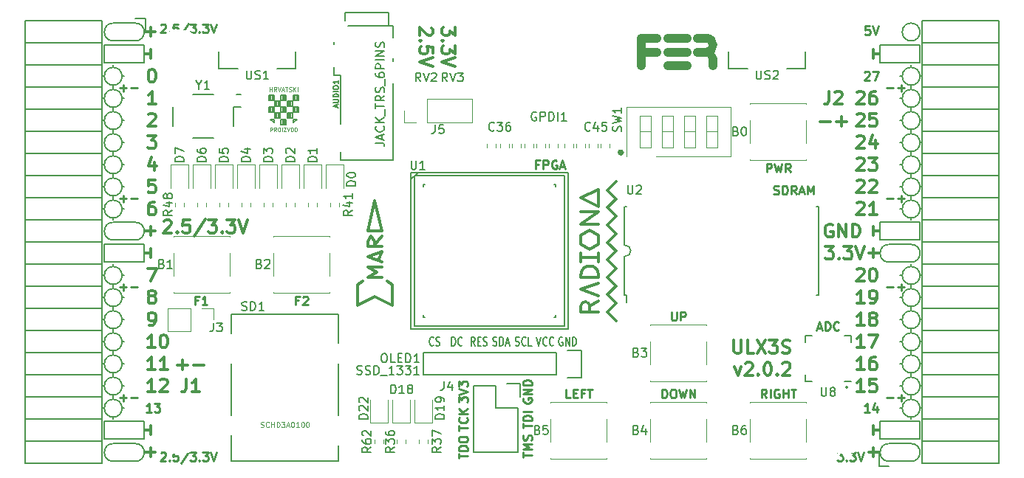
<source format=gto>
G04 #@! TF.GenerationSoftware,KiCad,Pcbnew,5.0.0-rc3+dfsg1-1*
G04 #@! TF.CreationDate,2018-07-09T21:23:11+02:00*
G04 #@! TF.ProjectId,ulx3s,756C7833732E6B696361645F70636200,rev?*
G04 #@! TF.SameCoordinates,Original*
G04 #@! TF.FileFunction,Legend,Top*
G04 #@! TF.FilePolarity,Positive*
%FSLAX46Y46*%
G04 Gerber Fmt 4.6, Leading zero omitted, Abs format (unit mm)*
G04 Created by KiCad (PCBNEW 5.0.0-rc3+dfsg1-1) date Mon Jul  9 21:23:11 2018*
%MOMM*%
%LPD*%
G01*
G04 APERTURE LIST*
%ADD10C,0.250000*%
%ADD11C,0.200000*%
%ADD12C,0.300000*%
%ADD13C,0.120000*%
%ADD14C,0.150000*%
%ADD15C,1.000000*%
%ADD16C,0.152400*%
%ADD17C,0.124460*%
%ADD18C,0.075000*%
%ADD19R,0.400000X2.000000*%
%ADD20C,2.100000*%
%ADD21R,1.220000X2.540000*%
%ADD22R,0.660000X1.000000*%
%ADD23O,1.827200X1.827200*%
%ADD24R,1.827200X1.827200*%
%ADD25C,5.600000*%
%ADD26O,0.950000X0.400000*%
%ADD27O,0.400000X0.950000*%
%ADD28R,1.775000X1.775000*%
%ADD29R,1.827200X2.132000*%
%ADD30O,1.827200X2.132000*%
%ADD31C,0.430000*%
%ADD32R,2.900000X2.100000*%
%ADD33R,2.900000X2.300000*%
%ADD34R,2.900000X2.900000*%
%ADD35C,1.800000*%
%ADD36R,0.800000X1.600000*%
%ADD37R,1.550000X1.000000*%
%ADD38R,1.550000X2.100000*%
%ADD39R,2.300000X1.900000*%
%ADD40R,1.100000X0.770000*%
%ADD41R,1.600000X1.070000*%
%ADD42R,1.800000X1.800000*%
%ADD43O,1.800000X1.800000*%
%ADD44R,1.395000X1.500000*%
%ADD45R,1.900000X2.000000*%
%ADD46R,0.500000X1.450000*%
%ADD47R,2.000000X2.000000*%
%ADD48R,2.200000X1.700000*%
%ADD49R,1.650000X1.400000*%
G04 APERTURE END LIST*
D10*
X116641666Y-93497571D02*
X116308333Y-93497571D01*
X116308333Y-94021380D02*
X116308333Y-93021380D01*
X116784523Y-93021380D01*
X117117857Y-93116619D02*
X117165476Y-93069000D01*
X117260714Y-93021380D01*
X117498809Y-93021380D01*
X117594047Y-93069000D01*
X117641666Y-93116619D01*
X117689285Y-93211857D01*
X117689285Y-93307095D01*
X117641666Y-93449952D01*
X117070238Y-94021380D01*
X117689285Y-94021380D01*
X105084666Y-93497571D02*
X104751333Y-93497571D01*
X104751333Y-94021380D02*
X104751333Y-93021380D01*
X105227523Y-93021380D01*
X106132285Y-94021380D02*
X105560857Y-94021380D01*
X105846571Y-94021380D02*
X105846571Y-93021380D01*
X105751333Y-93164238D01*
X105656095Y-93259476D01*
X105560857Y-93307095D01*
X170236666Y-104689380D02*
X169903333Y-104213190D01*
X169665238Y-104689380D02*
X169665238Y-103689380D01*
X170046190Y-103689380D01*
X170141428Y-103737000D01*
X170189047Y-103784619D01*
X170236666Y-103879857D01*
X170236666Y-104022714D01*
X170189047Y-104117952D01*
X170141428Y-104165571D01*
X170046190Y-104213190D01*
X169665238Y-104213190D01*
X170665238Y-104689380D02*
X170665238Y-103689380D01*
X171665238Y-103737000D02*
X171570000Y-103689380D01*
X171427142Y-103689380D01*
X171284285Y-103737000D01*
X171189047Y-103832238D01*
X171141428Y-103927476D01*
X171093809Y-104117952D01*
X171093809Y-104260809D01*
X171141428Y-104451285D01*
X171189047Y-104546523D01*
X171284285Y-104641761D01*
X171427142Y-104689380D01*
X171522380Y-104689380D01*
X171665238Y-104641761D01*
X171712857Y-104594142D01*
X171712857Y-104260809D01*
X171522380Y-104260809D01*
X172141428Y-104689380D02*
X172141428Y-103689380D01*
X172141428Y-104165571D02*
X172712857Y-104165571D01*
X172712857Y-104689380D02*
X172712857Y-103689380D01*
X173046190Y-103689380D02*
X173617619Y-103689380D01*
X173331904Y-104689380D02*
X173331904Y-103689380D01*
X159354285Y-94799380D02*
X159354285Y-95608904D01*
X159401904Y-95704142D01*
X159449523Y-95751761D01*
X159544761Y-95799380D01*
X159735238Y-95799380D01*
X159830476Y-95751761D01*
X159878095Y-95704142D01*
X159925714Y-95608904D01*
X159925714Y-94799380D01*
X160401904Y-95799380D02*
X160401904Y-94799380D01*
X160782857Y-94799380D01*
X160878095Y-94847000D01*
X160925714Y-94894619D01*
X160973333Y-94989857D01*
X160973333Y-95132714D01*
X160925714Y-95227952D01*
X160878095Y-95275571D01*
X160782857Y-95323190D01*
X160401904Y-95323190D01*
X158259047Y-104689380D02*
X158259047Y-103689380D01*
X158497142Y-103689380D01*
X158640000Y-103737000D01*
X158735238Y-103832238D01*
X158782857Y-103927476D01*
X158830476Y-104117952D01*
X158830476Y-104260809D01*
X158782857Y-104451285D01*
X158735238Y-104546523D01*
X158640000Y-104641761D01*
X158497142Y-104689380D01*
X158259047Y-104689380D01*
X159449523Y-103689380D02*
X159640000Y-103689380D01*
X159735238Y-103737000D01*
X159830476Y-103832238D01*
X159878095Y-104022714D01*
X159878095Y-104356047D01*
X159830476Y-104546523D01*
X159735238Y-104641761D01*
X159640000Y-104689380D01*
X159449523Y-104689380D01*
X159354285Y-104641761D01*
X159259047Y-104546523D01*
X159211428Y-104356047D01*
X159211428Y-104022714D01*
X159259047Y-103832238D01*
X159354285Y-103737000D01*
X159449523Y-103689380D01*
X160211428Y-103689380D02*
X160449523Y-104689380D01*
X160640000Y-103975095D01*
X160830476Y-104689380D01*
X161068571Y-103689380D01*
X161449523Y-104689380D02*
X161449523Y-103689380D01*
X162020952Y-104689380D01*
X162020952Y-103689380D01*
X147757619Y-104689380D02*
X147281428Y-104689380D01*
X147281428Y-103689380D01*
X148090952Y-104165571D02*
X148424285Y-104165571D01*
X148567142Y-104689380D02*
X148090952Y-104689380D01*
X148090952Y-103689380D01*
X148567142Y-103689380D01*
X149329047Y-104165571D02*
X148995714Y-104165571D01*
X148995714Y-104689380D02*
X148995714Y-103689380D01*
X149471904Y-103689380D01*
X149710000Y-103689380D02*
X150281428Y-103689380D01*
X149995714Y-104689380D02*
X149995714Y-103689380D01*
X170251666Y-78781380D02*
X170251666Y-77781380D01*
X170632619Y-77781380D01*
X170727857Y-77829000D01*
X170775476Y-77876619D01*
X170823095Y-77971857D01*
X170823095Y-78114714D01*
X170775476Y-78209952D01*
X170727857Y-78257571D01*
X170632619Y-78305190D01*
X170251666Y-78305190D01*
X171156428Y-77781380D02*
X171394523Y-78781380D01*
X171585000Y-78067095D01*
X171775476Y-78781380D01*
X172013571Y-77781380D01*
X172965952Y-78781380D02*
X172632619Y-78305190D01*
X172394523Y-78781380D02*
X172394523Y-77781380D01*
X172775476Y-77781380D01*
X172870714Y-77829000D01*
X172918333Y-77876619D01*
X172965952Y-77971857D01*
X172965952Y-78114714D01*
X172918333Y-78209952D01*
X172870714Y-78257571D01*
X172775476Y-78305190D01*
X172394523Y-78305190D01*
D11*
X179586000Y-103475000D02*
G75*
G03X179586000Y-103475000I-127000J0D01*
G01*
D12*
X134560428Y-62144714D02*
X134560428Y-63073285D01*
X133989000Y-62573285D01*
X133989000Y-62787571D01*
X133917571Y-62930428D01*
X133846142Y-63001857D01*
X133703285Y-63073285D01*
X133346142Y-63073285D01*
X133203285Y-63001857D01*
X133131857Y-62930428D01*
X133060428Y-62787571D01*
X133060428Y-62359000D01*
X133131857Y-62216142D01*
X133203285Y-62144714D01*
X133203285Y-63716142D02*
X133131857Y-63787571D01*
X133060428Y-63716142D01*
X133131857Y-63644714D01*
X133203285Y-63716142D01*
X133060428Y-63716142D01*
X134560428Y-64287571D02*
X134560428Y-65216142D01*
X133989000Y-64716142D01*
X133989000Y-64930428D01*
X133917571Y-65073285D01*
X133846142Y-65144714D01*
X133703285Y-65216142D01*
X133346142Y-65216142D01*
X133203285Y-65144714D01*
X133131857Y-65073285D01*
X133060428Y-64930428D01*
X133060428Y-64501857D01*
X133131857Y-64359000D01*
X133203285Y-64287571D01*
X134560428Y-65644714D02*
X133060428Y-66144714D01*
X134560428Y-66644714D01*
X131877571Y-62216142D02*
X131949000Y-62287571D01*
X132020428Y-62430428D01*
X132020428Y-62787571D01*
X131949000Y-62930428D01*
X131877571Y-63001857D01*
X131734714Y-63073285D01*
X131591857Y-63073285D01*
X131377571Y-63001857D01*
X130520428Y-62144714D01*
X130520428Y-63073285D01*
X130663285Y-63716142D02*
X130591857Y-63787571D01*
X130520428Y-63716142D01*
X130591857Y-63644714D01*
X130663285Y-63716142D01*
X130520428Y-63716142D01*
X132020428Y-65144714D02*
X132020428Y-64430428D01*
X131306142Y-64359000D01*
X131377571Y-64430428D01*
X131449000Y-64573285D01*
X131449000Y-64930428D01*
X131377571Y-65073285D01*
X131306142Y-65144714D01*
X131163285Y-65216142D01*
X130806142Y-65216142D01*
X130663285Y-65144714D01*
X130591857Y-65073285D01*
X130520428Y-64930428D01*
X130520428Y-64573285D01*
X130591857Y-64430428D01*
X130663285Y-64359000D01*
X132020428Y-65644714D02*
X130520428Y-66144714D01*
X132020428Y-66644714D01*
X102760000Y-100897142D02*
X103902857Y-100897142D01*
X103331428Y-101468571D02*
X103331428Y-100325714D01*
X104617142Y-100897142D02*
X105760000Y-100897142D01*
X166592714Y-101121571D02*
X166949857Y-102121571D01*
X167307000Y-101121571D01*
X167807000Y-100764428D02*
X167878428Y-100693000D01*
X168021285Y-100621571D01*
X168378428Y-100621571D01*
X168521285Y-100693000D01*
X168592714Y-100764428D01*
X168664142Y-100907285D01*
X168664142Y-101050142D01*
X168592714Y-101264428D01*
X167735571Y-102121571D01*
X168664142Y-102121571D01*
X169307000Y-101978714D02*
X169378428Y-102050142D01*
X169307000Y-102121571D01*
X169235571Y-102050142D01*
X169307000Y-101978714D01*
X169307000Y-102121571D01*
X170307000Y-100621571D02*
X170449857Y-100621571D01*
X170592714Y-100693000D01*
X170664142Y-100764428D01*
X170735571Y-100907285D01*
X170807000Y-101193000D01*
X170807000Y-101550142D01*
X170735571Y-101835857D01*
X170664142Y-101978714D01*
X170592714Y-102050142D01*
X170449857Y-102121571D01*
X170307000Y-102121571D01*
X170164142Y-102050142D01*
X170092714Y-101978714D01*
X170021285Y-101835857D01*
X169949857Y-101550142D01*
X169949857Y-101193000D01*
X170021285Y-100907285D01*
X170092714Y-100764428D01*
X170164142Y-100693000D01*
X170307000Y-100621571D01*
X171449857Y-101978714D02*
X171521285Y-102050142D01*
X171449857Y-102121571D01*
X171378428Y-102050142D01*
X171449857Y-101978714D01*
X171449857Y-102121571D01*
X172092714Y-100764428D02*
X172164142Y-100693000D01*
X172307000Y-100621571D01*
X172664142Y-100621571D01*
X172807000Y-100693000D01*
X172878428Y-100764428D01*
X172949857Y-100907285D01*
X172949857Y-101050142D01*
X172878428Y-101264428D01*
X172021285Y-102121571D01*
X172949857Y-102121571D01*
X182492000Y-87582000D02*
X182492000Y-88598000D01*
X181984000Y-88090000D02*
X183254000Y-88090000D01*
X182492000Y-110442000D02*
X182492000Y-111458000D01*
X183254000Y-110950000D02*
X181984000Y-110950000D01*
X99688000Y-110442000D02*
X99688000Y-111458000D01*
X98926000Y-110950000D02*
X100196000Y-110950000D01*
X99688000Y-62182000D02*
X99688000Y-63198000D01*
X98926000Y-62690000D02*
X100196000Y-62690000D01*
X99688000Y-85042000D02*
X99688000Y-86058000D01*
X98926000Y-85550000D02*
X100196000Y-85550000D01*
D11*
X97910000Y-63706000D02*
G75*
G03X97910000Y-61674000I0J1016000D01*
G01*
X184270000Y-109934000D02*
G75*
G03X184270000Y-111966000I0J-1016000D01*
G01*
X95370000Y-111966000D02*
X97910000Y-111966000D01*
X95370000Y-109934000D02*
X97910000Y-109934000D01*
X97910000Y-111966000D02*
G75*
G03X97910000Y-109934000I0J1016000D01*
G01*
X95370000Y-109934000D02*
G75*
G03X95370000Y-111966000I0J-1016000D01*
G01*
X95370000Y-61674000D02*
X97910000Y-61674000D01*
X95370000Y-63706000D02*
X97910000Y-63706000D01*
X95370000Y-61674000D02*
G75*
G03X95370000Y-63706000I0J-1016000D01*
G01*
X95370000Y-84534000D02*
X97910000Y-84534000D01*
X95370000Y-86566000D02*
X97910000Y-86566000D01*
X95370000Y-84534000D02*
G75*
G03X95370000Y-86566000I0J-1016000D01*
G01*
X97910000Y-86566000D02*
G75*
G03X97910000Y-84534000I0J1016000D01*
G01*
X187826000Y-62690000D02*
G75*
G03X187826000Y-62690000I-1016000J0D01*
G01*
X184270000Y-89106000D02*
X186810000Y-89106000D01*
X184270000Y-87074000D02*
X186810000Y-87074000D01*
X184270000Y-87074000D02*
G75*
G03X184270000Y-89106000I0J-1016000D01*
G01*
X186810000Y-89106000D02*
G75*
G03X186810000Y-87074000I0J1016000D01*
G01*
X186810000Y-111966000D02*
X184270000Y-111966000D01*
X186810000Y-109934000D02*
X184270000Y-109934000D01*
X186810000Y-111966000D02*
G75*
G03X186810000Y-109934000I0J1016000D01*
G01*
X94354000Y-66246000D02*
X94354000Y-64214000D01*
X98926000Y-66246000D02*
X94354000Y-66246000D01*
X98926000Y-64214000D02*
X98926000Y-66246000D01*
X94354000Y-64214000D02*
X98926000Y-64214000D01*
X94354000Y-87074000D02*
X98926000Y-87074000D01*
X94354000Y-89106000D02*
X94354000Y-87074000D01*
X98926000Y-89106000D02*
X94354000Y-89106000D01*
X98926000Y-87074000D02*
X98926000Y-89106000D01*
X94354000Y-109426000D02*
X98926000Y-109426000D01*
X94354000Y-107394000D02*
X94354000Y-109426000D01*
X98926000Y-107394000D02*
X94354000Y-107394000D01*
X98926000Y-109426000D02*
X98926000Y-107394000D01*
X183254000Y-109426000D02*
X187826000Y-109426000D01*
X183254000Y-107394000D02*
X183254000Y-109426000D01*
X187826000Y-107394000D02*
X187826000Y-109426000D01*
X183254000Y-107394000D02*
X187826000Y-107394000D01*
X183254000Y-66246000D02*
X187826000Y-66246000D01*
X183254000Y-64214000D02*
X183254000Y-66246000D01*
X187826000Y-64214000D02*
X183254000Y-64214000D01*
X187826000Y-66246000D02*
X187826000Y-64214000D01*
X183254000Y-84534000D02*
X187826000Y-84534000D01*
X183254000Y-86566000D02*
X183254000Y-84534000D01*
X187826000Y-86566000D02*
X183254000Y-86566000D01*
X187826000Y-84534000D02*
X187826000Y-86566000D01*
D10*
X96148000Y-69111428D02*
X96909904Y-69111428D01*
X96528952Y-69492380D02*
X96528952Y-68730476D01*
X97386095Y-69111428D02*
X98148000Y-69111428D01*
X96148000Y-81811428D02*
X96909904Y-81811428D01*
X96528952Y-82192380D02*
X96528952Y-81430476D01*
X97386095Y-81811428D02*
X98148000Y-81811428D01*
X96148000Y-91971428D02*
X96909904Y-91971428D01*
X96528952Y-92352380D02*
X96528952Y-91590476D01*
X97386095Y-91971428D02*
X98148000Y-91971428D01*
X96148000Y-104671428D02*
X96909904Y-104671428D01*
X96528952Y-105052380D02*
X96528952Y-104290476D01*
X97386095Y-104671428D02*
X98148000Y-104671428D01*
X184032000Y-104671428D02*
X184793904Y-104671428D01*
X185270095Y-104671428D02*
X186032000Y-104671428D01*
X185651047Y-105052380D02*
X185651047Y-104290476D01*
X184032000Y-91971428D02*
X184793904Y-91971428D01*
X185270095Y-91971428D02*
X186032000Y-91971428D01*
X185651047Y-92352380D02*
X185651047Y-91590476D01*
X184032000Y-81811428D02*
X184793904Y-81811428D01*
X185270095Y-81811428D02*
X186032000Y-81811428D01*
X185651047Y-82192380D02*
X185651047Y-81430476D01*
X184032000Y-69111428D02*
X184793904Y-69111428D01*
X185270095Y-69111428D02*
X186032000Y-69111428D01*
X185651047Y-69492380D02*
X185651047Y-68730476D01*
D12*
X176420000Y-72957142D02*
X177562857Y-72957142D01*
X178277142Y-72957142D02*
X179420000Y-72957142D01*
X178848571Y-73528571D02*
X178848571Y-72385714D01*
D11*
X187826000Y-67770000D02*
G75*
G03X187826000Y-67770000I-1016000J0D01*
G01*
X187826000Y-70310000D02*
G75*
G03X187826000Y-70310000I-1016000J0D01*
G01*
X187826000Y-72850000D02*
G75*
G03X187826000Y-72850000I-1016000J0D01*
G01*
X187826000Y-75390000D02*
G75*
G03X187826000Y-75390000I-1016000J0D01*
G01*
X187826000Y-77930000D02*
G75*
G03X187826000Y-77930000I-1016000J0D01*
G01*
X187826000Y-80470000D02*
G75*
G03X187826000Y-80470000I-1016000J0D01*
G01*
X187826000Y-83010000D02*
G75*
G03X187826000Y-83010000I-1016000J0D01*
G01*
X187826000Y-90630000D02*
G75*
G03X187826000Y-90630000I-1016000J0D01*
G01*
X187826000Y-93170000D02*
G75*
G03X187826000Y-93170000I-1016000J0D01*
G01*
X187826000Y-95710000D02*
G75*
G03X187826000Y-95710000I-1016000J0D01*
G01*
X187826000Y-98250000D02*
G75*
G03X187826000Y-98250000I-1016000J0D01*
G01*
X187826000Y-100790000D02*
G75*
G03X187826000Y-100790000I-1016000J0D01*
G01*
X187826000Y-103330000D02*
G75*
G03X187826000Y-103330000I-1016000J0D01*
G01*
X187826000Y-105870000D02*
G75*
G03X187826000Y-105870000I-1016000J0D01*
G01*
X96386000Y-105870000D02*
G75*
G03X96386000Y-105870000I-1016000J0D01*
G01*
X96386000Y-103330000D02*
G75*
G03X96386000Y-103330000I-1016000J0D01*
G01*
X96386000Y-100790000D02*
G75*
G03X96386000Y-100790000I-1016000J0D01*
G01*
X96386000Y-98250000D02*
G75*
G03X96386000Y-98250000I-1016000J0D01*
G01*
X96386000Y-95710000D02*
G75*
G03X96386000Y-95710000I-1016000J0D01*
G01*
X96386000Y-93170000D02*
G75*
G03X96386000Y-93170000I-1016000J0D01*
G01*
X96386000Y-90630000D02*
G75*
G03X96386000Y-90630000I-1016000J0D01*
G01*
X96386000Y-83010000D02*
G75*
G03X96386000Y-83010000I-1016000J0D01*
G01*
X96386000Y-80470000D02*
G75*
G03X96386000Y-80470000I-1016000J0D01*
G01*
X96386000Y-77930000D02*
G75*
G03X96386000Y-77930000I-1016000J0D01*
G01*
X96386000Y-75390000D02*
G75*
G03X96386000Y-75390000I-1016000J0D01*
G01*
X96386000Y-72850000D02*
G75*
G03X96386000Y-72850000I-1016000J0D01*
G01*
X96386000Y-70310000D02*
G75*
G03X96386000Y-70310000I-1016000J0D01*
G01*
X96386000Y-67770000D02*
G75*
G03X96386000Y-67770000I-1016000J0D01*
G01*
D12*
X177793142Y-84800000D02*
X177650285Y-84728571D01*
X177436000Y-84728571D01*
X177221714Y-84800000D01*
X177078857Y-84942857D01*
X177007428Y-85085714D01*
X176936000Y-85371428D01*
X176936000Y-85585714D01*
X177007428Y-85871428D01*
X177078857Y-86014285D01*
X177221714Y-86157142D01*
X177436000Y-86228571D01*
X177578857Y-86228571D01*
X177793142Y-86157142D01*
X177864571Y-86085714D01*
X177864571Y-85585714D01*
X177578857Y-85585714D01*
X178507428Y-86228571D02*
X178507428Y-84728571D01*
X179364571Y-86228571D01*
X179364571Y-84728571D01*
X180078857Y-86228571D02*
X180078857Y-84728571D01*
X180436000Y-84728571D01*
X180650285Y-84800000D01*
X180793142Y-84942857D01*
X180864571Y-85085714D01*
X180936000Y-85371428D01*
X180936000Y-85585714D01*
X180864571Y-85871428D01*
X180793142Y-86014285D01*
X180650285Y-86157142D01*
X180436000Y-86228571D01*
X180078857Y-86228571D01*
X182492000Y-86058000D02*
X182492000Y-85042000D01*
X183254000Y-85550000D02*
X182492000Y-85550000D01*
X182492000Y-107902000D02*
X182492000Y-108918000D01*
X182492000Y-108410000D02*
X183254000Y-108410000D01*
D10*
X182047523Y-106322380D02*
X181476095Y-106322380D01*
X181761809Y-106322380D02*
X181761809Y-105322380D01*
X181666571Y-105465238D01*
X181571333Y-105560476D01*
X181476095Y-105608095D01*
X182904666Y-105655714D02*
X182904666Y-106322380D01*
X182666571Y-105274761D02*
X182428476Y-105989047D01*
X183047523Y-105989047D01*
X181476095Y-67317619D02*
X181523714Y-67270000D01*
X181618952Y-67222380D01*
X181857047Y-67222380D01*
X181952285Y-67270000D01*
X181999904Y-67317619D01*
X182047523Y-67412857D01*
X182047523Y-67508095D01*
X181999904Y-67650952D01*
X181428476Y-68222380D01*
X182047523Y-68222380D01*
X182380857Y-67222380D02*
X183047523Y-67222380D01*
X182618952Y-68222380D01*
D12*
X182492000Y-64722000D02*
X182492000Y-65738000D01*
X182492000Y-65230000D02*
X183254000Y-65230000D01*
X99688000Y-107902000D02*
X99688000Y-108918000D01*
X98926000Y-108410000D02*
X99688000Y-108410000D01*
X99315000Y-74568571D02*
X100243571Y-74568571D01*
X99743571Y-75140000D01*
X99957857Y-75140000D01*
X100100714Y-75211428D01*
X100172142Y-75282857D01*
X100243571Y-75425714D01*
X100243571Y-75782857D01*
X100172142Y-75925714D01*
X100100714Y-75997142D01*
X99957857Y-76068571D01*
X99529285Y-76068571D01*
X99386428Y-75997142D01*
X99315000Y-75925714D01*
X100100714Y-77608571D02*
X100100714Y-78608571D01*
X99743571Y-77037142D02*
X99386428Y-78108571D01*
X100315000Y-78108571D01*
X100172142Y-79648571D02*
X99457857Y-79648571D01*
X99386428Y-80362857D01*
X99457857Y-80291428D01*
X99600714Y-80220000D01*
X99957857Y-80220000D01*
X100100714Y-80291428D01*
X100172142Y-80362857D01*
X100243571Y-80505714D01*
X100243571Y-80862857D01*
X100172142Y-81005714D01*
X100100714Y-81077142D01*
X99957857Y-81148571D01*
X99600714Y-81148571D01*
X99457857Y-81077142D01*
X99386428Y-81005714D01*
D10*
X99751523Y-106322380D02*
X99180095Y-106322380D01*
X99465809Y-106322380D02*
X99465809Y-105322380D01*
X99370571Y-105465238D01*
X99275333Y-105560476D01*
X99180095Y-105608095D01*
X100084857Y-105322380D02*
X100703904Y-105322380D01*
X100370571Y-105703333D01*
X100513428Y-105703333D01*
X100608666Y-105750952D01*
X100656285Y-105798571D01*
X100703904Y-105893809D01*
X100703904Y-106131904D01*
X100656285Y-106227142D01*
X100608666Y-106274761D01*
X100513428Y-106322380D01*
X100227714Y-106322380D01*
X100132476Y-106274761D01*
X100084857Y-106227142D01*
D12*
X99315000Y-89808571D02*
X100315000Y-89808571D01*
X99672142Y-91308571D01*
X99688000Y-87582000D02*
X99688000Y-88598000D01*
X98926000Y-88090000D02*
X99688000Y-88090000D01*
X99688000Y-64722000D02*
X99688000Y-65738000D01*
X98926000Y-65230000D02*
X99688000Y-65230000D01*
D10*
X100817976Y-61874619D02*
X100865595Y-61827000D01*
X100960833Y-61779380D01*
X101198928Y-61779380D01*
X101294166Y-61827000D01*
X101341785Y-61874619D01*
X101389404Y-61969857D01*
X101389404Y-62065095D01*
X101341785Y-62207952D01*
X100770357Y-62779380D01*
X101389404Y-62779380D01*
X101817976Y-62684142D02*
X101865595Y-62731761D01*
X101817976Y-62779380D01*
X101770357Y-62731761D01*
X101817976Y-62684142D01*
X101817976Y-62779380D01*
X102770357Y-61779380D02*
X102294166Y-61779380D01*
X102246547Y-62255571D01*
X102294166Y-62207952D01*
X102389404Y-62160333D01*
X102627500Y-62160333D01*
X102722738Y-62207952D01*
X102770357Y-62255571D01*
X102817976Y-62350809D01*
X102817976Y-62588904D01*
X102770357Y-62684142D01*
X102722738Y-62731761D01*
X102627500Y-62779380D01*
X102389404Y-62779380D01*
X102294166Y-62731761D01*
X102246547Y-62684142D01*
X103960833Y-61731761D02*
X103103690Y-63017476D01*
X104198928Y-61779380D02*
X104817976Y-61779380D01*
X104484642Y-62160333D01*
X104627500Y-62160333D01*
X104722738Y-62207952D01*
X104770357Y-62255571D01*
X104817976Y-62350809D01*
X104817976Y-62588904D01*
X104770357Y-62684142D01*
X104722738Y-62731761D01*
X104627500Y-62779380D01*
X104341785Y-62779380D01*
X104246547Y-62731761D01*
X104198928Y-62684142D01*
X105246547Y-62684142D02*
X105294166Y-62731761D01*
X105246547Y-62779380D01*
X105198928Y-62731761D01*
X105246547Y-62684142D01*
X105246547Y-62779380D01*
X105627500Y-61779380D02*
X106246547Y-61779380D01*
X105913214Y-62160333D01*
X106056071Y-62160333D01*
X106151309Y-62207952D01*
X106198928Y-62255571D01*
X106246547Y-62350809D01*
X106246547Y-62588904D01*
X106198928Y-62684142D01*
X106151309Y-62731761D01*
X106056071Y-62779380D01*
X105770357Y-62779380D01*
X105675119Y-62731761D01*
X105627500Y-62684142D01*
X106532261Y-61779380D02*
X106865595Y-62779380D01*
X107198928Y-61779380D01*
X178360261Y-110910380D02*
X178979309Y-110910380D01*
X178645976Y-111291333D01*
X178788833Y-111291333D01*
X178884071Y-111338952D01*
X178931690Y-111386571D01*
X178979309Y-111481809D01*
X178979309Y-111719904D01*
X178931690Y-111815142D01*
X178884071Y-111862761D01*
X178788833Y-111910380D01*
X178503119Y-111910380D01*
X178407880Y-111862761D01*
X178360261Y-111815142D01*
X179407880Y-111815142D02*
X179455500Y-111862761D01*
X179407880Y-111910380D01*
X179360261Y-111862761D01*
X179407880Y-111815142D01*
X179407880Y-111910380D01*
X179788833Y-110910380D02*
X180407880Y-110910380D01*
X180074547Y-111291333D01*
X180217404Y-111291333D01*
X180312642Y-111338952D01*
X180360261Y-111386571D01*
X180407880Y-111481809D01*
X180407880Y-111719904D01*
X180360261Y-111815142D01*
X180312642Y-111862761D01*
X180217404Y-111910380D01*
X179931690Y-111910380D01*
X179836452Y-111862761D01*
X179788833Y-111815142D01*
X180693595Y-110910380D02*
X181026928Y-111910380D01*
X181360261Y-110910380D01*
D12*
X101199714Y-84381428D02*
X101271142Y-84310000D01*
X101414000Y-84238571D01*
X101771142Y-84238571D01*
X101914000Y-84310000D01*
X101985428Y-84381428D01*
X102056857Y-84524285D01*
X102056857Y-84667142D01*
X101985428Y-84881428D01*
X101128285Y-85738571D01*
X102056857Y-85738571D01*
X102699714Y-85595714D02*
X102771142Y-85667142D01*
X102699714Y-85738571D01*
X102628285Y-85667142D01*
X102699714Y-85595714D01*
X102699714Y-85738571D01*
X104128285Y-84238571D02*
X103414000Y-84238571D01*
X103342571Y-84952857D01*
X103414000Y-84881428D01*
X103556857Y-84810000D01*
X103914000Y-84810000D01*
X104056857Y-84881428D01*
X104128285Y-84952857D01*
X104199714Y-85095714D01*
X104199714Y-85452857D01*
X104128285Y-85595714D01*
X104056857Y-85667142D01*
X103914000Y-85738571D01*
X103556857Y-85738571D01*
X103414000Y-85667142D01*
X103342571Y-85595714D01*
X105914000Y-84167142D02*
X104628285Y-86095714D01*
X106271142Y-84238571D02*
X107199714Y-84238571D01*
X106699714Y-84810000D01*
X106914000Y-84810000D01*
X107056857Y-84881428D01*
X107128285Y-84952857D01*
X107199714Y-85095714D01*
X107199714Y-85452857D01*
X107128285Y-85595714D01*
X107056857Y-85667142D01*
X106914000Y-85738571D01*
X106485428Y-85738571D01*
X106342571Y-85667142D01*
X106271142Y-85595714D01*
X107842571Y-85595714D02*
X107914000Y-85667142D01*
X107842571Y-85738571D01*
X107771142Y-85667142D01*
X107842571Y-85595714D01*
X107842571Y-85738571D01*
X108414000Y-84238571D02*
X109342571Y-84238571D01*
X108842571Y-84810000D01*
X109056857Y-84810000D01*
X109199714Y-84881428D01*
X109271142Y-84952857D01*
X109342571Y-85095714D01*
X109342571Y-85452857D01*
X109271142Y-85595714D01*
X109199714Y-85667142D01*
X109056857Y-85738571D01*
X108628285Y-85738571D01*
X108485428Y-85667142D01*
X108414000Y-85595714D01*
X109771142Y-84238571D02*
X110271142Y-85738571D01*
X110771142Y-84238571D01*
D10*
X100817976Y-111023619D02*
X100865595Y-110976000D01*
X100960833Y-110928380D01*
X101198928Y-110928380D01*
X101294166Y-110976000D01*
X101341785Y-111023619D01*
X101389404Y-111118857D01*
X101389404Y-111214095D01*
X101341785Y-111356952D01*
X100770357Y-111928380D01*
X101389404Y-111928380D01*
X101817976Y-111833142D02*
X101865595Y-111880761D01*
X101817976Y-111928380D01*
X101770357Y-111880761D01*
X101817976Y-111833142D01*
X101817976Y-111928380D01*
X102770357Y-110928380D02*
X102294166Y-110928380D01*
X102246547Y-111404571D01*
X102294166Y-111356952D01*
X102389404Y-111309333D01*
X102627500Y-111309333D01*
X102722738Y-111356952D01*
X102770357Y-111404571D01*
X102817976Y-111499809D01*
X102817976Y-111737904D01*
X102770357Y-111833142D01*
X102722738Y-111880761D01*
X102627500Y-111928380D01*
X102389404Y-111928380D01*
X102294166Y-111880761D01*
X102246547Y-111833142D01*
X103960833Y-110880761D02*
X103103690Y-112166476D01*
X104198928Y-110928380D02*
X104817976Y-110928380D01*
X104484642Y-111309333D01*
X104627500Y-111309333D01*
X104722738Y-111356952D01*
X104770357Y-111404571D01*
X104817976Y-111499809D01*
X104817976Y-111737904D01*
X104770357Y-111833142D01*
X104722738Y-111880761D01*
X104627500Y-111928380D01*
X104341785Y-111928380D01*
X104246547Y-111880761D01*
X104198928Y-111833142D01*
X105246547Y-111833142D02*
X105294166Y-111880761D01*
X105246547Y-111928380D01*
X105198928Y-111880761D01*
X105246547Y-111833142D01*
X105246547Y-111928380D01*
X105627500Y-110928380D02*
X106246547Y-110928380D01*
X105913214Y-111309333D01*
X106056071Y-111309333D01*
X106151309Y-111356952D01*
X106198928Y-111404571D01*
X106246547Y-111499809D01*
X106246547Y-111737904D01*
X106198928Y-111833142D01*
X106151309Y-111880761D01*
X106056071Y-111928380D01*
X105770357Y-111928380D01*
X105675119Y-111880761D01*
X105627500Y-111833142D01*
X106532261Y-110928380D02*
X106865595Y-111928380D01*
X107198928Y-110928380D01*
X182047523Y-62015380D02*
X181571333Y-62015380D01*
X181523714Y-62491571D01*
X181571333Y-62443952D01*
X181666571Y-62396333D01*
X181904666Y-62396333D01*
X181999904Y-62443952D01*
X182047523Y-62491571D01*
X182095142Y-62586809D01*
X182095142Y-62824904D01*
X182047523Y-62920142D01*
X181999904Y-62967761D01*
X181904666Y-63015380D01*
X181666571Y-63015380D01*
X181571333Y-62967761D01*
X181523714Y-62920142D01*
X182380857Y-62015380D02*
X182714190Y-63015380D01*
X183047523Y-62015380D01*
D12*
X180587142Y-69631428D02*
X180658571Y-69560000D01*
X180801428Y-69488571D01*
X181158571Y-69488571D01*
X181301428Y-69560000D01*
X181372857Y-69631428D01*
X181444285Y-69774285D01*
X181444285Y-69917142D01*
X181372857Y-70131428D01*
X180515714Y-70988571D01*
X181444285Y-70988571D01*
X182730000Y-69488571D02*
X182444285Y-69488571D01*
X182301428Y-69560000D01*
X182230000Y-69631428D01*
X182087142Y-69845714D01*
X182015714Y-70131428D01*
X182015714Y-70702857D01*
X182087142Y-70845714D01*
X182158571Y-70917142D01*
X182301428Y-70988571D01*
X182587142Y-70988571D01*
X182730000Y-70917142D01*
X182801428Y-70845714D01*
X182872857Y-70702857D01*
X182872857Y-70345714D01*
X182801428Y-70202857D01*
X182730000Y-70131428D01*
X182587142Y-70060000D01*
X182301428Y-70060000D01*
X182158571Y-70131428D01*
X182087142Y-70202857D01*
X182015714Y-70345714D01*
X180587142Y-72171428D02*
X180658571Y-72100000D01*
X180801428Y-72028571D01*
X181158571Y-72028571D01*
X181301428Y-72100000D01*
X181372857Y-72171428D01*
X181444285Y-72314285D01*
X181444285Y-72457142D01*
X181372857Y-72671428D01*
X180515714Y-73528571D01*
X181444285Y-73528571D01*
X182801428Y-72028571D02*
X182087142Y-72028571D01*
X182015714Y-72742857D01*
X182087142Y-72671428D01*
X182230000Y-72600000D01*
X182587142Y-72600000D01*
X182730000Y-72671428D01*
X182801428Y-72742857D01*
X182872857Y-72885714D01*
X182872857Y-73242857D01*
X182801428Y-73385714D01*
X182730000Y-73457142D01*
X182587142Y-73528571D01*
X182230000Y-73528571D01*
X182087142Y-73457142D01*
X182015714Y-73385714D01*
X180587142Y-74711428D02*
X180658571Y-74640000D01*
X180801428Y-74568571D01*
X181158571Y-74568571D01*
X181301428Y-74640000D01*
X181372857Y-74711428D01*
X181444285Y-74854285D01*
X181444285Y-74997142D01*
X181372857Y-75211428D01*
X180515714Y-76068571D01*
X181444285Y-76068571D01*
X182730000Y-75068571D02*
X182730000Y-76068571D01*
X182372857Y-74497142D02*
X182015714Y-75568571D01*
X182944285Y-75568571D01*
X180587142Y-77251428D02*
X180658571Y-77180000D01*
X180801428Y-77108571D01*
X181158571Y-77108571D01*
X181301428Y-77180000D01*
X181372857Y-77251428D01*
X181444285Y-77394285D01*
X181444285Y-77537142D01*
X181372857Y-77751428D01*
X180515714Y-78608571D01*
X181444285Y-78608571D01*
X181944285Y-77108571D02*
X182872857Y-77108571D01*
X182372857Y-77680000D01*
X182587142Y-77680000D01*
X182730000Y-77751428D01*
X182801428Y-77822857D01*
X182872857Y-77965714D01*
X182872857Y-78322857D01*
X182801428Y-78465714D01*
X182730000Y-78537142D01*
X182587142Y-78608571D01*
X182158571Y-78608571D01*
X182015714Y-78537142D01*
X181944285Y-78465714D01*
X180587142Y-79791428D02*
X180658571Y-79720000D01*
X180801428Y-79648571D01*
X181158571Y-79648571D01*
X181301428Y-79720000D01*
X181372857Y-79791428D01*
X181444285Y-79934285D01*
X181444285Y-80077142D01*
X181372857Y-80291428D01*
X180515714Y-81148571D01*
X181444285Y-81148571D01*
X182015714Y-79791428D02*
X182087142Y-79720000D01*
X182230000Y-79648571D01*
X182587142Y-79648571D01*
X182730000Y-79720000D01*
X182801428Y-79791428D01*
X182872857Y-79934285D01*
X182872857Y-80077142D01*
X182801428Y-80291428D01*
X181944285Y-81148571D01*
X182872857Y-81148571D01*
X180587142Y-82331428D02*
X180658571Y-82260000D01*
X180801428Y-82188571D01*
X181158571Y-82188571D01*
X181301428Y-82260000D01*
X181372857Y-82331428D01*
X181444285Y-82474285D01*
X181444285Y-82617142D01*
X181372857Y-82831428D01*
X180515714Y-83688571D01*
X181444285Y-83688571D01*
X182872857Y-83688571D02*
X182015714Y-83688571D01*
X182444285Y-83688571D02*
X182444285Y-82188571D01*
X182301428Y-82402857D01*
X182158571Y-82545714D01*
X182015714Y-82617142D01*
X176975714Y-87268571D02*
X177904285Y-87268571D01*
X177404285Y-87840000D01*
X177618571Y-87840000D01*
X177761428Y-87911428D01*
X177832857Y-87982857D01*
X177904285Y-88125714D01*
X177904285Y-88482857D01*
X177832857Y-88625714D01*
X177761428Y-88697142D01*
X177618571Y-88768571D01*
X177190000Y-88768571D01*
X177047142Y-88697142D01*
X176975714Y-88625714D01*
X178547142Y-88625714D02*
X178618571Y-88697142D01*
X178547142Y-88768571D01*
X178475714Y-88697142D01*
X178547142Y-88625714D01*
X178547142Y-88768571D01*
X179118571Y-87268571D02*
X180047142Y-87268571D01*
X179547142Y-87840000D01*
X179761428Y-87840000D01*
X179904285Y-87911428D01*
X179975714Y-87982857D01*
X180047142Y-88125714D01*
X180047142Y-88482857D01*
X179975714Y-88625714D01*
X179904285Y-88697142D01*
X179761428Y-88768571D01*
X179332857Y-88768571D01*
X179190000Y-88697142D01*
X179118571Y-88625714D01*
X180475714Y-87268571D02*
X180975714Y-88768571D01*
X181475714Y-87268571D01*
X180587142Y-89951428D02*
X180658571Y-89880000D01*
X180801428Y-89808571D01*
X181158571Y-89808571D01*
X181301428Y-89880000D01*
X181372857Y-89951428D01*
X181444285Y-90094285D01*
X181444285Y-90237142D01*
X181372857Y-90451428D01*
X180515714Y-91308571D01*
X181444285Y-91308571D01*
X182372857Y-89808571D02*
X182515714Y-89808571D01*
X182658571Y-89880000D01*
X182730000Y-89951428D01*
X182801428Y-90094285D01*
X182872857Y-90380000D01*
X182872857Y-90737142D01*
X182801428Y-91022857D01*
X182730000Y-91165714D01*
X182658571Y-91237142D01*
X182515714Y-91308571D01*
X182372857Y-91308571D01*
X182230000Y-91237142D01*
X182158571Y-91165714D01*
X182087142Y-91022857D01*
X182015714Y-90737142D01*
X182015714Y-90380000D01*
X182087142Y-90094285D01*
X182158571Y-89951428D01*
X182230000Y-89880000D01*
X182372857Y-89808571D01*
X181444285Y-93848571D02*
X180587142Y-93848571D01*
X181015714Y-93848571D02*
X181015714Y-92348571D01*
X180872857Y-92562857D01*
X180730000Y-92705714D01*
X180587142Y-92777142D01*
X182158571Y-93848571D02*
X182444285Y-93848571D01*
X182587142Y-93777142D01*
X182658571Y-93705714D01*
X182801428Y-93491428D01*
X182872857Y-93205714D01*
X182872857Y-92634285D01*
X182801428Y-92491428D01*
X182730000Y-92420000D01*
X182587142Y-92348571D01*
X182301428Y-92348571D01*
X182158571Y-92420000D01*
X182087142Y-92491428D01*
X182015714Y-92634285D01*
X182015714Y-92991428D01*
X182087142Y-93134285D01*
X182158571Y-93205714D01*
X182301428Y-93277142D01*
X182587142Y-93277142D01*
X182730000Y-93205714D01*
X182801428Y-93134285D01*
X182872857Y-92991428D01*
X181444285Y-96388571D02*
X180587142Y-96388571D01*
X181015714Y-96388571D02*
X181015714Y-94888571D01*
X180872857Y-95102857D01*
X180730000Y-95245714D01*
X180587142Y-95317142D01*
X182301428Y-95531428D02*
X182158571Y-95460000D01*
X182087142Y-95388571D01*
X182015714Y-95245714D01*
X182015714Y-95174285D01*
X182087142Y-95031428D01*
X182158571Y-94960000D01*
X182301428Y-94888571D01*
X182587142Y-94888571D01*
X182730000Y-94960000D01*
X182801428Y-95031428D01*
X182872857Y-95174285D01*
X182872857Y-95245714D01*
X182801428Y-95388571D01*
X182730000Y-95460000D01*
X182587142Y-95531428D01*
X182301428Y-95531428D01*
X182158571Y-95602857D01*
X182087142Y-95674285D01*
X182015714Y-95817142D01*
X182015714Y-96102857D01*
X182087142Y-96245714D01*
X182158571Y-96317142D01*
X182301428Y-96388571D01*
X182587142Y-96388571D01*
X182730000Y-96317142D01*
X182801428Y-96245714D01*
X182872857Y-96102857D01*
X182872857Y-95817142D01*
X182801428Y-95674285D01*
X182730000Y-95602857D01*
X182587142Y-95531428D01*
X181444285Y-98928571D02*
X180587142Y-98928571D01*
X181015714Y-98928571D02*
X181015714Y-97428571D01*
X180872857Y-97642857D01*
X180730000Y-97785714D01*
X180587142Y-97857142D01*
X181944285Y-97428571D02*
X182944285Y-97428571D01*
X182301428Y-98928571D01*
X181444285Y-101468571D02*
X180587142Y-101468571D01*
X181015714Y-101468571D02*
X181015714Y-99968571D01*
X180872857Y-100182857D01*
X180730000Y-100325714D01*
X180587142Y-100397142D01*
X182730000Y-99968571D02*
X182444285Y-99968571D01*
X182301428Y-100040000D01*
X182230000Y-100111428D01*
X182087142Y-100325714D01*
X182015714Y-100611428D01*
X182015714Y-101182857D01*
X182087142Y-101325714D01*
X182158571Y-101397142D01*
X182301428Y-101468571D01*
X182587142Y-101468571D01*
X182730000Y-101397142D01*
X182801428Y-101325714D01*
X182872857Y-101182857D01*
X182872857Y-100825714D01*
X182801428Y-100682857D01*
X182730000Y-100611428D01*
X182587142Y-100540000D01*
X182301428Y-100540000D01*
X182158571Y-100611428D01*
X182087142Y-100682857D01*
X182015714Y-100825714D01*
X181444285Y-104008571D02*
X180587142Y-104008571D01*
X181015714Y-104008571D02*
X181015714Y-102508571D01*
X180872857Y-102722857D01*
X180730000Y-102865714D01*
X180587142Y-102937142D01*
X182801428Y-102508571D02*
X182087142Y-102508571D01*
X182015714Y-103222857D01*
X182087142Y-103151428D01*
X182230000Y-103080000D01*
X182587142Y-103080000D01*
X182730000Y-103151428D01*
X182801428Y-103222857D01*
X182872857Y-103365714D01*
X182872857Y-103722857D01*
X182801428Y-103865714D01*
X182730000Y-103937142D01*
X182587142Y-104008571D01*
X182230000Y-104008571D01*
X182087142Y-103937142D01*
X182015714Y-103865714D01*
D11*
X186810000Y-66500000D02*
X186810000Y-66754000D01*
X187826000Y-67770000D02*
X188080000Y-67770000D01*
X185540000Y-67770000D02*
X185794000Y-67770000D01*
X186810000Y-69294000D02*
X186810000Y-68786000D01*
X187826000Y-70310000D02*
X188080000Y-70310000D01*
X185540000Y-70310000D02*
X185794000Y-70310000D01*
X186810000Y-71326000D02*
X186810000Y-71834000D01*
X187826000Y-72850000D02*
X188080000Y-72850000D01*
X185540000Y-72850000D02*
X185794000Y-72850000D01*
X186810000Y-73866000D02*
X186810000Y-74374000D01*
X187826000Y-75390000D02*
X188080000Y-75390000D01*
X185540000Y-75390000D02*
X185794000Y-75390000D01*
X186810000Y-76406000D02*
X186810000Y-76914000D01*
X187826000Y-77930000D02*
X188080000Y-77930000D01*
X185540000Y-77930000D02*
X185794000Y-77930000D01*
X186810000Y-79454000D02*
X186810000Y-78946000D01*
X187826000Y-80470000D02*
X188080000Y-80470000D01*
X185540000Y-80470000D02*
X185794000Y-80470000D01*
X186810000Y-81994000D02*
X186810000Y-81486000D01*
X187826000Y-83010000D02*
X188080000Y-83010000D01*
X185540000Y-83010000D02*
X185794000Y-83010000D01*
X186810000Y-84026000D02*
X186810000Y-84280000D01*
X186810000Y-89360000D02*
X186810000Y-89614000D01*
X187826000Y-90630000D02*
X188080000Y-90630000D01*
X185540000Y-90630000D02*
X185794000Y-90630000D01*
X186810000Y-91646000D02*
X186810000Y-92154000D01*
X187826000Y-93170000D02*
X188080000Y-93170000D01*
X185540000Y-93170000D02*
X185794000Y-93170000D01*
X186810000Y-94186000D02*
X186810000Y-94694000D01*
X187826000Y-95710000D02*
X188080000Y-95710000D01*
X185540000Y-95710000D02*
X185794000Y-95710000D01*
X186810000Y-97234000D02*
X186810000Y-96726000D01*
X187826000Y-98250000D02*
X188080000Y-98250000D01*
X185540000Y-98250000D02*
X185794000Y-98250000D01*
X187826000Y-100790000D02*
X188080000Y-100790000D01*
X185540000Y-100790000D02*
X185794000Y-100790000D01*
X186810000Y-99266000D02*
X186810000Y-99774000D01*
X186810000Y-102314000D02*
X186810000Y-101806000D01*
X187826000Y-103330000D02*
X188080000Y-103330000D01*
X185540000Y-103330000D02*
X185794000Y-103330000D01*
X186810000Y-104346000D02*
X186810000Y-104854000D01*
X185540000Y-105870000D02*
X185794000Y-105870000D01*
X187826000Y-105870000D02*
X188080000Y-105870000D01*
X186810000Y-106886000D02*
X186810000Y-107140000D01*
X95370000Y-66754000D02*
X95370000Y-66500000D01*
X96386000Y-67770000D02*
X96640000Y-67770000D01*
X94100000Y-67770000D02*
X94354000Y-67770000D01*
X95370000Y-68786000D02*
X95370000Y-69294000D01*
X96386000Y-70310000D02*
X96640000Y-70310000D01*
X94100000Y-70310000D02*
X94354000Y-70310000D01*
X95370000Y-71326000D02*
X95370000Y-71834000D01*
X96386000Y-72850000D02*
X96640000Y-72850000D01*
X94100000Y-72850000D02*
X94354000Y-72850000D01*
X95370000Y-73866000D02*
X95370000Y-74374000D01*
X96386000Y-75390000D02*
X96640000Y-75390000D01*
X95370000Y-76406000D02*
X95370000Y-76914000D01*
X96386000Y-77930000D02*
X96640000Y-77930000D01*
X94100000Y-77930000D02*
X94354000Y-77930000D01*
X95370000Y-79454000D02*
X95370000Y-78946000D01*
X96386000Y-80470000D02*
X96640000Y-80470000D01*
X94100000Y-80470000D02*
X94354000Y-80470000D01*
X95370000Y-81486000D02*
X95370000Y-81994000D01*
X96386000Y-83010000D02*
X96640000Y-83010000D01*
X95370000Y-84026000D02*
X95370000Y-84280000D01*
X94100000Y-83010000D02*
X94354000Y-83010000D01*
X95370000Y-106886000D02*
X95370000Y-107140000D01*
X95370000Y-89360000D02*
X95370000Y-89614000D01*
X96386000Y-93170000D02*
X96640000Y-93170000D01*
X94100000Y-93170000D02*
X94354000Y-93170000D01*
X95370000Y-94186000D02*
X95370000Y-94694000D01*
X94100000Y-90630000D02*
X94354000Y-90630000D01*
X96386000Y-90630000D02*
X96640000Y-90630000D01*
X95370000Y-92154000D02*
X95370000Y-91646000D01*
X96386000Y-95710000D02*
X96640000Y-95710000D01*
X94100000Y-95710000D02*
X94354000Y-95710000D01*
X96386000Y-98250000D02*
X96640000Y-98250000D01*
X94354000Y-98250000D02*
X94100000Y-98250000D01*
X95370000Y-96726000D02*
X95370000Y-97234000D01*
X95370000Y-99266000D02*
X95370000Y-99774000D01*
X94100000Y-100790000D02*
X94354000Y-100790000D01*
X96386000Y-100790000D02*
X96640000Y-100790000D01*
X94100000Y-103330000D02*
X94354000Y-103330000D01*
X96386000Y-103330000D02*
X96640000Y-103330000D01*
X95370000Y-101806000D02*
X95370000Y-102314000D01*
X95370000Y-104346000D02*
X95370000Y-104854000D01*
X96386000Y-105870000D02*
X96640000Y-105870000D01*
X94100000Y-105870000D02*
X94354000Y-105870000D01*
D12*
X100164285Y-104008571D02*
X99307142Y-104008571D01*
X99735714Y-104008571D02*
X99735714Y-102508571D01*
X99592857Y-102722857D01*
X99450000Y-102865714D01*
X99307142Y-102937142D01*
X100735714Y-102651428D02*
X100807142Y-102580000D01*
X100950000Y-102508571D01*
X101307142Y-102508571D01*
X101450000Y-102580000D01*
X101521428Y-102651428D01*
X101592857Y-102794285D01*
X101592857Y-102937142D01*
X101521428Y-103151428D01*
X100664285Y-104008571D01*
X101592857Y-104008571D01*
X100164285Y-101468571D02*
X99307142Y-101468571D01*
X99735714Y-101468571D02*
X99735714Y-99968571D01*
X99592857Y-100182857D01*
X99450000Y-100325714D01*
X99307142Y-100397142D01*
X101592857Y-101468571D02*
X100735714Y-101468571D01*
X101164285Y-101468571D02*
X101164285Y-99968571D01*
X101021428Y-100182857D01*
X100878571Y-100325714D01*
X100735714Y-100397142D01*
X100164285Y-98928571D02*
X99307142Y-98928571D01*
X99735714Y-98928571D02*
X99735714Y-97428571D01*
X99592857Y-97642857D01*
X99450000Y-97785714D01*
X99307142Y-97857142D01*
X101092857Y-97428571D02*
X101235714Y-97428571D01*
X101378571Y-97500000D01*
X101450000Y-97571428D01*
X101521428Y-97714285D01*
X101592857Y-98000000D01*
X101592857Y-98357142D01*
X101521428Y-98642857D01*
X101450000Y-98785714D01*
X101378571Y-98857142D01*
X101235714Y-98928571D01*
X101092857Y-98928571D01*
X100950000Y-98857142D01*
X100878571Y-98785714D01*
X100807142Y-98642857D01*
X100735714Y-98357142D01*
X100735714Y-98000000D01*
X100807142Y-97714285D01*
X100878571Y-97571428D01*
X100950000Y-97500000D01*
X101092857Y-97428571D01*
X99529285Y-96388571D02*
X99815000Y-96388571D01*
X99957857Y-96317142D01*
X100029285Y-96245714D01*
X100172142Y-96031428D01*
X100243571Y-95745714D01*
X100243571Y-95174285D01*
X100172142Y-95031428D01*
X100100714Y-94960000D01*
X99957857Y-94888571D01*
X99672142Y-94888571D01*
X99529285Y-94960000D01*
X99457857Y-95031428D01*
X99386428Y-95174285D01*
X99386428Y-95531428D01*
X99457857Y-95674285D01*
X99529285Y-95745714D01*
X99672142Y-95817142D01*
X99957857Y-95817142D01*
X100100714Y-95745714D01*
X100172142Y-95674285D01*
X100243571Y-95531428D01*
X99672142Y-92991428D02*
X99529285Y-92920000D01*
X99457857Y-92848571D01*
X99386428Y-92705714D01*
X99386428Y-92634285D01*
X99457857Y-92491428D01*
X99529285Y-92420000D01*
X99672142Y-92348571D01*
X99957857Y-92348571D01*
X100100714Y-92420000D01*
X100172142Y-92491428D01*
X100243571Y-92634285D01*
X100243571Y-92705714D01*
X100172142Y-92848571D01*
X100100714Y-92920000D01*
X99957857Y-92991428D01*
X99672142Y-92991428D01*
X99529285Y-93062857D01*
X99457857Y-93134285D01*
X99386428Y-93277142D01*
X99386428Y-93562857D01*
X99457857Y-93705714D01*
X99529285Y-93777142D01*
X99672142Y-93848571D01*
X99957857Y-93848571D01*
X100100714Y-93777142D01*
X100172142Y-93705714D01*
X100243571Y-93562857D01*
X100243571Y-93277142D01*
X100172142Y-93134285D01*
X100100714Y-93062857D01*
X99957857Y-92991428D01*
X100100714Y-82188571D02*
X99815000Y-82188571D01*
X99672142Y-82260000D01*
X99600714Y-82331428D01*
X99457857Y-82545714D01*
X99386428Y-82831428D01*
X99386428Y-83402857D01*
X99457857Y-83545714D01*
X99529285Y-83617142D01*
X99672142Y-83688571D01*
X99957857Y-83688571D01*
X100100714Y-83617142D01*
X100172142Y-83545714D01*
X100243571Y-83402857D01*
X100243571Y-83045714D01*
X100172142Y-82902857D01*
X100100714Y-82831428D01*
X99957857Y-82760000D01*
X99672142Y-82760000D01*
X99529285Y-82831428D01*
X99457857Y-82902857D01*
X99386428Y-83045714D01*
X99386428Y-72171428D02*
X99457857Y-72100000D01*
X99600714Y-72028571D01*
X99957857Y-72028571D01*
X100100714Y-72100000D01*
X100172142Y-72171428D01*
X100243571Y-72314285D01*
X100243571Y-72457142D01*
X100172142Y-72671428D01*
X99315000Y-73528571D01*
X100243571Y-73528571D01*
X100243571Y-70988571D02*
X99386428Y-70988571D01*
X99815000Y-70988571D02*
X99815000Y-69488571D01*
X99672142Y-69702857D01*
X99529285Y-69845714D01*
X99386428Y-69917142D01*
X99743571Y-66948571D02*
X99886428Y-66948571D01*
X100029285Y-67020000D01*
X100100714Y-67091428D01*
X100172142Y-67234285D01*
X100243571Y-67520000D01*
X100243571Y-67877142D01*
X100172142Y-68162857D01*
X100100714Y-68305714D01*
X100029285Y-68377142D01*
X99886428Y-68448571D01*
X99743571Y-68448571D01*
X99600714Y-68377142D01*
X99529285Y-68305714D01*
X99457857Y-68162857D01*
X99386428Y-67877142D01*
X99386428Y-67520000D01*
X99457857Y-67234285D01*
X99529285Y-67091428D01*
X99600714Y-67020000D01*
X99743571Y-66948571D01*
X166501428Y-98081571D02*
X166501428Y-99295857D01*
X166572857Y-99438714D01*
X166644285Y-99510142D01*
X166787142Y-99581571D01*
X167072857Y-99581571D01*
X167215714Y-99510142D01*
X167287142Y-99438714D01*
X167358571Y-99295857D01*
X167358571Y-98081571D01*
X168787142Y-99581571D02*
X168072857Y-99581571D01*
X168072857Y-98081571D01*
X169144285Y-98081571D02*
X170144285Y-99581571D01*
X170144285Y-98081571D02*
X169144285Y-99581571D01*
X170572857Y-98081571D02*
X171501428Y-98081571D01*
X171001428Y-98653000D01*
X171215714Y-98653000D01*
X171358571Y-98724428D01*
X171430000Y-98795857D01*
X171501428Y-98938714D01*
X171501428Y-99295857D01*
X171430000Y-99438714D01*
X171358571Y-99510142D01*
X171215714Y-99581571D01*
X170787142Y-99581571D01*
X170644285Y-99510142D01*
X170572857Y-99438714D01*
X172072857Y-99510142D02*
X172287142Y-99581571D01*
X172644285Y-99581571D01*
X172787142Y-99510142D01*
X172858571Y-99438714D01*
X172930000Y-99295857D01*
X172930000Y-99153000D01*
X172858571Y-99010142D01*
X172787142Y-98938714D01*
X172644285Y-98867285D01*
X172358571Y-98795857D01*
X172215714Y-98724428D01*
X172144285Y-98653000D01*
X172072857Y-98510142D01*
X172072857Y-98367285D01*
X172144285Y-98224428D01*
X172215714Y-98153000D01*
X172358571Y-98081571D01*
X172715714Y-98081571D01*
X172930000Y-98153000D01*
D10*
X144137285Y-77876571D02*
X143803952Y-77876571D01*
X143803952Y-78400380D02*
X143803952Y-77400380D01*
X144280142Y-77400380D01*
X144661095Y-78400380D02*
X144661095Y-77400380D01*
X145042047Y-77400380D01*
X145137285Y-77448000D01*
X145184904Y-77495619D01*
X145232523Y-77590857D01*
X145232523Y-77733714D01*
X145184904Y-77828952D01*
X145137285Y-77876571D01*
X145042047Y-77924190D01*
X144661095Y-77924190D01*
X146184904Y-77448000D02*
X146089666Y-77400380D01*
X145946809Y-77400380D01*
X145803952Y-77448000D01*
X145708714Y-77543238D01*
X145661095Y-77638476D01*
X145613476Y-77828952D01*
X145613476Y-77971809D01*
X145661095Y-78162285D01*
X145708714Y-78257523D01*
X145803952Y-78352761D01*
X145946809Y-78400380D01*
X146042047Y-78400380D01*
X146184904Y-78352761D01*
X146232523Y-78305142D01*
X146232523Y-77971809D01*
X146042047Y-77971809D01*
X146613476Y-78114666D02*
X147089666Y-78114666D01*
X146518238Y-78400380D02*
X146851571Y-77400380D01*
X147184904Y-78400380D01*
X171077285Y-81273761D02*
X171220142Y-81321380D01*
X171458238Y-81321380D01*
X171553476Y-81273761D01*
X171601095Y-81226142D01*
X171648714Y-81130904D01*
X171648714Y-81035666D01*
X171601095Y-80940428D01*
X171553476Y-80892809D01*
X171458238Y-80845190D01*
X171267761Y-80797571D01*
X171172523Y-80749952D01*
X171124904Y-80702333D01*
X171077285Y-80607095D01*
X171077285Y-80511857D01*
X171124904Y-80416619D01*
X171172523Y-80369000D01*
X171267761Y-80321380D01*
X171505857Y-80321380D01*
X171648714Y-80369000D01*
X172077285Y-81321380D02*
X172077285Y-80321380D01*
X172315380Y-80321380D01*
X172458238Y-80369000D01*
X172553476Y-80464238D01*
X172601095Y-80559476D01*
X172648714Y-80749952D01*
X172648714Y-80892809D01*
X172601095Y-81083285D01*
X172553476Y-81178523D01*
X172458238Y-81273761D01*
X172315380Y-81321380D01*
X172077285Y-81321380D01*
X173648714Y-81321380D02*
X173315380Y-80845190D01*
X173077285Y-81321380D02*
X173077285Y-80321380D01*
X173458238Y-80321380D01*
X173553476Y-80369000D01*
X173601095Y-80416619D01*
X173648714Y-80511857D01*
X173648714Y-80654714D01*
X173601095Y-80749952D01*
X173553476Y-80797571D01*
X173458238Y-80845190D01*
X173077285Y-80845190D01*
X174029666Y-81035666D02*
X174505857Y-81035666D01*
X173934428Y-81321380D02*
X174267761Y-80321380D01*
X174601095Y-81321380D01*
X174934428Y-81321380D02*
X174934428Y-80321380D01*
X175267761Y-81035666D01*
X175601095Y-80321380D01*
X175601095Y-81321380D01*
X176061904Y-96656666D02*
X176538095Y-96656666D01*
X175966666Y-96942380D02*
X176300000Y-95942380D01*
X176633333Y-96942380D01*
X176966666Y-96942380D02*
X176966666Y-95942380D01*
X177204761Y-95942380D01*
X177347619Y-95990000D01*
X177442857Y-96085238D01*
X177490476Y-96180476D01*
X177538095Y-96370952D01*
X177538095Y-96513809D01*
X177490476Y-96704285D01*
X177442857Y-96799523D01*
X177347619Y-96894761D01*
X177204761Y-96942380D01*
X176966666Y-96942380D01*
X178538095Y-96847142D02*
X178490476Y-96894761D01*
X178347619Y-96942380D01*
X178252380Y-96942380D01*
X178109523Y-96894761D01*
X178014285Y-96799523D01*
X177966666Y-96704285D01*
X177919047Y-96513809D01*
X177919047Y-96370952D01*
X177966666Y-96180476D01*
X178014285Y-96085238D01*
X178109523Y-95990000D01*
X178252380Y-95942380D01*
X178347619Y-95942380D01*
X178490476Y-95990000D01*
X178538095Y-96037619D01*
X142335380Y-111521333D02*
X142335380Y-110949904D01*
X143335380Y-111235619D02*
X142335380Y-111235619D01*
X143335380Y-110616571D02*
X142335380Y-110616571D01*
X143049666Y-110283238D01*
X142335380Y-109949904D01*
X143335380Y-109949904D01*
X143287761Y-109521333D02*
X143335380Y-109378476D01*
X143335380Y-109140380D01*
X143287761Y-109045142D01*
X143240142Y-108997523D01*
X143144904Y-108949904D01*
X143049666Y-108949904D01*
X142954428Y-108997523D01*
X142906809Y-109045142D01*
X142859190Y-109140380D01*
X142811571Y-109330857D01*
X142763952Y-109426095D01*
X142716333Y-109473714D01*
X142621095Y-109521333D01*
X142525857Y-109521333D01*
X142430619Y-109473714D01*
X142383000Y-109426095D01*
X142335380Y-109330857D01*
X142335380Y-109092761D01*
X142383000Y-108949904D01*
X142335380Y-108163809D02*
X142335380Y-107592380D01*
X143335380Y-107878095D02*
X142335380Y-107878095D01*
X143335380Y-107259047D02*
X142335380Y-107259047D01*
X142335380Y-107020952D01*
X142383000Y-106878095D01*
X142478238Y-106782857D01*
X142573476Y-106735238D01*
X142763952Y-106687619D01*
X142906809Y-106687619D01*
X143097285Y-106735238D01*
X143192523Y-106782857D01*
X143287761Y-106878095D01*
X143335380Y-107020952D01*
X143335380Y-107259047D01*
X143335380Y-106259047D02*
X142335380Y-106259047D01*
X142383000Y-104726904D02*
X142335380Y-104822142D01*
X142335380Y-104965000D01*
X142383000Y-105107857D01*
X142478238Y-105203095D01*
X142573476Y-105250714D01*
X142763952Y-105298333D01*
X142906809Y-105298333D01*
X143097285Y-105250714D01*
X143192523Y-105203095D01*
X143287761Y-105107857D01*
X143335380Y-104965000D01*
X143335380Y-104869761D01*
X143287761Y-104726904D01*
X143240142Y-104679285D01*
X142906809Y-104679285D01*
X142906809Y-104869761D01*
X143335380Y-104250714D02*
X142335380Y-104250714D01*
X143335380Y-103679285D01*
X142335380Y-103679285D01*
X143335380Y-103203095D02*
X142335380Y-103203095D01*
X142335380Y-102965000D01*
X142383000Y-102822142D01*
X142478238Y-102726904D01*
X142573476Y-102679285D01*
X142763952Y-102631666D01*
X142906809Y-102631666D01*
X143097285Y-102679285D01*
X143192523Y-102726904D01*
X143287761Y-102822142D01*
X143335380Y-102965000D01*
X143335380Y-103203095D01*
X134969380Y-111624523D02*
X134969380Y-111053095D01*
X135969380Y-111338809D02*
X134969380Y-111338809D01*
X135969380Y-110719761D02*
X134969380Y-110719761D01*
X134969380Y-110481666D01*
X135017000Y-110338809D01*
X135112238Y-110243571D01*
X135207476Y-110195952D01*
X135397952Y-110148333D01*
X135540809Y-110148333D01*
X135731285Y-110195952D01*
X135826523Y-110243571D01*
X135921761Y-110338809D01*
X135969380Y-110481666D01*
X135969380Y-110719761D01*
X134969380Y-109529285D02*
X134969380Y-109338809D01*
X135017000Y-109243571D01*
X135112238Y-109148333D01*
X135302714Y-109100714D01*
X135636047Y-109100714D01*
X135826523Y-109148333D01*
X135921761Y-109243571D01*
X135969380Y-109338809D01*
X135969380Y-109529285D01*
X135921761Y-109624523D01*
X135826523Y-109719761D01*
X135636047Y-109767380D01*
X135302714Y-109767380D01*
X135112238Y-109719761D01*
X135017000Y-109624523D01*
X134969380Y-109529285D01*
X134969380Y-108425714D02*
X134969380Y-107854285D01*
X135969380Y-108140000D02*
X134969380Y-108140000D01*
X135874142Y-106949523D02*
X135921761Y-106997142D01*
X135969380Y-107140000D01*
X135969380Y-107235238D01*
X135921761Y-107378095D01*
X135826523Y-107473333D01*
X135731285Y-107520952D01*
X135540809Y-107568571D01*
X135397952Y-107568571D01*
X135207476Y-107520952D01*
X135112238Y-107473333D01*
X135017000Y-107378095D01*
X134969380Y-107235238D01*
X134969380Y-107140000D01*
X135017000Y-106997142D01*
X135064619Y-106949523D01*
X135969380Y-106520952D02*
X134969380Y-106520952D01*
X135969380Y-105949523D02*
X135397952Y-106378095D01*
X134969380Y-105949523D02*
X135540809Y-106520952D01*
X134969380Y-105203095D02*
X134969380Y-104584047D01*
X135350333Y-104917380D01*
X135350333Y-104774523D01*
X135397952Y-104679285D01*
X135445571Y-104631666D01*
X135540809Y-104584047D01*
X135778904Y-104584047D01*
X135874142Y-104631666D01*
X135921761Y-104679285D01*
X135969380Y-104774523D01*
X135969380Y-105060238D01*
X135921761Y-105155476D01*
X135874142Y-105203095D01*
X134969380Y-104298333D02*
X135969380Y-103965000D01*
X134969380Y-103631666D01*
X134969380Y-103393571D02*
X134969380Y-102774523D01*
X135350333Y-103107857D01*
X135350333Y-102965000D01*
X135397952Y-102869761D01*
X135445571Y-102822142D01*
X135540809Y-102774523D01*
X135778904Y-102774523D01*
X135874142Y-102822142D01*
X135921761Y-102869761D01*
X135969380Y-102965000D01*
X135969380Y-103250714D01*
X135921761Y-103345952D01*
X135874142Y-103393571D01*
D13*
G04 #@! TO.C,SW1*
X163315000Y-74120000D02*
X164585000Y-74120000D01*
X163315000Y-72310000D02*
X163315000Y-75930000D01*
X164585000Y-72310000D02*
X163315000Y-72310000D01*
X164585000Y-75930000D02*
X164585000Y-72310000D01*
X163315000Y-75930000D02*
X164585000Y-75930000D01*
X160775000Y-74120000D02*
X162045000Y-74120000D01*
X160775000Y-72310000D02*
X160775000Y-75930000D01*
X162045000Y-72310000D02*
X160775000Y-72310000D01*
X162045000Y-75930000D02*
X162045000Y-72310000D01*
X160775000Y-75930000D02*
X162045000Y-75930000D01*
X158235000Y-74120000D02*
X159505000Y-74120000D01*
X158235000Y-72310000D02*
X158235000Y-75930000D01*
X159505000Y-72310000D02*
X158235000Y-72310000D01*
X159505000Y-75930000D02*
X159505000Y-72310000D01*
X158235000Y-75930000D02*
X159505000Y-75930000D01*
X155695000Y-74120000D02*
X156965000Y-74120000D01*
X155695000Y-72310000D02*
X155695000Y-75930000D01*
X156965000Y-72310000D02*
X155695000Y-72310000D01*
X156965000Y-75930000D02*
X156965000Y-72310000D01*
X155695000Y-75930000D02*
X156965000Y-75930000D01*
X166120000Y-76965000D02*
X157600000Y-76965000D01*
X166120000Y-71275000D02*
X166120000Y-76965000D01*
X154160000Y-71275000D02*
X166120000Y-71275000D01*
X154160000Y-76965000D02*
X154160000Y-71275000D01*
D12*
X153740000Y-76520000D02*
G75*
G03X153740000Y-76520000I-200000J0D01*
G01*
D14*
G04 #@! TO.C,U2*
X176193000Y-92880000D02*
X175993000Y-92880000D01*
X176193000Y-82720000D02*
X175993000Y-82720000D01*
X154193000Y-92880000D02*
X154193000Y-93700000D01*
X153993000Y-92880000D02*
X154193000Y-92880000D01*
X153993000Y-82720000D02*
X154193000Y-82720000D01*
X176203000Y-82720000D02*
X176203000Y-92880000D01*
X153983000Y-92880000D02*
X153983000Y-88435000D01*
X154044000Y-87165000D02*
G75*
G02X154044000Y-88435000I0J-635000D01*
G01*
X153983000Y-87165000D02*
X153983000Y-82720000D01*
D15*
G04 #@! TO.C,fer*
X164101000Y-65994000D02*
X164101000Y-66594000D01*
X164101000Y-65794000D02*
G75*
G03X163301000Y-64994000I-800000J0D01*
G01*
X163301000Y-64994000D02*
G75*
G03X163301000Y-63394000I0J800000D01*
G01*
X162301000Y-64994000D02*
X163301000Y-64994000D01*
X162301000Y-63394000D02*
X163301000Y-63394000D01*
X155901000Y-63394000D02*
X155901000Y-66594000D01*
X158901000Y-66594000D02*
X161101000Y-66594000D01*
X158901000Y-64994000D02*
X161101000Y-64994000D01*
X158901000Y-63394000D02*
X161101000Y-63394000D01*
X155901000Y-63394000D02*
X157701000Y-63394000D01*
X155901000Y-64994000D02*
X157701000Y-64994000D01*
D14*
G04 #@! TO.C,J1*
X85270000Y-112220000D02*
X94100000Y-112220000D01*
X85270000Y-109680000D02*
X85270000Y-112220000D01*
X94100000Y-109680000D02*
X94100000Y-112220000D01*
X94100000Y-112220000D02*
X85270000Y-112220000D01*
X94100000Y-109680000D02*
X85270000Y-109680000D01*
X94100000Y-107140000D02*
X94100000Y-109680000D01*
X85270000Y-107140000D02*
X85270000Y-109680000D01*
X85270000Y-109680000D02*
X94100000Y-109680000D01*
X85270000Y-91900000D02*
X94100000Y-91900000D01*
X85270000Y-89360000D02*
X85270000Y-91900000D01*
X94100000Y-89360000D02*
X94100000Y-91900000D01*
X94100000Y-91900000D02*
X85270000Y-91900000D01*
X94100000Y-94440000D02*
X85270000Y-94440000D01*
X94100000Y-91900000D02*
X94100000Y-94440000D01*
X85270000Y-91900000D02*
X85270000Y-94440000D01*
X85270000Y-94440000D02*
X94100000Y-94440000D01*
X85270000Y-107140000D02*
X94100000Y-107140000D01*
X85270000Y-104600000D02*
X85270000Y-107140000D01*
X94100000Y-104600000D02*
X94100000Y-107140000D01*
X94100000Y-107140000D02*
X85270000Y-107140000D01*
X94100000Y-104600000D02*
X85270000Y-104600000D01*
X94100000Y-102060000D02*
X94100000Y-104600000D01*
X85270000Y-102060000D02*
X85270000Y-104600000D01*
X85270000Y-104600000D02*
X94100000Y-104600000D01*
X85270000Y-102060000D02*
X94100000Y-102060000D01*
X85270000Y-99520000D02*
X85270000Y-102060000D01*
X94100000Y-99520000D02*
X94100000Y-102060000D01*
X94100000Y-102060000D02*
X85270000Y-102060000D01*
X94100000Y-99520000D02*
X85270000Y-99520000D01*
X94100000Y-96980000D02*
X94100000Y-99520000D01*
X85270000Y-96980000D02*
X85270000Y-99520000D01*
X85270000Y-99520000D02*
X94100000Y-99520000D01*
X85270000Y-96980000D02*
X94100000Y-96980000D01*
X85270000Y-94440000D02*
X85270000Y-96980000D01*
X94100000Y-94440000D02*
X94100000Y-96980000D01*
X94100000Y-96980000D02*
X85270000Y-96980000D01*
X94100000Y-79200000D02*
X85270000Y-79200000D01*
X94100000Y-76660000D02*
X94100000Y-79200000D01*
X85270000Y-76660000D02*
X85270000Y-79200000D01*
X85270000Y-79200000D02*
X94100000Y-79200000D01*
X85270000Y-81740000D02*
X94100000Y-81740000D01*
X85270000Y-79200000D02*
X85270000Y-81740000D01*
X94100000Y-79200000D02*
X94100000Y-81740000D01*
X94100000Y-81740000D02*
X85270000Y-81740000D01*
X94100000Y-84280000D02*
X85270000Y-84280000D01*
X94100000Y-81740000D02*
X94100000Y-84280000D01*
X85270000Y-81740000D02*
X85270000Y-84280000D01*
X85270000Y-84280000D02*
X94100000Y-84280000D01*
X85270000Y-86820000D02*
X94100000Y-86820000D01*
X85270000Y-84280000D02*
X85270000Y-86820000D01*
X94100000Y-84280000D02*
X94100000Y-86820000D01*
X94100000Y-86820000D02*
X85270000Y-86820000D01*
X94100000Y-89360000D02*
X85270000Y-89360000D01*
X94100000Y-86820000D02*
X94100000Y-89360000D01*
X85270000Y-86820000D02*
X85270000Y-89360000D01*
X85270000Y-89360000D02*
X94100000Y-89360000D01*
X85270000Y-76660000D02*
X94100000Y-76660000D01*
X85270000Y-74120000D02*
X85270000Y-76660000D01*
X94100000Y-74120000D02*
X94100000Y-76660000D01*
X94100000Y-76660000D02*
X85270000Y-76660000D01*
X94100000Y-74120000D02*
X85270000Y-74120000D01*
X94100000Y-71580000D02*
X94100000Y-74120000D01*
X85270000Y-71580000D02*
X85270000Y-74120000D01*
X85270000Y-74120000D02*
X94100000Y-74120000D01*
X85270000Y-71580000D02*
X94100000Y-71580000D01*
X85270000Y-69040000D02*
X85270000Y-71580000D01*
X94100000Y-69040000D02*
X94100000Y-71580000D01*
X94100000Y-71580000D02*
X85270000Y-71580000D01*
X94100000Y-69040000D02*
X85270000Y-69040000D01*
X94100000Y-66500000D02*
X94100000Y-69040000D01*
X85270000Y-66500000D02*
X85270000Y-69040000D01*
X85270000Y-69040000D02*
X94100000Y-69040000D01*
X85270000Y-66500000D02*
X94100000Y-66500000D01*
X85270000Y-63960000D02*
X85270000Y-66500000D01*
X94100000Y-63960000D02*
X94100000Y-66500000D01*
X94100000Y-66500000D02*
X85270000Y-66500000D01*
X94100000Y-63960000D02*
X85270000Y-63960000D01*
X94100000Y-61420000D02*
X94100000Y-63960000D01*
X99060000Y-62690000D02*
X99060000Y-61140000D01*
X99060000Y-61140000D02*
X97910000Y-61140000D01*
X94100000Y-61420000D02*
X85270000Y-61420000D01*
X85270000Y-61420000D02*
X85270000Y-63960000D01*
X85270000Y-63960000D02*
X94100000Y-63960000D01*
G04 #@! TO.C,J2*
X196910000Y-61420000D02*
X188080000Y-61420000D01*
X196910000Y-63960000D02*
X196910000Y-61420000D01*
X188080000Y-63960000D02*
X188080000Y-61420000D01*
X188080000Y-61420000D02*
X196910000Y-61420000D01*
X188080000Y-63960000D02*
X196910000Y-63960000D01*
X188080000Y-66500000D02*
X188080000Y-63960000D01*
X196910000Y-66500000D02*
X196910000Y-63960000D01*
X196910000Y-63960000D02*
X188080000Y-63960000D01*
X196910000Y-81740000D02*
X188080000Y-81740000D01*
X196910000Y-84280000D02*
X196910000Y-81740000D01*
X188080000Y-84280000D02*
X188080000Y-81740000D01*
X188080000Y-81740000D02*
X196910000Y-81740000D01*
X188080000Y-79200000D02*
X196910000Y-79200000D01*
X188080000Y-81740000D02*
X188080000Y-79200000D01*
X196910000Y-81740000D02*
X196910000Y-79200000D01*
X196910000Y-79200000D02*
X188080000Y-79200000D01*
X196910000Y-66500000D02*
X188080000Y-66500000D01*
X196910000Y-69040000D02*
X196910000Y-66500000D01*
X188080000Y-69040000D02*
X188080000Y-66500000D01*
X188080000Y-66500000D02*
X196910000Y-66500000D01*
X188080000Y-69040000D02*
X196910000Y-69040000D01*
X188080000Y-71580000D02*
X188080000Y-69040000D01*
X196910000Y-71580000D02*
X196910000Y-69040000D01*
X196910000Y-69040000D02*
X188080000Y-69040000D01*
X196910000Y-71580000D02*
X188080000Y-71580000D01*
X196910000Y-74120000D02*
X196910000Y-71580000D01*
X188080000Y-74120000D02*
X188080000Y-71580000D01*
X188080000Y-71580000D02*
X196910000Y-71580000D01*
X188080000Y-74120000D02*
X196910000Y-74120000D01*
X188080000Y-76660000D02*
X188080000Y-74120000D01*
X196910000Y-76660000D02*
X196910000Y-74120000D01*
X196910000Y-74120000D02*
X188080000Y-74120000D01*
X196910000Y-76660000D02*
X188080000Y-76660000D01*
X196910000Y-79200000D02*
X196910000Y-76660000D01*
X188080000Y-79200000D02*
X188080000Y-76660000D01*
X188080000Y-76660000D02*
X196910000Y-76660000D01*
X188080000Y-94440000D02*
X196910000Y-94440000D01*
X188080000Y-96980000D02*
X188080000Y-94440000D01*
X196910000Y-96980000D02*
X196910000Y-94440000D01*
X196910000Y-94440000D02*
X188080000Y-94440000D01*
X196910000Y-91900000D02*
X188080000Y-91900000D01*
X196910000Y-94440000D02*
X196910000Y-91900000D01*
X188080000Y-94440000D02*
X188080000Y-91900000D01*
X188080000Y-91900000D02*
X196910000Y-91900000D01*
X188080000Y-89360000D02*
X196910000Y-89360000D01*
X188080000Y-91900000D02*
X188080000Y-89360000D01*
X196910000Y-91900000D02*
X196910000Y-89360000D01*
X196910000Y-89360000D02*
X188080000Y-89360000D01*
X196910000Y-86820000D02*
X188080000Y-86820000D01*
X196910000Y-89360000D02*
X196910000Y-86820000D01*
X188080000Y-89360000D02*
X188080000Y-86820000D01*
X188080000Y-86820000D02*
X196910000Y-86820000D01*
X188080000Y-84280000D02*
X196910000Y-84280000D01*
X188080000Y-86820000D02*
X188080000Y-84280000D01*
X196910000Y-86820000D02*
X196910000Y-84280000D01*
X196910000Y-84280000D02*
X188080000Y-84280000D01*
X196910000Y-96980000D02*
X188080000Y-96980000D01*
X196910000Y-99520000D02*
X196910000Y-96980000D01*
X188080000Y-99520000D02*
X188080000Y-96980000D01*
X188080000Y-96980000D02*
X196910000Y-96980000D01*
X188080000Y-99520000D02*
X196910000Y-99520000D01*
X188080000Y-102060000D02*
X188080000Y-99520000D01*
X196910000Y-102060000D02*
X196910000Y-99520000D01*
X196910000Y-99520000D02*
X188080000Y-99520000D01*
X196910000Y-102060000D02*
X188080000Y-102060000D01*
X196910000Y-104600000D02*
X196910000Y-102060000D01*
X188080000Y-104600000D02*
X188080000Y-102060000D01*
X188080000Y-102060000D02*
X196910000Y-102060000D01*
X188080000Y-104600000D02*
X196910000Y-104600000D01*
X188080000Y-107140000D02*
X188080000Y-104600000D01*
X196910000Y-107140000D02*
X196910000Y-104600000D01*
X196910000Y-104600000D02*
X188080000Y-104600000D01*
X196910000Y-107140000D02*
X188080000Y-107140000D01*
X196910000Y-109680000D02*
X196910000Y-107140000D01*
X188080000Y-109680000D02*
X188080000Y-107140000D01*
X188080000Y-107140000D02*
X196910000Y-107140000D01*
X188080000Y-109680000D02*
X196910000Y-109680000D01*
X188080000Y-112220000D02*
X188080000Y-109680000D01*
X183120000Y-110950000D02*
X183120000Y-112500000D01*
X183120000Y-112500000D02*
X184270000Y-112500000D01*
X188080000Y-112220000D02*
X196910000Y-112220000D01*
X196910000Y-112220000D02*
X196910000Y-109680000D01*
X196910000Y-109680000D02*
X188080000Y-109680000D01*
G04 #@! TO.C,J4*
X141725000Y-110950000D02*
X141725000Y-105870000D01*
X142005000Y-103050000D02*
X142005000Y-104600000D01*
X139185000Y-103330000D02*
X139185000Y-105870000D01*
X139185000Y-105870000D02*
X141725000Y-105870000D01*
X141725000Y-110950000D02*
X136645000Y-110950000D01*
X136645000Y-110950000D02*
X136645000Y-105870000D01*
X142005000Y-103050000D02*
X140455000Y-103050000D01*
X136645000Y-103330000D02*
X139185000Y-103330000D01*
X136645000Y-105870000D02*
X136645000Y-103330000D01*
G04 #@! TO.C,U8*
X174660000Y-102780000D02*
X174660000Y-102030000D01*
X179910000Y-97530000D02*
X179910000Y-98280000D01*
X174660000Y-97530000D02*
X174660000Y-98280000D01*
X179910000Y-102780000D02*
X179160000Y-102780000D01*
X179910000Y-97530000D02*
X179160000Y-97530000D01*
X174660000Y-97530000D02*
X175410000Y-97530000D01*
X174660000Y-102780000D02*
X175410000Y-102780000D01*
G04 #@! TO.C,OLED1*
X146170000Y-99520000D02*
X130930000Y-99520000D01*
X130930000Y-99520000D02*
X130930000Y-102060000D01*
X130930000Y-102060000D02*
X146170000Y-102060000D01*
X148990000Y-99240000D02*
X147440000Y-99240000D01*
X146170000Y-99520000D02*
X146170000Y-102060000D01*
X147440000Y-102340000D02*
X148990000Y-102340000D01*
X148990000Y-102340000D02*
X148990000Y-99240000D01*
G04 #@! TO.C,U1*
X130880000Y-80200000D02*
X131080000Y-80200000D01*
X130880000Y-80400000D02*
X130880000Y-80200000D01*
X146080000Y-80200000D02*
X146080000Y-80400000D01*
X145880000Y-80200000D02*
X146080000Y-80200000D01*
X146080000Y-95400000D02*
X146080000Y-95200000D01*
X145880000Y-95400000D02*
X146080000Y-95400000D01*
X130880000Y-95400000D02*
X131080000Y-95400000D01*
X130880000Y-95200000D02*
X130880000Y-95400000D01*
X130280000Y-78800000D02*
X129480000Y-79600000D01*
X129480000Y-96800000D02*
X129480000Y-78800000D01*
X147480000Y-96800000D02*
X129480000Y-96800000D01*
X147480000Y-78800000D02*
X147480000Y-96800000D01*
X129480000Y-78800000D02*
X147480000Y-78800000D01*
X129880000Y-96400000D02*
X129880000Y-79200000D01*
X147080000Y-96400000D02*
X129880000Y-96400000D01*
X147080000Y-79200000D02*
X147080000Y-96400000D01*
X129880000Y-79200000D02*
X147080000Y-79200000D01*
D12*
G04 #@! TO.C,radiona*
X149980000Y-94836000D02*
X149980000Y-94136000D01*
X148980000Y-94836000D02*
X148980000Y-94136000D01*
X151980000Y-80836000D02*
X152980000Y-79836000D01*
X152980000Y-81836000D02*
X151980000Y-80836000D01*
X151980000Y-82836000D02*
X152980000Y-81836000D01*
X152980000Y-83836000D02*
X151980000Y-82836000D01*
X151980000Y-84836000D02*
X152980000Y-83836000D01*
X152980000Y-85836000D02*
X151980000Y-84836000D01*
X151980000Y-86836000D02*
X152980000Y-85836000D01*
X152980000Y-87836000D02*
X151980000Y-86836000D01*
X151980000Y-88836000D02*
X152980000Y-87836000D01*
X152980000Y-89836000D02*
X151980000Y-88836000D01*
X151980000Y-90836000D02*
X152980000Y-89836000D01*
X152980000Y-91836000D02*
X151980000Y-90836000D01*
X151980000Y-92836000D02*
X152980000Y-91836000D01*
X152980000Y-93836000D02*
X151980000Y-92836000D01*
X151980000Y-94836000D02*
X152980000Y-93836000D01*
X152980000Y-95836000D02*
X151980000Y-94836000D01*
X150980000Y-90836000D02*
X150980000Y-90536000D01*
X148980000Y-90836000D02*
X148980000Y-90536000D01*
X148980000Y-89036000D02*
X148980000Y-88036000D01*
X150980000Y-89036000D02*
X150980000Y-88036000D01*
X150980000Y-83336000D02*
X148980000Y-83336000D01*
X148980000Y-84736000D02*
X150980000Y-83336000D01*
X149980000Y-94136000D02*
X150980000Y-93536000D01*
X149980000Y-85436000D02*
X150980000Y-86036000D01*
X148980000Y-86036000D02*
X149980000Y-85436000D01*
X149980000Y-87636000D02*
X148980000Y-87036000D01*
X150980000Y-87036000D02*
X149980000Y-87636000D01*
X148980000Y-86036000D02*
X148980000Y-87036000D01*
X150980000Y-87036000D02*
X150980000Y-86036000D01*
X150980000Y-80736000D02*
X150980000Y-82736000D01*
X148980000Y-81736000D02*
X150980000Y-80736000D01*
X150980000Y-82736000D02*
X148980000Y-81736000D01*
X150980000Y-84736000D02*
X148980000Y-84736000D01*
X148980000Y-88536000D02*
X150980000Y-88536000D01*
X150980000Y-90536000D02*
G75*
G03X148980000Y-90536000I-1000000J0D01*
G01*
X150980000Y-90836000D02*
X148980000Y-90836000D01*
X148980000Y-92236000D02*
X150980000Y-91536000D01*
X150980000Y-92936000D02*
X148980000Y-92236000D01*
X149980000Y-94136000D02*
G75*
G03X148980000Y-94136000I-500000J0D01*
G01*
X150980000Y-94836000D02*
X148980000Y-94836000D01*
D14*
G04 #@! TO.C,AUDIO1*
X121968000Y-60418000D02*
X121968000Y-61418000D01*
X126968000Y-60418000D02*
X121968000Y-60418000D01*
X126968000Y-62018000D02*
X126968000Y-60418000D01*
X127468000Y-62018000D02*
X122268000Y-62018000D01*
X120668000Y-64118000D02*
X120668000Y-63818000D01*
X120668000Y-67618000D02*
X120668000Y-66718000D01*
X121468000Y-67618000D02*
X120668000Y-67618000D01*
X121468000Y-73218000D02*
X121468000Y-67618000D01*
X121468000Y-77418000D02*
X121468000Y-76418000D01*
X121468000Y-77418000D02*
X127468000Y-77418000D01*
X127468000Y-68618000D02*
X127468000Y-77418000D01*
X127468000Y-65718000D02*
X127468000Y-66018000D01*
X127468000Y-62018000D02*
X127468000Y-63318000D01*
G04 #@! TO.C,SD1*
X108900000Y-95100000D02*
X108900000Y-97250000D01*
X121200000Y-95100000D02*
X108900000Y-95100000D01*
X121200000Y-98350000D02*
X121200000Y-95100000D01*
X121200000Y-106650000D02*
X121200000Y-100750000D01*
X108900000Y-100750000D02*
X108900000Y-106650000D01*
X121200000Y-111900000D02*
X121200000Y-110150000D01*
X108900000Y-111900000D02*
X121200000Y-111900000D01*
X108900000Y-109000000D02*
X108900000Y-111900000D01*
G04 #@! TO.C,Y1*
X109472000Y-69860000D02*
X110022000Y-69860000D01*
X109172000Y-73460000D02*
X109172000Y-71260000D01*
X106872000Y-69860000D02*
X104472000Y-69860000D01*
X109172000Y-71260000D02*
X110022000Y-71260000D01*
X106872000Y-74860000D02*
X104472000Y-74860000D01*
X102172000Y-71260000D02*
X102172000Y-73460000D01*
D12*
G04 #@! TO.C,REF\002A\002A*
X124542000Y-89689000D02*
X126142000Y-89689000D01*
X125542000Y-90289000D02*
X124542000Y-89689000D01*
X124542000Y-90889000D02*
X125542000Y-90289000D01*
X126142000Y-90889000D02*
X124542000Y-90889000D01*
X127342000Y-91689000D02*
X126742000Y-91289000D01*
X123342000Y-91689000D02*
X123942000Y-91289000D01*
X123342000Y-94089000D02*
X123342000Y-91689000D01*
X125342000Y-82089000D02*
X124542000Y-85489000D01*
X126142000Y-85489000D02*
X125342000Y-82089000D01*
X124542000Y-85489000D02*
X126142000Y-85489000D01*
X125342000Y-87089000D02*
X126142000Y-86089000D01*
X125342000Y-86689000D02*
X125342000Y-87289000D01*
X124942000Y-86089000D02*
X125342000Y-86689000D01*
X124542000Y-86689000D02*
X124942000Y-86089000D01*
X124542000Y-87289000D02*
X124542000Y-86689000D01*
X124542000Y-87289000D02*
X126142000Y-87289000D01*
X126142000Y-87889000D02*
X125742000Y-88889000D01*
X124542000Y-88489000D02*
X126142000Y-87889000D01*
X126142000Y-89089000D02*
X124542000Y-88489000D01*
X127342000Y-94089000D02*
X127342000Y-91689000D01*
X125342000Y-93089000D02*
X127342000Y-94089000D01*
X123342000Y-94089000D02*
X125342000Y-93089000D01*
D11*
G04 #@! TO.C,HR*
X115000000Y-72798000D02*
X115000000Y-73198000D01*
X115700000Y-72098000D02*
X115700000Y-72498000D01*
X114300000Y-72098000D02*
X114300000Y-72498000D01*
X116400000Y-71398000D02*
X116400000Y-71798000D01*
X113600000Y-71398000D02*
X113600000Y-71798000D01*
X115000000Y-71398000D02*
X115000000Y-71798000D01*
X115700000Y-70698000D02*
X115700000Y-71098000D01*
X116400000Y-69998000D02*
X116400000Y-70398000D01*
X115000000Y-69998000D02*
X115000000Y-70398000D01*
X114300000Y-70698000D02*
X114300000Y-71098000D01*
X113600000Y-69998000D02*
X113600000Y-70398000D01*
X113400000Y-71798000D02*
X113400000Y-71398000D01*
X113400000Y-70398000D02*
X113400000Y-69998000D01*
X114100000Y-71098000D02*
X114100000Y-70698000D01*
X114800000Y-70398000D02*
X114800000Y-69998000D01*
X116200000Y-70398000D02*
X116200000Y-69998000D01*
X115500000Y-71098000D02*
X115500000Y-70698000D01*
X114800000Y-71798000D02*
X114800000Y-71398000D01*
X114100000Y-72498000D02*
X114100000Y-72098000D01*
X116200000Y-71798000D02*
X116200000Y-71398000D01*
X115500000Y-72498000D02*
X115500000Y-72098000D01*
X114800000Y-73198000D02*
X114800000Y-72798000D01*
X116400000Y-72698000D02*
X116000000Y-72698000D01*
X116000000Y-73098000D02*
X116400000Y-72698000D01*
X116000000Y-72698000D02*
X116000000Y-73098000D01*
X115200000Y-72698000D02*
X114600000Y-72698000D01*
X115200000Y-73298000D02*
X115200000Y-72698000D01*
X114600000Y-73298000D02*
X115200000Y-73298000D01*
X114600000Y-72698000D02*
X114600000Y-73298000D01*
X113800000Y-73098000D02*
X113400000Y-72698000D01*
X113800000Y-72698000D02*
X113800000Y-73098000D01*
X113400000Y-72698000D02*
X113800000Y-72698000D01*
X115300000Y-72598000D02*
X115300000Y-71998000D01*
X115900000Y-72598000D02*
X115300000Y-72598000D01*
X115900000Y-71998000D02*
X115900000Y-72598000D01*
X115300000Y-71998000D02*
X115900000Y-71998000D01*
X113900000Y-72598000D02*
X113900000Y-71998000D01*
X114500000Y-72598000D02*
X113900000Y-72598000D01*
X114500000Y-71998000D02*
X114500000Y-72598000D01*
X113900000Y-71998000D02*
X114500000Y-71998000D01*
X116600000Y-71298000D02*
X116000000Y-71298000D01*
X116600000Y-71898000D02*
X116600000Y-71298000D01*
X116000000Y-71898000D02*
X116600000Y-71898000D01*
X116000000Y-71298000D02*
X116000000Y-71898000D01*
X115200000Y-71298000D02*
X114600000Y-71298000D01*
X115200000Y-71898000D02*
X115200000Y-71298000D01*
X114600000Y-71898000D02*
X115200000Y-71898000D01*
X114600000Y-71298000D02*
X114600000Y-71898000D01*
X113200000Y-71898000D02*
X113200000Y-71298000D01*
X113800000Y-71898000D02*
X113200000Y-71898000D01*
X113800000Y-71298000D02*
X113800000Y-71898000D01*
X113200000Y-71298000D02*
X113800000Y-71298000D01*
X115900000Y-70598000D02*
X115300000Y-70598000D01*
X115900000Y-71198000D02*
X115900000Y-70598000D01*
X115300000Y-71198000D02*
X115900000Y-71198000D01*
X115300000Y-70598000D02*
X115300000Y-71198000D01*
X114500000Y-70598000D02*
X113900000Y-70598000D01*
X114500000Y-71198000D02*
X114500000Y-70598000D01*
X113900000Y-71198000D02*
X114500000Y-71198000D01*
X113900000Y-70598000D02*
X113900000Y-71198000D01*
X116600000Y-69898000D02*
X116000000Y-69898000D01*
X116600000Y-70498000D02*
X116600000Y-69898000D01*
X116000000Y-70498000D02*
X116600000Y-70498000D01*
X116000000Y-69898000D02*
X116000000Y-70498000D01*
X114600000Y-70498000D02*
X114600000Y-69898000D01*
X115200000Y-70498000D02*
X114600000Y-70498000D01*
X115200000Y-69898000D02*
X115200000Y-70498000D01*
X114600000Y-69898000D02*
X115200000Y-69898000D01*
X113200000Y-70498000D02*
X113200000Y-69898000D01*
X113800000Y-70498000D02*
X113200000Y-70498000D01*
X113800000Y-69898000D02*
X113800000Y-70498000D01*
X113200000Y-69898000D02*
X113800000Y-69898000D01*
D13*
G04 #@! TO.C,C36*
X149851000Y-75991000D02*
X149851000Y-75551000D01*
X150871000Y-75991000D02*
X150871000Y-75551000D01*
G04 #@! TO.C,C37*
X152268000Y-75991000D02*
X152268000Y-75551000D01*
X151248000Y-75991000D02*
X151248000Y-75551000D01*
G04 #@! TO.C,C38*
X140711000Y-75991000D02*
X140711000Y-75551000D01*
X139691000Y-75991000D02*
X139691000Y-75551000D01*
G04 #@! TO.C,C39*
X142485000Y-75991000D02*
X142485000Y-75551000D01*
X143505000Y-75991000D02*
X143505000Y-75551000D01*
G04 #@! TO.C,C40*
X145279000Y-75991000D02*
X145279000Y-75551000D01*
X146299000Y-75991000D02*
X146299000Y-75551000D01*
G04 #@! TO.C,C41*
X149474000Y-75991000D02*
X149474000Y-75551000D01*
X148454000Y-75991000D02*
X148454000Y-75551000D01*
G04 #@! TO.C,C42*
X138232800Y-75983600D02*
X138232800Y-75543600D01*
X139252800Y-75983600D02*
X139252800Y-75543600D01*
G04 #@! TO.C,C43*
X142108000Y-75991000D02*
X142108000Y-75551000D01*
X141088000Y-75991000D02*
X141088000Y-75551000D01*
G04 #@! TO.C,C44*
X144902000Y-75991000D02*
X144902000Y-75551000D01*
X143882000Y-75991000D02*
X143882000Y-75551000D01*
G04 #@! TO.C,C45*
X147057000Y-75979000D02*
X147057000Y-75539000D01*
X148077000Y-75979000D02*
X148077000Y-75539000D01*
G04 #@! TO.C,D19*
X129920000Y-104870000D02*
X129920000Y-107570000D01*
X129920000Y-107570000D02*
X131940000Y-107570000D01*
X131940000Y-107570000D02*
X131940000Y-104870000D01*
G04 #@! TO.C,D0*
X121780000Y-80599000D02*
X121780000Y-77899000D01*
X121780000Y-77899000D02*
X119760000Y-77899000D01*
X119760000Y-77899000D02*
X119760000Y-80599000D01*
G04 #@! TO.C,D1*
X117220000Y-77899000D02*
X117220000Y-80599000D01*
X119240000Y-77899000D02*
X117220000Y-77899000D01*
X119240000Y-80599000D02*
X119240000Y-77899000D01*
G04 #@! TO.C,D2*
X116700000Y-80599000D02*
X116700000Y-77899000D01*
X116700000Y-77899000D02*
X114680000Y-77899000D01*
X114680000Y-77899000D02*
X114680000Y-80599000D01*
G04 #@! TO.C,D3*
X114160000Y-80599000D02*
X114160000Y-77899000D01*
X114160000Y-77899000D02*
X112140000Y-77899000D01*
X112140000Y-77899000D02*
X112140000Y-80599000D01*
G04 #@! TO.C,D4*
X109600000Y-77899000D02*
X109600000Y-80599000D01*
X111620000Y-77899000D02*
X109600000Y-77899000D01*
X111620000Y-80599000D02*
X111620000Y-77899000D01*
G04 #@! TO.C,D5*
X107060000Y-77899000D02*
X107060000Y-80599000D01*
X109080000Y-77899000D02*
X107060000Y-77899000D01*
X109080000Y-80599000D02*
X109080000Y-77899000D01*
G04 #@! TO.C,D6*
X106555000Y-80599000D02*
X106555000Y-77899000D01*
X106555000Y-77899000D02*
X104535000Y-77899000D01*
X104535000Y-77899000D02*
X104535000Y-80599000D01*
G04 #@! TO.C,D7*
X101980000Y-77899000D02*
X101980000Y-80599000D01*
X104000000Y-77899000D02*
X101980000Y-77899000D01*
X104000000Y-80599000D02*
X104000000Y-77899000D01*
G04 #@! TO.C,D18*
X127380000Y-104870000D02*
X127380000Y-107570000D01*
X127380000Y-107570000D02*
X129400000Y-107570000D01*
X129400000Y-107570000D02*
X129400000Y-104870000D01*
G04 #@! TO.C,D22*
X126860000Y-107570000D02*
X126860000Y-104870000D01*
X124840000Y-107570000D02*
X126860000Y-107570000D01*
X124840000Y-104870000D02*
X124840000Y-107570000D01*
G04 #@! TO.C,R41*
X120260000Y-82722000D02*
X120260000Y-82282000D01*
X121280000Y-82722000D02*
X121280000Y-82282000D01*
G04 #@! TO.C,R42*
X118740000Y-82722000D02*
X118740000Y-82282000D01*
X117720000Y-82722000D02*
X117720000Y-82282000D01*
G04 #@! TO.C,R43*
X115180000Y-82722000D02*
X115180000Y-82282000D01*
X116200000Y-82722000D02*
X116200000Y-82282000D01*
G04 #@! TO.C,R44*
X113660000Y-82722000D02*
X113660000Y-82282000D01*
X112640000Y-82722000D02*
X112640000Y-82282000D01*
G04 #@! TO.C,R45*
X111120000Y-82722000D02*
X111120000Y-82282000D01*
X110100000Y-82722000D02*
X110100000Y-82282000D01*
G04 #@! TO.C,R46*
X107560000Y-82722000D02*
X107560000Y-82282000D01*
X108580000Y-82722000D02*
X108580000Y-82282000D01*
G04 #@! TO.C,R47*
X106040000Y-82722000D02*
X106040000Y-82282000D01*
X105020000Y-82722000D02*
X105020000Y-82282000D01*
G04 #@! TO.C,R48*
X102480000Y-82722000D02*
X102480000Y-82282000D01*
X103500000Y-82722000D02*
X103500000Y-82282000D01*
G04 #@! TO.C,R36*
X127880000Y-109460000D02*
X127880000Y-109900000D01*
X128900000Y-109460000D02*
X128900000Y-109900000D01*
G04 #@! TO.C,R37*
X130420000Y-109900000D02*
X130420000Y-109460000D01*
X131440000Y-109900000D02*
X131440000Y-109460000D01*
G04 #@! TO.C,R62*
X126360000Y-109460000D02*
X126360000Y-109900000D01*
X125340000Y-109460000D02*
X125340000Y-109900000D01*
G04 #@! TO.C,J3*
X101660000Y-94380000D02*
X101660000Y-97040000D01*
X104260000Y-94380000D02*
X101660000Y-94380000D01*
X104260000Y-97040000D02*
X101660000Y-97040000D01*
X104260000Y-94380000D02*
X104260000Y-97040000D01*
X105530000Y-94380000D02*
X106860000Y-94380000D01*
X106860000Y-94380000D02*
X106860000Y-95710000D01*
G04 #@! TO.C,J5*
X136466000Y-73055000D02*
X136466000Y-70395000D01*
X131326000Y-73055000D02*
X136466000Y-73055000D01*
X131326000Y-70395000D02*
X136466000Y-70395000D01*
X131326000Y-73055000D02*
X131326000Y-70395000D01*
X130056000Y-73055000D02*
X128726000Y-73055000D01*
X128726000Y-73055000D02*
X128726000Y-71725000D01*
D14*
G04 #@! TO.C,US1*
X107480000Y-66925000D02*
X107480000Y-64975000D01*
X109630000Y-66925000D02*
X107480000Y-66925000D01*
X116280000Y-66925000D02*
X114130000Y-66925000D01*
X116280000Y-64925000D02*
X116280000Y-66925000D01*
G04 #@! TO.C,US2*
X174700000Y-64925000D02*
X174700000Y-66925000D01*
X174700000Y-66925000D02*
X172550000Y-66925000D01*
X168050000Y-66925000D02*
X165900000Y-66925000D01*
X165900000Y-66925000D02*
X165900000Y-64975000D01*
D13*
G04 #@! TO.C,B0*
X168340000Y-77350000D02*
X168340000Y-77320000D01*
X168340000Y-70890000D02*
X168340000Y-70920000D01*
X174800000Y-70890000D02*
X174800000Y-70920000D01*
X174800000Y-77320000D02*
X174800000Y-77350000D01*
X168340000Y-75420000D02*
X168340000Y-72820000D01*
X174800000Y-77350000D02*
X168340000Y-77350000D01*
X174800000Y-75420000D02*
X174800000Y-72820000D01*
X174800000Y-70890000D02*
X168340000Y-70890000D01*
G04 #@! TO.C,B1*
X102300000Y-92590000D02*
X108760000Y-92590000D01*
X102300000Y-88060000D02*
X102300000Y-90660000D01*
X102300000Y-86130000D02*
X108760000Y-86130000D01*
X108760000Y-88060000D02*
X108760000Y-90660000D01*
X102300000Y-86160000D02*
X102300000Y-86130000D01*
X102300000Y-92590000D02*
X102300000Y-92560000D01*
X108760000Y-92590000D02*
X108760000Y-92560000D01*
X108760000Y-86130000D02*
X108760000Y-86160000D01*
G04 #@! TO.C,B2*
X120190000Y-86130000D02*
X120190000Y-86160000D01*
X120190000Y-92590000D02*
X120190000Y-92560000D01*
X113730000Y-92590000D02*
X113730000Y-92560000D01*
X113730000Y-86160000D02*
X113730000Y-86130000D01*
X120190000Y-88060000D02*
X120190000Y-90660000D01*
X113730000Y-86130000D02*
X120190000Y-86130000D01*
X113730000Y-88060000D02*
X113730000Y-90660000D01*
X113730000Y-92590000D02*
X120190000Y-92590000D01*
G04 #@! TO.C,B3*
X156910000Y-102750000D02*
X163370000Y-102750000D01*
X156910000Y-98220000D02*
X156910000Y-100820000D01*
X156910000Y-96290000D02*
X163370000Y-96290000D01*
X163370000Y-98220000D02*
X163370000Y-100820000D01*
X156910000Y-96320000D02*
X156910000Y-96290000D01*
X156910000Y-102750000D02*
X156910000Y-102720000D01*
X163370000Y-102750000D02*
X163370000Y-102720000D01*
X163370000Y-96290000D02*
X163370000Y-96320000D01*
G04 #@! TO.C,B4*
X156910000Y-111640000D02*
X156910000Y-111610000D01*
X156910000Y-105180000D02*
X156910000Y-105210000D01*
X163370000Y-105180000D02*
X163370000Y-105210000D01*
X163370000Y-111610000D02*
X163370000Y-111640000D01*
X156910000Y-109710000D02*
X156910000Y-107110000D01*
X163370000Y-111640000D02*
X156910000Y-111640000D01*
X163370000Y-109710000D02*
X163370000Y-107110000D01*
X163370000Y-105180000D02*
X156910000Y-105180000D01*
G04 #@! TO.C,B5*
X151940000Y-105180000D02*
X145480000Y-105180000D01*
X151940000Y-109710000D02*
X151940000Y-107110000D01*
X151940000Y-111640000D02*
X145480000Y-111640000D01*
X145480000Y-109710000D02*
X145480000Y-107110000D01*
X151940000Y-111610000D02*
X151940000Y-111640000D01*
X151940000Y-105180000D02*
X151940000Y-105210000D01*
X145480000Y-105180000D02*
X145480000Y-105210000D01*
X145480000Y-111640000D02*
X145480000Y-111610000D01*
G04 #@! TO.C,B6*
X168340000Y-111640000D02*
X168340000Y-111610000D01*
X168340000Y-105180000D02*
X168340000Y-105210000D01*
X174800000Y-105180000D02*
X174800000Y-105210000D01*
X174800000Y-111610000D02*
X174800000Y-111640000D01*
X168340000Y-109710000D02*
X168340000Y-107110000D01*
X174800000Y-111640000D02*
X168340000Y-111640000D01*
X174800000Y-109710000D02*
X174800000Y-107110000D01*
X174800000Y-105180000D02*
X168340000Y-105180000D01*
G04 #@! TO.C,GPDI1*
D14*
X143843619Y-71923500D02*
X143748380Y-71875880D01*
X143605523Y-71875880D01*
X143462666Y-71923500D01*
X143367428Y-72018738D01*
X143319809Y-72113976D01*
X143272190Y-72304452D01*
X143272190Y-72447309D01*
X143319809Y-72637785D01*
X143367428Y-72733023D01*
X143462666Y-72828261D01*
X143605523Y-72875880D01*
X143700761Y-72875880D01*
X143843619Y-72828261D01*
X143891238Y-72780642D01*
X143891238Y-72447309D01*
X143700761Y-72447309D01*
X144319809Y-72875880D02*
X144319809Y-71875880D01*
X144700761Y-71875880D01*
X144796000Y-71923500D01*
X144843619Y-71971119D01*
X144891238Y-72066357D01*
X144891238Y-72209214D01*
X144843619Y-72304452D01*
X144796000Y-72352071D01*
X144700761Y-72399690D01*
X144319809Y-72399690D01*
X145319809Y-72875880D02*
X145319809Y-71875880D01*
X145557904Y-71875880D01*
X145700761Y-71923500D01*
X145796000Y-72018738D01*
X145843619Y-72113976D01*
X145891238Y-72304452D01*
X145891238Y-72447309D01*
X145843619Y-72637785D01*
X145796000Y-72733023D01*
X145700761Y-72828261D01*
X145557904Y-72875880D01*
X145319809Y-72875880D01*
X146319809Y-72875880D02*
X146319809Y-71875880D01*
X147319809Y-72875880D02*
X146748380Y-72875880D01*
X147034095Y-72875880D02*
X147034095Y-71875880D01*
X146938857Y-72018738D01*
X146843619Y-72113976D01*
X146748380Y-72161595D01*
G04 #@! TO.C,SW1*
X153574761Y-74074333D02*
X153622380Y-73931476D01*
X153622380Y-73693380D01*
X153574761Y-73598142D01*
X153527142Y-73550523D01*
X153431904Y-73502904D01*
X153336666Y-73502904D01*
X153241428Y-73550523D01*
X153193809Y-73598142D01*
X153146190Y-73693380D01*
X153098571Y-73883857D01*
X153050952Y-73979095D01*
X153003333Y-74026714D01*
X152908095Y-74074333D01*
X152812857Y-74074333D01*
X152717619Y-74026714D01*
X152670000Y-73979095D01*
X152622380Y-73883857D01*
X152622380Y-73645761D01*
X152670000Y-73502904D01*
X152622380Y-73169571D02*
X153622380Y-72931476D01*
X152908095Y-72741000D01*
X153622380Y-72550523D01*
X152622380Y-72312428D01*
X153622380Y-71407666D02*
X153622380Y-71979095D01*
X153622380Y-71693380D02*
X152622380Y-71693380D01*
X152765238Y-71788619D01*
X152860476Y-71883857D01*
X152908095Y-71979095D01*
G04 #@! TO.C,U2*
X154338095Y-80272380D02*
X154338095Y-81081904D01*
X154385714Y-81177142D01*
X154433333Y-81224761D01*
X154528571Y-81272380D01*
X154719047Y-81272380D01*
X154814285Y-81224761D01*
X154861904Y-81177142D01*
X154909523Y-81081904D01*
X154909523Y-80272380D01*
X155338095Y-80367619D02*
X155385714Y-80320000D01*
X155480952Y-80272380D01*
X155719047Y-80272380D01*
X155814285Y-80320000D01*
X155861904Y-80367619D01*
X155909523Y-80462857D01*
X155909523Y-80558095D01*
X155861904Y-80700952D01*
X155290476Y-81272380D01*
X155909523Y-81272380D01*
G04 #@! TO.C,J1*
D12*
X103760000Y-102508571D02*
X103760000Y-103580000D01*
X103688571Y-103794285D01*
X103545714Y-103937142D01*
X103331428Y-104008571D01*
X103188571Y-104008571D01*
X105260000Y-104008571D02*
X104402857Y-104008571D01*
X104831428Y-104008571D02*
X104831428Y-102508571D01*
X104688571Y-102722857D01*
X104545714Y-102865714D01*
X104402857Y-102937142D01*
G04 #@! TO.C,J2*
X177420000Y-69488571D02*
X177420000Y-70560000D01*
X177348571Y-70774285D01*
X177205714Y-70917142D01*
X176991428Y-70988571D01*
X176848571Y-70988571D01*
X178062857Y-69631428D02*
X178134285Y-69560000D01*
X178277142Y-69488571D01*
X178634285Y-69488571D01*
X178777142Y-69560000D01*
X178848571Y-69631428D01*
X178920000Y-69774285D01*
X178920000Y-69917142D01*
X178848571Y-70131428D01*
X177991428Y-70988571D01*
X178920000Y-70988571D01*
G04 #@! TO.C,J4*
D14*
X133278666Y-102800380D02*
X133278666Y-103514666D01*
X133231047Y-103657523D01*
X133135809Y-103752761D01*
X132992952Y-103800380D01*
X132897714Y-103800380D01*
X134183428Y-103133714D02*
X134183428Y-103800380D01*
X133945333Y-102752761D02*
X133707238Y-103467047D01*
X134326285Y-103467047D01*
G04 #@! TO.C,U8*
X176523095Y-103482380D02*
X176523095Y-104291904D01*
X176570714Y-104387142D01*
X176618333Y-104434761D01*
X176713571Y-104482380D01*
X176904047Y-104482380D01*
X176999285Y-104434761D01*
X177046904Y-104387142D01*
X177094523Y-104291904D01*
X177094523Y-103482380D01*
X177713571Y-103910952D02*
X177618333Y-103863333D01*
X177570714Y-103815714D01*
X177523095Y-103720476D01*
X177523095Y-103672857D01*
X177570714Y-103577619D01*
X177618333Y-103530000D01*
X177713571Y-103482380D01*
X177904047Y-103482380D01*
X177999285Y-103530000D01*
X178046904Y-103577619D01*
X178094523Y-103672857D01*
X178094523Y-103720476D01*
X178046904Y-103815714D01*
X177999285Y-103863333D01*
X177904047Y-103910952D01*
X177713571Y-103910952D01*
X177618333Y-103958571D01*
X177570714Y-104006190D01*
X177523095Y-104101428D01*
X177523095Y-104291904D01*
X177570714Y-104387142D01*
X177618333Y-104434761D01*
X177713571Y-104482380D01*
X177904047Y-104482380D01*
X177999285Y-104434761D01*
X178046904Y-104387142D01*
X178094523Y-104291904D01*
X178094523Y-104101428D01*
X178046904Y-104006190D01*
X177999285Y-103958571D01*
X177904047Y-103910952D01*
G04 #@! TO.C,OLED1*
X126334428Y-99607380D02*
X126524904Y-99607380D01*
X126620142Y-99655000D01*
X126715380Y-99750238D01*
X126763000Y-99940714D01*
X126763000Y-100274047D01*
X126715380Y-100464523D01*
X126620142Y-100559761D01*
X126524904Y-100607380D01*
X126334428Y-100607380D01*
X126239190Y-100559761D01*
X126143952Y-100464523D01*
X126096333Y-100274047D01*
X126096333Y-99940714D01*
X126143952Y-99750238D01*
X126239190Y-99655000D01*
X126334428Y-99607380D01*
X127667761Y-100607380D02*
X127191571Y-100607380D01*
X127191571Y-99607380D01*
X128001095Y-100083571D02*
X128334428Y-100083571D01*
X128477285Y-100607380D02*
X128001095Y-100607380D01*
X128001095Y-99607380D01*
X128477285Y-99607380D01*
X128905857Y-100607380D02*
X128905857Y-99607380D01*
X129143952Y-99607380D01*
X129286809Y-99655000D01*
X129382047Y-99750238D01*
X129429666Y-99845476D01*
X129477285Y-100035952D01*
X129477285Y-100178809D01*
X129429666Y-100369285D01*
X129382047Y-100464523D01*
X129286809Y-100559761D01*
X129143952Y-100607380D01*
X128905857Y-100607380D01*
X130429666Y-100607380D02*
X129858238Y-100607380D01*
X130143952Y-100607380D02*
X130143952Y-99607380D01*
X130048714Y-99750238D01*
X129953476Y-99845476D01*
X129858238Y-99893095D01*
X123318380Y-101956761D02*
X123461238Y-102004380D01*
X123699333Y-102004380D01*
X123794571Y-101956761D01*
X123842190Y-101909142D01*
X123889809Y-101813904D01*
X123889809Y-101718666D01*
X123842190Y-101623428D01*
X123794571Y-101575809D01*
X123699333Y-101528190D01*
X123508857Y-101480571D01*
X123413619Y-101432952D01*
X123366000Y-101385333D01*
X123318380Y-101290095D01*
X123318380Y-101194857D01*
X123366000Y-101099619D01*
X123413619Y-101052000D01*
X123508857Y-101004380D01*
X123746952Y-101004380D01*
X123889809Y-101052000D01*
X124270761Y-101956761D02*
X124413619Y-102004380D01*
X124651714Y-102004380D01*
X124746952Y-101956761D01*
X124794571Y-101909142D01*
X124842190Y-101813904D01*
X124842190Y-101718666D01*
X124794571Y-101623428D01*
X124746952Y-101575809D01*
X124651714Y-101528190D01*
X124461238Y-101480571D01*
X124366000Y-101432952D01*
X124318380Y-101385333D01*
X124270761Y-101290095D01*
X124270761Y-101194857D01*
X124318380Y-101099619D01*
X124366000Y-101052000D01*
X124461238Y-101004380D01*
X124699333Y-101004380D01*
X124842190Y-101052000D01*
X125270761Y-102004380D02*
X125270761Y-101004380D01*
X125508857Y-101004380D01*
X125651714Y-101052000D01*
X125746952Y-101147238D01*
X125794571Y-101242476D01*
X125842190Y-101432952D01*
X125842190Y-101575809D01*
X125794571Y-101766285D01*
X125746952Y-101861523D01*
X125651714Y-101956761D01*
X125508857Y-102004380D01*
X125270761Y-102004380D01*
X126032666Y-102099619D02*
X126794571Y-102099619D01*
X127556476Y-102004380D02*
X126985047Y-102004380D01*
X127270761Y-102004380D02*
X127270761Y-101004380D01*
X127175523Y-101147238D01*
X127080285Y-101242476D01*
X126985047Y-101290095D01*
X127889809Y-101004380D02*
X128508857Y-101004380D01*
X128175523Y-101385333D01*
X128318380Y-101385333D01*
X128413619Y-101432952D01*
X128461238Y-101480571D01*
X128508857Y-101575809D01*
X128508857Y-101813904D01*
X128461238Y-101909142D01*
X128413619Y-101956761D01*
X128318380Y-102004380D01*
X128032666Y-102004380D01*
X127937428Y-101956761D01*
X127889809Y-101909142D01*
X128842190Y-101004380D02*
X129461238Y-101004380D01*
X129127904Y-101385333D01*
X129270761Y-101385333D01*
X129366000Y-101432952D01*
X129413619Y-101480571D01*
X129461238Y-101575809D01*
X129461238Y-101813904D01*
X129413619Y-101909142D01*
X129366000Y-101956761D01*
X129270761Y-102004380D01*
X128985047Y-102004380D01*
X128889809Y-101956761D01*
X128842190Y-101909142D01*
X130413619Y-102004380D02*
X129842190Y-102004380D01*
X130127904Y-102004380D02*
X130127904Y-101004380D01*
X130032666Y-101147238D01*
X129937428Y-101242476D01*
X129842190Y-101290095D01*
X132075000Y-98607142D02*
X132039285Y-98654761D01*
X131932142Y-98702380D01*
X131860714Y-98702380D01*
X131753571Y-98654761D01*
X131682142Y-98559523D01*
X131646428Y-98464285D01*
X131610714Y-98273809D01*
X131610714Y-98130952D01*
X131646428Y-97940476D01*
X131682142Y-97845238D01*
X131753571Y-97750000D01*
X131860714Y-97702380D01*
X131932142Y-97702380D01*
X132039285Y-97750000D01*
X132075000Y-97797619D01*
X132360714Y-98654761D02*
X132467857Y-98702380D01*
X132646428Y-98702380D01*
X132717857Y-98654761D01*
X132753571Y-98607142D01*
X132789285Y-98511904D01*
X132789285Y-98416666D01*
X132753571Y-98321428D01*
X132717857Y-98273809D01*
X132646428Y-98226190D01*
X132503571Y-98178571D01*
X132432142Y-98130952D01*
X132396428Y-98083333D01*
X132360714Y-97988095D01*
X132360714Y-97892857D01*
X132396428Y-97797619D01*
X132432142Y-97750000D01*
X132503571Y-97702380D01*
X132682142Y-97702380D01*
X132789285Y-97750000D01*
X134168571Y-98702380D02*
X134168571Y-97702380D01*
X134347142Y-97702380D01*
X134454285Y-97750000D01*
X134525714Y-97845238D01*
X134561428Y-97940476D01*
X134597142Y-98130952D01*
X134597142Y-98273809D01*
X134561428Y-98464285D01*
X134525714Y-98559523D01*
X134454285Y-98654761D01*
X134347142Y-98702380D01*
X134168571Y-98702380D01*
X135347142Y-98607142D02*
X135311428Y-98654761D01*
X135204285Y-98702380D01*
X135132857Y-98702380D01*
X135025714Y-98654761D01*
X134954285Y-98559523D01*
X134918571Y-98464285D01*
X134882857Y-98273809D01*
X134882857Y-98130952D01*
X134918571Y-97940476D01*
X134954285Y-97845238D01*
X135025714Y-97750000D01*
X135132857Y-97702380D01*
X135204285Y-97702380D01*
X135311428Y-97750000D01*
X135347142Y-97797619D01*
X136815714Y-98702380D02*
X136565714Y-98226190D01*
X136387142Y-98702380D02*
X136387142Y-97702380D01*
X136672857Y-97702380D01*
X136744285Y-97750000D01*
X136780000Y-97797619D01*
X136815714Y-97892857D01*
X136815714Y-98035714D01*
X136780000Y-98130952D01*
X136744285Y-98178571D01*
X136672857Y-98226190D01*
X136387142Y-98226190D01*
X137137142Y-98178571D02*
X137387142Y-98178571D01*
X137494285Y-98702380D02*
X137137142Y-98702380D01*
X137137142Y-97702380D01*
X137494285Y-97702380D01*
X137780000Y-98654761D02*
X137887142Y-98702380D01*
X138065714Y-98702380D01*
X138137142Y-98654761D01*
X138172857Y-98607142D01*
X138208571Y-98511904D01*
X138208571Y-98416666D01*
X138172857Y-98321428D01*
X138137142Y-98273809D01*
X138065714Y-98226190D01*
X137922857Y-98178571D01*
X137851428Y-98130952D01*
X137815714Y-98083333D01*
X137780000Y-97988095D01*
X137780000Y-97892857D01*
X137815714Y-97797619D01*
X137851428Y-97750000D01*
X137922857Y-97702380D01*
X138101428Y-97702380D01*
X138208571Y-97750000D01*
X138909285Y-98654761D02*
X139016428Y-98702380D01*
X139195000Y-98702380D01*
X139266428Y-98654761D01*
X139302142Y-98607142D01*
X139337857Y-98511904D01*
X139337857Y-98416666D01*
X139302142Y-98321428D01*
X139266428Y-98273809D01*
X139195000Y-98226190D01*
X139052142Y-98178571D01*
X138980714Y-98130952D01*
X138945000Y-98083333D01*
X138909285Y-97988095D01*
X138909285Y-97892857D01*
X138945000Y-97797619D01*
X138980714Y-97750000D01*
X139052142Y-97702380D01*
X139230714Y-97702380D01*
X139337857Y-97750000D01*
X139659285Y-98702380D02*
X139659285Y-97702380D01*
X139837857Y-97702380D01*
X139945000Y-97750000D01*
X140016428Y-97845238D01*
X140052142Y-97940476D01*
X140087857Y-98130952D01*
X140087857Y-98273809D01*
X140052142Y-98464285D01*
X140016428Y-98559523D01*
X139945000Y-98654761D01*
X139837857Y-98702380D01*
X139659285Y-98702380D01*
X140373571Y-98416666D02*
X140730714Y-98416666D01*
X140302142Y-98702380D02*
X140552142Y-97702380D01*
X140802142Y-98702380D01*
X141467142Y-98654761D02*
X141574285Y-98702380D01*
X141752857Y-98702380D01*
X141824285Y-98654761D01*
X141860000Y-98607142D01*
X141895714Y-98511904D01*
X141895714Y-98416666D01*
X141860000Y-98321428D01*
X141824285Y-98273809D01*
X141752857Y-98226190D01*
X141610000Y-98178571D01*
X141538571Y-98130952D01*
X141502857Y-98083333D01*
X141467142Y-97988095D01*
X141467142Y-97892857D01*
X141502857Y-97797619D01*
X141538571Y-97750000D01*
X141610000Y-97702380D01*
X141788571Y-97702380D01*
X141895714Y-97750000D01*
X142645714Y-98607142D02*
X142610000Y-98654761D01*
X142502857Y-98702380D01*
X142431428Y-98702380D01*
X142324285Y-98654761D01*
X142252857Y-98559523D01*
X142217142Y-98464285D01*
X142181428Y-98273809D01*
X142181428Y-98130952D01*
X142217142Y-97940476D01*
X142252857Y-97845238D01*
X142324285Y-97750000D01*
X142431428Y-97702380D01*
X142502857Y-97702380D01*
X142610000Y-97750000D01*
X142645714Y-97797619D01*
X143324285Y-98702380D02*
X142967142Y-98702380D01*
X142967142Y-97702380D01*
X143900000Y-97702380D02*
X144150000Y-98702380D01*
X144400000Y-97702380D01*
X145078571Y-98607142D02*
X145042857Y-98654761D01*
X144935714Y-98702380D01*
X144864285Y-98702380D01*
X144757142Y-98654761D01*
X144685714Y-98559523D01*
X144650000Y-98464285D01*
X144614285Y-98273809D01*
X144614285Y-98130952D01*
X144650000Y-97940476D01*
X144685714Y-97845238D01*
X144757142Y-97750000D01*
X144864285Y-97702380D01*
X144935714Y-97702380D01*
X145042857Y-97750000D01*
X145078571Y-97797619D01*
X145828571Y-98607142D02*
X145792857Y-98654761D01*
X145685714Y-98702380D01*
X145614285Y-98702380D01*
X145507142Y-98654761D01*
X145435714Y-98559523D01*
X145400000Y-98464285D01*
X145364285Y-98273809D01*
X145364285Y-98130952D01*
X145400000Y-97940476D01*
X145435714Y-97845238D01*
X145507142Y-97750000D01*
X145614285Y-97702380D01*
X145685714Y-97702380D01*
X145792857Y-97750000D01*
X145828571Y-97797619D01*
X146868571Y-97750000D02*
X146797142Y-97702380D01*
X146690000Y-97702380D01*
X146582857Y-97750000D01*
X146511428Y-97845238D01*
X146475714Y-97940476D01*
X146440000Y-98130952D01*
X146440000Y-98273809D01*
X146475714Y-98464285D01*
X146511428Y-98559523D01*
X146582857Y-98654761D01*
X146690000Y-98702380D01*
X146761428Y-98702380D01*
X146868571Y-98654761D01*
X146904285Y-98607142D01*
X146904285Y-98273809D01*
X146761428Y-98273809D01*
X147225714Y-98702380D02*
X147225714Y-97702380D01*
X147654285Y-98702380D01*
X147654285Y-97702380D01*
X148011428Y-98702380D02*
X148011428Y-97702380D01*
X148190000Y-97702380D01*
X148297142Y-97750000D01*
X148368571Y-97845238D01*
X148404285Y-97940476D01*
X148440000Y-98130952D01*
X148440000Y-98273809D01*
X148404285Y-98464285D01*
X148368571Y-98559523D01*
X148297142Y-98654761D01*
X148190000Y-98702380D01*
X148011428Y-98702380D01*
G04 #@! TO.C,U1*
X129518095Y-77452380D02*
X129518095Y-78261904D01*
X129565714Y-78357142D01*
X129613333Y-78404761D01*
X129708571Y-78452380D01*
X129899047Y-78452380D01*
X129994285Y-78404761D01*
X130041904Y-78357142D01*
X130089523Y-78261904D01*
X130089523Y-77452380D01*
X131089523Y-78452380D02*
X130518095Y-78452380D01*
X130803809Y-78452380D02*
X130803809Y-77452380D01*
X130708571Y-77595238D01*
X130613333Y-77690476D01*
X130518095Y-77738095D01*
G04 #@! TO.C,AUDIO1*
D16*
X121009098Y-71325350D02*
X121009098Y-71035064D01*
X121183269Y-71383407D02*
X120573669Y-71180207D01*
X121183269Y-70977007D01*
X120573669Y-70773807D02*
X121067155Y-70773807D01*
X121125212Y-70744778D01*
X121154240Y-70715750D01*
X121183269Y-70657692D01*
X121183269Y-70541578D01*
X121154240Y-70483521D01*
X121125212Y-70454492D01*
X121067155Y-70425464D01*
X120573669Y-70425464D01*
X121183269Y-70135178D02*
X120573669Y-70135178D01*
X120573669Y-69990035D01*
X120602698Y-69902950D01*
X120660755Y-69844892D01*
X120718812Y-69815864D01*
X120834926Y-69786835D01*
X120922012Y-69786835D01*
X121038126Y-69815864D01*
X121096183Y-69844892D01*
X121154240Y-69902950D01*
X121183269Y-69990035D01*
X121183269Y-70135178D01*
X121183269Y-69525578D02*
X120573669Y-69525578D01*
X120573669Y-69119178D02*
X120573669Y-69003064D01*
X120602698Y-68945007D01*
X120660755Y-68886950D01*
X120776869Y-68857921D01*
X120980069Y-68857921D01*
X121096183Y-68886950D01*
X121154240Y-68945007D01*
X121183269Y-69003064D01*
X121183269Y-69119178D01*
X121154240Y-69177235D01*
X121096183Y-69235292D01*
X120980069Y-69264321D01*
X120776869Y-69264321D01*
X120660755Y-69235292D01*
X120602698Y-69177235D01*
X120573669Y-69119178D01*
X121183269Y-68277350D02*
X121183269Y-68625692D01*
X121183269Y-68451521D02*
X120573669Y-68451521D01*
X120660755Y-68509578D01*
X120718812Y-68567635D01*
X120747840Y-68625692D01*
D14*
X125439878Y-75420397D02*
X126154164Y-75420397D01*
X126297021Y-75468016D01*
X126392259Y-75563254D01*
X126439878Y-75706111D01*
X126439878Y-75801350D01*
X126154164Y-74991826D02*
X126154164Y-74515635D01*
X126439878Y-75087064D02*
X125439878Y-74753730D01*
X126439878Y-74420397D01*
X126344640Y-73515635D02*
X126392259Y-73563254D01*
X126439878Y-73706111D01*
X126439878Y-73801350D01*
X126392259Y-73944207D01*
X126297021Y-74039445D01*
X126201783Y-74087064D01*
X126011307Y-74134683D01*
X125868450Y-74134683D01*
X125677974Y-74087064D01*
X125582736Y-74039445D01*
X125487498Y-73944207D01*
X125439878Y-73801350D01*
X125439878Y-73706111D01*
X125487498Y-73563254D01*
X125535117Y-73515635D01*
X126439878Y-73087064D02*
X125439878Y-73087064D01*
X126439878Y-72515635D02*
X125868450Y-72944207D01*
X125439878Y-72515635D02*
X126011307Y-73087064D01*
X126535117Y-72325159D02*
X126535117Y-71563254D01*
X125439878Y-71468016D02*
X125439878Y-70896588D01*
X126439878Y-71182302D02*
X125439878Y-71182302D01*
X126439878Y-69991826D02*
X125963688Y-70325159D01*
X126439878Y-70563254D02*
X125439878Y-70563254D01*
X125439878Y-70182302D01*
X125487498Y-70087064D01*
X125535117Y-70039445D01*
X125630355Y-69991826D01*
X125773212Y-69991826D01*
X125868450Y-70039445D01*
X125916069Y-70087064D01*
X125963688Y-70182302D01*
X125963688Y-70563254D01*
X126392259Y-69610873D02*
X126439878Y-69468016D01*
X126439878Y-69229921D01*
X126392259Y-69134683D01*
X126344640Y-69087064D01*
X126249402Y-69039445D01*
X126154164Y-69039445D01*
X126058926Y-69087064D01*
X126011307Y-69134683D01*
X125963688Y-69229921D01*
X125916069Y-69420397D01*
X125868450Y-69515635D01*
X125820831Y-69563254D01*
X125725593Y-69610873D01*
X125630355Y-69610873D01*
X125535117Y-69563254D01*
X125487498Y-69515635D01*
X125439878Y-69420397D01*
X125439878Y-69182302D01*
X125487498Y-69039445D01*
X126535117Y-68848969D02*
X126535117Y-68087064D01*
X125439878Y-67420397D02*
X125439878Y-67610873D01*
X125487498Y-67706111D01*
X125535117Y-67753730D01*
X125677974Y-67848969D01*
X125868450Y-67896588D01*
X126249402Y-67896588D01*
X126344640Y-67848969D01*
X126392259Y-67801350D01*
X126439878Y-67706111D01*
X126439878Y-67515635D01*
X126392259Y-67420397D01*
X126344640Y-67372778D01*
X126249402Y-67325159D01*
X126011307Y-67325159D01*
X125916069Y-67372778D01*
X125868450Y-67420397D01*
X125820831Y-67515635D01*
X125820831Y-67706111D01*
X125868450Y-67801350D01*
X125916069Y-67848969D01*
X126011307Y-67896588D01*
X126439878Y-66896588D02*
X125439878Y-66896588D01*
X125439878Y-66515635D01*
X125487498Y-66420397D01*
X125535117Y-66372778D01*
X125630355Y-66325159D01*
X125773212Y-66325159D01*
X125868450Y-66372778D01*
X125916069Y-66420397D01*
X125963688Y-66515635D01*
X125963688Y-66896588D01*
X126439878Y-65896588D02*
X125439878Y-65896588D01*
X126439878Y-65420397D02*
X125439878Y-65420397D01*
X126439878Y-64848969D01*
X125439878Y-64848969D01*
X126392259Y-64420397D02*
X126439878Y-64277540D01*
X126439878Y-64039445D01*
X126392259Y-63944207D01*
X126344640Y-63896588D01*
X126249402Y-63848969D01*
X126154164Y-63848969D01*
X126058926Y-63896588D01*
X126011307Y-63944207D01*
X125963688Y-64039445D01*
X125916069Y-64229921D01*
X125868450Y-64325159D01*
X125820831Y-64372778D01*
X125725593Y-64420397D01*
X125630355Y-64420397D01*
X125535117Y-64372778D01*
X125487498Y-64325159D01*
X125439878Y-64229921D01*
X125439878Y-63991826D01*
X125487498Y-63848969D01*
G04 #@! TO.C,SD1*
X110125095Y-94608761D02*
X110267952Y-94656380D01*
X110506047Y-94656380D01*
X110601285Y-94608761D01*
X110648904Y-94561142D01*
X110696523Y-94465904D01*
X110696523Y-94370666D01*
X110648904Y-94275428D01*
X110601285Y-94227809D01*
X110506047Y-94180190D01*
X110315571Y-94132571D01*
X110220333Y-94084952D01*
X110172714Y-94037333D01*
X110125095Y-93942095D01*
X110125095Y-93846857D01*
X110172714Y-93751619D01*
X110220333Y-93704000D01*
X110315571Y-93656380D01*
X110553666Y-93656380D01*
X110696523Y-93704000D01*
X111125095Y-94656380D02*
X111125095Y-93656380D01*
X111363190Y-93656380D01*
X111506047Y-93704000D01*
X111601285Y-93799238D01*
X111648904Y-93894476D01*
X111696523Y-94084952D01*
X111696523Y-94227809D01*
X111648904Y-94418285D01*
X111601285Y-94513523D01*
X111506047Y-94608761D01*
X111363190Y-94656380D01*
X111125095Y-94656380D01*
X112648904Y-94656380D02*
X112077476Y-94656380D01*
X112363190Y-94656380D02*
X112363190Y-93656380D01*
X112267952Y-93799238D01*
X112172714Y-93894476D01*
X112077476Y-93942095D01*
D17*
X112281158Y-108022630D02*
X112366792Y-108051175D01*
X112509516Y-108051175D01*
X112566605Y-108022630D01*
X112595150Y-107994085D01*
X112623695Y-107936996D01*
X112623695Y-107879906D01*
X112595150Y-107822817D01*
X112566605Y-107794272D01*
X112509516Y-107765727D01*
X112395337Y-107737182D01*
X112338247Y-107708638D01*
X112309702Y-107680093D01*
X112281158Y-107623003D01*
X112281158Y-107565914D01*
X112309702Y-107508824D01*
X112338247Y-107480280D01*
X112395337Y-107451735D01*
X112538060Y-107451735D01*
X112623695Y-107480280D01*
X113223135Y-107994085D02*
X113194590Y-108022630D01*
X113108956Y-108051175D01*
X113051866Y-108051175D01*
X112966232Y-108022630D01*
X112909142Y-107965540D01*
X112880598Y-107908451D01*
X112852053Y-107794272D01*
X112852053Y-107708638D01*
X112880598Y-107594459D01*
X112909142Y-107537369D01*
X112966232Y-107480280D01*
X113051866Y-107451735D01*
X113108956Y-107451735D01*
X113194590Y-107480280D01*
X113223135Y-107508824D01*
X113480038Y-108051175D02*
X113480038Y-107451735D01*
X113480038Y-107737182D02*
X113822575Y-107737182D01*
X113822575Y-108051175D02*
X113822575Y-107451735D01*
X114108022Y-108051175D02*
X114108022Y-107451735D01*
X114250746Y-107451735D01*
X114336380Y-107480280D01*
X114393470Y-107537369D01*
X114422015Y-107594459D01*
X114450560Y-107708638D01*
X114450560Y-107794272D01*
X114422015Y-107908451D01*
X114393470Y-107965540D01*
X114336380Y-108022630D01*
X114250746Y-108051175D01*
X114108022Y-108051175D01*
X114650373Y-107451735D02*
X115021455Y-107451735D01*
X114821641Y-107680093D01*
X114907276Y-107680093D01*
X114964365Y-107708638D01*
X114992910Y-107737182D01*
X115021455Y-107794272D01*
X115021455Y-107936996D01*
X114992910Y-107994085D01*
X114964365Y-108022630D01*
X114907276Y-108051175D01*
X114736007Y-108051175D01*
X114678918Y-108022630D01*
X114650373Y-107994085D01*
X115249813Y-107879906D02*
X115535260Y-107879906D01*
X115192723Y-108051175D02*
X115392537Y-107451735D01*
X115592350Y-108051175D01*
X115906342Y-107451735D02*
X115963432Y-107451735D01*
X116020521Y-107480280D01*
X116049066Y-107508824D01*
X116077611Y-107565914D01*
X116106156Y-107680093D01*
X116106156Y-107822817D01*
X116077611Y-107936996D01*
X116049066Y-107994085D01*
X116020521Y-108022630D01*
X115963432Y-108051175D01*
X115906342Y-108051175D01*
X115849253Y-108022630D01*
X115820708Y-107994085D01*
X115792163Y-107936996D01*
X115763619Y-107822817D01*
X115763619Y-107680093D01*
X115792163Y-107565914D01*
X115820708Y-107508824D01*
X115849253Y-107480280D01*
X115906342Y-107451735D01*
X116677051Y-108051175D02*
X116334514Y-108051175D01*
X116505782Y-108051175D02*
X116505782Y-107451735D01*
X116448693Y-107537369D01*
X116391603Y-107594459D01*
X116334514Y-107623003D01*
X117048133Y-107451735D02*
X117105222Y-107451735D01*
X117162312Y-107480280D01*
X117190857Y-107508824D01*
X117219401Y-107565914D01*
X117247946Y-107680093D01*
X117247946Y-107822817D01*
X117219401Y-107936996D01*
X117190857Y-107994085D01*
X117162312Y-108022630D01*
X117105222Y-108051175D01*
X117048133Y-108051175D01*
X116991043Y-108022630D01*
X116962499Y-107994085D01*
X116933954Y-107936996D01*
X116905409Y-107822817D01*
X116905409Y-107680093D01*
X116933954Y-107565914D01*
X116962499Y-107508824D01*
X116991043Y-107480280D01*
X117048133Y-107451735D01*
X117619028Y-107451735D02*
X117676118Y-107451735D01*
X117733207Y-107480280D01*
X117761752Y-107508824D01*
X117790297Y-107565914D01*
X117818841Y-107680093D01*
X117818841Y-107822817D01*
X117790297Y-107936996D01*
X117761752Y-107994085D01*
X117733207Y-108022630D01*
X117676118Y-108051175D01*
X117619028Y-108051175D01*
X117561939Y-108022630D01*
X117533394Y-107994085D01*
X117504849Y-107936996D01*
X117476304Y-107822817D01*
X117476304Y-107680093D01*
X117504849Y-107565914D01*
X117533394Y-107508824D01*
X117561939Y-107480280D01*
X117619028Y-107451735D01*
G04 #@! TO.C,Y1*
D14*
X105195809Y-68780190D02*
X105195809Y-69256380D01*
X104862476Y-68256380D02*
X105195809Y-68780190D01*
X105529142Y-68256380D01*
X106386285Y-69256380D02*
X105814857Y-69256380D01*
X106100571Y-69256380D02*
X106100571Y-68256380D01*
X106005333Y-68399238D01*
X105910095Y-68494476D01*
X105814857Y-68542095D01*
G04 #@! TO.C,HR*
D18*
X113346428Y-74101571D02*
X113346428Y-73651571D01*
X113517857Y-73651571D01*
X113560714Y-73673000D01*
X113582142Y-73694428D01*
X113603571Y-73737285D01*
X113603571Y-73801571D01*
X113582142Y-73844428D01*
X113560714Y-73865857D01*
X113517857Y-73887285D01*
X113346428Y-73887285D01*
X114053571Y-74101571D02*
X113903571Y-73887285D01*
X113796428Y-74101571D02*
X113796428Y-73651571D01*
X113967857Y-73651571D01*
X114010714Y-73673000D01*
X114032142Y-73694428D01*
X114053571Y-73737285D01*
X114053571Y-73801571D01*
X114032142Y-73844428D01*
X114010714Y-73865857D01*
X113967857Y-73887285D01*
X113796428Y-73887285D01*
X114332142Y-73651571D02*
X114417857Y-73651571D01*
X114460714Y-73673000D01*
X114503571Y-73715857D01*
X114525000Y-73801571D01*
X114525000Y-73951571D01*
X114503571Y-74037285D01*
X114460714Y-74080142D01*
X114417857Y-74101571D01*
X114332142Y-74101571D01*
X114289285Y-74080142D01*
X114246428Y-74037285D01*
X114225000Y-73951571D01*
X114225000Y-73801571D01*
X114246428Y-73715857D01*
X114289285Y-73673000D01*
X114332142Y-73651571D01*
X114717857Y-74101571D02*
X114717857Y-73651571D01*
X114889285Y-73651571D02*
X115189285Y-73651571D01*
X114889285Y-74101571D01*
X115189285Y-74101571D01*
X115296428Y-73651571D02*
X115446428Y-74101571D01*
X115596428Y-73651571D01*
X115832142Y-73651571D02*
X115917857Y-73651571D01*
X115960714Y-73673000D01*
X116003571Y-73715857D01*
X116025000Y-73801571D01*
X116025000Y-73951571D01*
X116003571Y-74037285D01*
X115960714Y-74080142D01*
X115917857Y-74101571D01*
X115832142Y-74101571D01*
X115789285Y-74080142D01*
X115746428Y-74037285D01*
X115725000Y-73951571D01*
X115725000Y-73801571D01*
X115746428Y-73715857D01*
X115789285Y-73673000D01*
X115832142Y-73651571D01*
X116217857Y-74101571D02*
X116217857Y-73651571D01*
X116325000Y-73651571D01*
X116389285Y-73673000D01*
X116432142Y-73715857D01*
X116453571Y-73758714D01*
X116475000Y-73844428D01*
X116475000Y-73908714D01*
X116453571Y-73994428D01*
X116432142Y-74037285D01*
X116389285Y-74080142D01*
X116325000Y-74101571D01*
X116217857Y-74101571D01*
X113280952Y-69524190D02*
X113280952Y-69024190D01*
X113280952Y-69262285D02*
X113566666Y-69262285D01*
X113566666Y-69524190D02*
X113566666Y-69024190D01*
X114090476Y-69524190D02*
X113923809Y-69286095D01*
X113804761Y-69524190D02*
X113804761Y-69024190D01*
X113995238Y-69024190D01*
X114042857Y-69048000D01*
X114066666Y-69071809D01*
X114090476Y-69119428D01*
X114090476Y-69190857D01*
X114066666Y-69238476D01*
X114042857Y-69262285D01*
X113995238Y-69286095D01*
X113804761Y-69286095D01*
X114233333Y-69024190D02*
X114400000Y-69524190D01*
X114566666Y-69024190D01*
X114709523Y-69381333D02*
X114947619Y-69381333D01*
X114661904Y-69524190D02*
X114828571Y-69024190D01*
X114995238Y-69524190D01*
X115090476Y-69024190D02*
X115376190Y-69024190D01*
X115233333Y-69524190D02*
X115233333Y-69024190D01*
X115519047Y-69500380D02*
X115590476Y-69524190D01*
X115709523Y-69524190D01*
X115757142Y-69500380D01*
X115780952Y-69476571D01*
X115804761Y-69428952D01*
X115804761Y-69381333D01*
X115780952Y-69333714D01*
X115757142Y-69309904D01*
X115709523Y-69286095D01*
X115614285Y-69262285D01*
X115566666Y-69238476D01*
X115542857Y-69214666D01*
X115519047Y-69167047D01*
X115519047Y-69119428D01*
X115542857Y-69071809D01*
X115566666Y-69048000D01*
X115614285Y-69024190D01*
X115733333Y-69024190D01*
X115804761Y-69048000D01*
X116019047Y-69524190D02*
X116019047Y-69024190D01*
X116304761Y-69524190D02*
X116090476Y-69238476D01*
X116304761Y-69024190D02*
X116019047Y-69309904D01*
X116519047Y-69524190D02*
X116519047Y-69024190D01*
G04 #@! TO.C,C36*
D14*
X139037142Y-73957142D02*
X138989523Y-74004761D01*
X138846666Y-74052380D01*
X138751428Y-74052380D01*
X138608571Y-74004761D01*
X138513333Y-73909523D01*
X138465714Y-73814285D01*
X138418095Y-73623809D01*
X138418095Y-73480952D01*
X138465714Y-73290476D01*
X138513333Y-73195238D01*
X138608571Y-73100000D01*
X138751428Y-73052380D01*
X138846666Y-73052380D01*
X138989523Y-73100000D01*
X139037142Y-73147619D01*
X139370476Y-73052380D02*
X139989523Y-73052380D01*
X139656190Y-73433333D01*
X139799047Y-73433333D01*
X139894285Y-73480952D01*
X139941904Y-73528571D01*
X139989523Y-73623809D01*
X139989523Y-73861904D01*
X139941904Y-73957142D01*
X139894285Y-74004761D01*
X139799047Y-74052380D01*
X139513333Y-74052380D01*
X139418095Y-74004761D01*
X139370476Y-73957142D01*
X140846666Y-73052380D02*
X140656190Y-73052380D01*
X140560952Y-73100000D01*
X140513333Y-73147619D01*
X140418095Y-73290476D01*
X140370476Y-73480952D01*
X140370476Y-73861904D01*
X140418095Y-73957142D01*
X140465714Y-74004761D01*
X140560952Y-74052380D01*
X140751428Y-74052380D01*
X140846666Y-74004761D01*
X140894285Y-73957142D01*
X140941904Y-73861904D01*
X140941904Y-73623809D01*
X140894285Y-73528571D01*
X140846666Y-73480952D01*
X140751428Y-73433333D01*
X140560952Y-73433333D01*
X140465714Y-73480952D01*
X140418095Y-73528571D01*
X140370476Y-73623809D01*
G04 #@! TO.C,C45*
X150037142Y-73957142D02*
X149989523Y-74004761D01*
X149846666Y-74052380D01*
X149751428Y-74052380D01*
X149608571Y-74004761D01*
X149513333Y-73909523D01*
X149465714Y-73814285D01*
X149418095Y-73623809D01*
X149418095Y-73480952D01*
X149465714Y-73290476D01*
X149513333Y-73195238D01*
X149608571Y-73100000D01*
X149751428Y-73052380D01*
X149846666Y-73052380D01*
X149989523Y-73100000D01*
X150037142Y-73147619D01*
X150894285Y-73385714D02*
X150894285Y-74052380D01*
X150656190Y-73004761D02*
X150418095Y-73719047D01*
X151037142Y-73719047D01*
X151894285Y-73052380D02*
X151418095Y-73052380D01*
X151370476Y-73528571D01*
X151418095Y-73480952D01*
X151513333Y-73433333D01*
X151751428Y-73433333D01*
X151846666Y-73480952D01*
X151894285Y-73528571D01*
X151941904Y-73623809D01*
X151941904Y-73861904D01*
X151894285Y-73957142D01*
X151846666Y-74004761D01*
X151751428Y-74052380D01*
X151513333Y-74052380D01*
X151418095Y-74004761D01*
X151370476Y-73957142D01*
G04 #@! TO.C,D19*
X133302380Y-107084285D02*
X132302380Y-107084285D01*
X132302380Y-106846190D01*
X132350000Y-106703333D01*
X132445238Y-106608095D01*
X132540476Y-106560476D01*
X132730952Y-106512857D01*
X132873809Y-106512857D01*
X133064285Y-106560476D01*
X133159523Y-106608095D01*
X133254761Y-106703333D01*
X133302380Y-106846190D01*
X133302380Y-107084285D01*
X133302380Y-105560476D02*
X133302380Y-106131904D01*
X133302380Y-105846190D02*
X132302380Y-105846190D01*
X132445238Y-105941428D01*
X132540476Y-106036666D01*
X132588095Y-106131904D01*
X133302380Y-105084285D02*
X133302380Y-104893809D01*
X133254761Y-104798571D01*
X133207142Y-104750952D01*
X133064285Y-104655714D01*
X132873809Y-104608095D01*
X132492857Y-104608095D01*
X132397619Y-104655714D01*
X132350000Y-104703333D01*
X132302380Y-104798571D01*
X132302380Y-104989047D01*
X132350000Y-105084285D01*
X132397619Y-105131904D01*
X132492857Y-105179523D01*
X132730952Y-105179523D01*
X132826190Y-105131904D01*
X132873809Y-105084285D01*
X132921428Y-104989047D01*
X132921428Y-104798571D01*
X132873809Y-104703333D01*
X132826190Y-104655714D01*
X132730952Y-104608095D01*
G04 #@! TO.C,D0*
X123142380Y-80337095D02*
X122142380Y-80337095D01*
X122142380Y-80099000D01*
X122190000Y-79956142D01*
X122285238Y-79860904D01*
X122380476Y-79813285D01*
X122570952Y-79765666D01*
X122713809Y-79765666D01*
X122904285Y-79813285D01*
X122999523Y-79860904D01*
X123094761Y-79956142D01*
X123142380Y-80099000D01*
X123142380Y-80337095D01*
X122142380Y-79146619D02*
X122142380Y-79051380D01*
X122190000Y-78956142D01*
X122237619Y-78908523D01*
X122332857Y-78860904D01*
X122523333Y-78813285D01*
X122761428Y-78813285D01*
X122951904Y-78860904D01*
X123047142Y-78908523D01*
X123094761Y-78956142D01*
X123142380Y-79051380D01*
X123142380Y-79146619D01*
X123094761Y-79241857D01*
X123047142Y-79289476D01*
X122951904Y-79337095D01*
X122761428Y-79384714D01*
X122523333Y-79384714D01*
X122332857Y-79337095D01*
X122237619Y-79289476D01*
X122190000Y-79241857D01*
X122142380Y-79146619D01*
G04 #@! TO.C,D1*
X118697380Y-77543095D02*
X117697380Y-77543095D01*
X117697380Y-77305000D01*
X117745000Y-77162142D01*
X117840238Y-77066904D01*
X117935476Y-77019285D01*
X118125952Y-76971666D01*
X118268809Y-76971666D01*
X118459285Y-77019285D01*
X118554523Y-77066904D01*
X118649761Y-77162142D01*
X118697380Y-77305000D01*
X118697380Y-77543095D01*
X118697380Y-76019285D02*
X118697380Y-76590714D01*
X118697380Y-76305000D02*
X117697380Y-76305000D01*
X117840238Y-76400238D01*
X117935476Y-76495476D01*
X117983095Y-76590714D01*
G04 #@! TO.C,D2*
X116157380Y-77543095D02*
X115157380Y-77543095D01*
X115157380Y-77305000D01*
X115205000Y-77162142D01*
X115300238Y-77066904D01*
X115395476Y-77019285D01*
X115585952Y-76971666D01*
X115728809Y-76971666D01*
X115919285Y-77019285D01*
X116014523Y-77066904D01*
X116109761Y-77162142D01*
X116157380Y-77305000D01*
X116157380Y-77543095D01*
X115252619Y-76590714D02*
X115205000Y-76543095D01*
X115157380Y-76447857D01*
X115157380Y-76209761D01*
X115205000Y-76114523D01*
X115252619Y-76066904D01*
X115347857Y-76019285D01*
X115443095Y-76019285D01*
X115585952Y-76066904D01*
X116157380Y-76638333D01*
X116157380Y-76019285D01*
G04 #@! TO.C,D3*
X113617380Y-77543095D02*
X112617380Y-77543095D01*
X112617380Y-77305000D01*
X112665000Y-77162142D01*
X112760238Y-77066904D01*
X112855476Y-77019285D01*
X113045952Y-76971666D01*
X113188809Y-76971666D01*
X113379285Y-77019285D01*
X113474523Y-77066904D01*
X113569761Y-77162142D01*
X113617380Y-77305000D01*
X113617380Y-77543095D01*
X112617380Y-76638333D02*
X112617380Y-76019285D01*
X112998333Y-76352619D01*
X112998333Y-76209761D01*
X113045952Y-76114523D01*
X113093571Y-76066904D01*
X113188809Y-76019285D01*
X113426904Y-76019285D01*
X113522142Y-76066904D01*
X113569761Y-76114523D01*
X113617380Y-76209761D01*
X113617380Y-76495476D01*
X113569761Y-76590714D01*
X113522142Y-76638333D01*
G04 #@! TO.C,D4*
X111077380Y-77543095D02*
X110077380Y-77543095D01*
X110077380Y-77305000D01*
X110125000Y-77162142D01*
X110220238Y-77066904D01*
X110315476Y-77019285D01*
X110505952Y-76971666D01*
X110648809Y-76971666D01*
X110839285Y-77019285D01*
X110934523Y-77066904D01*
X111029761Y-77162142D01*
X111077380Y-77305000D01*
X111077380Y-77543095D01*
X110410714Y-76114523D02*
X111077380Y-76114523D01*
X110029761Y-76352619D02*
X110744047Y-76590714D01*
X110744047Y-75971666D01*
G04 #@! TO.C,D5*
X108537380Y-77543095D02*
X107537380Y-77543095D01*
X107537380Y-77305000D01*
X107585000Y-77162142D01*
X107680238Y-77066904D01*
X107775476Y-77019285D01*
X107965952Y-76971666D01*
X108108809Y-76971666D01*
X108299285Y-77019285D01*
X108394523Y-77066904D01*
X108489761Y-77162142D01*
X108537380Y-77305000D01*
X108537380Y-77543095D01*
X107537380Y-76066904D02*
X107537380Y-76543095D01*
X108013571Y-76590714D01*
X107965952Y-76543095D01*
X107918333Y-76447857D01*
X107918333Y-76209761D01*
X107965952Y-76114523D01*
X108013571Y-76066904D01*
X108108809Y-76019285D01*
X108346904Y-76019285D01*
X108442142Y-76066904D01*
X108489761Y-76114523D01*
X108537380Y-76209761D01*
X108537380Y-76447857D01*
X108489761Y-76543095D01*
X108442142Y-76590714D01*
G04 #@! TO.C,D6*
X105997380Y-77543095D02*
X104997380Y-77543095D01*
X104997380Y-77305000D01*
X105045000Y-77162142D01*
X105140238Y-77066904D01*
X105235476Y-77019285D01*
X105425952Y-76971666D01*
X105568809Y-76971666D01*
X105759285Y-77019285D01*
X105854523Y-77066904D01*
X105949761Y-77162142D01*
X105997380Y-77305000D01*
X105997380Y-77543095D01*
X104997380Y-76114523D02*
X104997380Y-76305000D01*
X105045000Y-76400238D01*
X105092619Y-76447857D01*
X105235476Y-76543095D01*
X105425952Y-76590714D01*
X105806904Y-76590714D01*
X105902142Y-76543095D01*
X105949761Y-76495476D01*
X105997380Y-76400238D01*
X105997380Y-76209761D01*
X105949761Y-76114523D01*
X105902142Y-76066904D01*
X105806904Y-76019285D01*
X105568809Y-76019285D01*
X105473571Y-76066904D01*
X105425952Y-76114523D01*
X105378333Y-76209761D01*
X105378333Y-76400238D01*
X105425952Y-76495476D01*
X105473571Y-76543095D01*
X105568809Y-76590714D01*
G04 #@! TO.C,D7*
X103457380Y-77543095D02*
X102457380Y-77543095D01*
X102457380Y-77305000D01*
X102505000Y-77162142D01*
X102600238Y-77066904D01*
X102695476Y-77019285D01*
X102885952Y-76971666D01*
X103028809Y-76971666D01*
X103219285Y-77019285D01*
X103314523Y-77066904D01*
X103409761Y-77162142D01*
X103457380Y-77305000D01*
X103457380Y-77543095D01*
X102457380Y-76638333D02*
X102457380Y-75971666D01*
X103457380Y-76400238D01*
G04 #@! TO.C,D18*
X127190714Y-104181380D02*
X127190714Y-103181380D01*
X127428809Y-103181380D01*
X127571666Y-103229000D01*
X127666904Y-103324238D01*
X127714523Y-103419476D01*
X127762142Y-103609952D01*
X127762142Y-103752809D01*
X127714523Y-103943285D01*
X127666904Y-104038523D01*
X127571666Y-104133761D01*
X127428809Y-104181380D01*
X127190714Y-104181380D01*
X128714523Y-104181380D02*
X128143095Y-104181380D01*
X128428809Y-104181380D02*
X128428809Y-103181380D01*
X128333571Y-103324238D01*
X128238333Y-103419476D01*
X128143095Y-103467095D01*
X129285952Y-103609952D02*
X129190714Y-103562333D01*
X129143095Y-103514714D01*
X129095476Y-103419476D01*
X129095476Y-103371857D01*
X129143095Y-103276619D01*
X129190714Y-103229000D01*
X129285952Y-103181380D01*
X129476428Y-103181380D01*
X129571666Y-103229000D01*
X129619285Y-103276619D01*
X129666904Y-103371857D01*
X129666904Y-103419476D01*
X129619285Y-103514714D01*
X129571666Y-103562333D01*
X129476428Y-103609952D01*
X129285952Y-103609952D01*
X129190714Y-103657571D01*
X129143095Y-103705190D01*
X129095476Y-103800428D01*
X129095476Y-103990904D01*
X129143095Y-104086142D01*
X129190714Y-104133761D01*
X129285952Y-104181380D01*
X129476428Y-104181380D01*
X129571666Y-104133761D01*
X129619285Y-104086142D01*
X129666904Y-103990904D01*
X129666904Y-103800428D01*
X129619285Y-103705190D01*
X129571666Y-103657571D01*
X129476428Y-103609952D01*
G04 #@! TO.C,D22*
X124539380Y-107102285D02*
X123539380Y-107102285D01*
X123539380Y-106864190D01*
X123587000Y-106721333D01*
X123682238Y-106626095D01*
X123777476Y-106578476D01*
X123967952Y-106530857D01*
X124110809Y-106530857D01*
X124301285Y-106578476D01*
X124396523Y-106626095D01*
X124491761Y-106721333D01*
X124539380Y-106864190D01*
X124539380Y-107102285D01*
X123634619Y-106149904D02*
X123587000Y-106102285D01*
X123539380Y-106007047D01*
X123539380Y-105768952D01*
X123587000Y-105673714D01*
X123634619Y-105626095D01*
X123729857Y-105578476D01*
X123825095Y-105578476D01*
X123967952Y-105626095D01*
X124539380Y-106197523D01*
X124539380Y-105578476D01*
X123634619Y-105197523D02*
X123587000Y-105149904D01*
X123539380Y-105054666D01*
X123539380Y-104816571D01*
X123587000Y-104721333D01*
X123634619Y-104673714D01*
X123729857Y-104626095D01*
X123825095Y-104626095D01*
X123967952Y-104673714D01*
X124539380Y-105245142D01*
X124539380Y-104626095D01*
G04 #@! TO.C,R41*
X122761380Y-83144857D02*
X122285190Y-83478190D01*
X122761380Y-83716285D02*
X121761380Y-83716285D01*
X121761380Y-83335333D01*
X121809000Y-83240095D01*
X121856619Y-83192476D01*
X121951857Y-83144857D01*
X122094714Y-83144857D01*
X122189952Y-83192476D01*
X122237571Y-83240095D01*
X122285190Y-83335333D01*
X122285190Y-83716285D01*
X122094714Y-82287714D02*
X122761380Y-82287714D01*
X121713761Y-82525809D02*
X122428047Y-82763904D01*
X122428047Y-82144857D01*
X122761380Y-81240095D02*
X122761380Y-81811523D01*
X122761380Y-81525809D02*
X121761380Y-81525809D01*
X121904238Y-81621047D01*
X121999476Y-81716285D01*
X122047095Y-81811523D01*
G04 #@! TO.C,R48*
X102132380Y-83144857D02*
X101656190Y-83478190D01*
X102132380Y-83716285D02*
X101132380Y-83716285D01*
X101132380Y-83335333D01*
X101180000Y-83240095D01*
X101227619Y-83192476D01*
X101322857Y-83144857D01*
X101465714Y-83144857D01*
X101560952Y-83192476D01*
X101608571Y-83240095D01*
X101656190Y-83335333D01*
X101656190Y-83716285D01*
X101465714Y-82287714D02*
X102132380Y-82287714D01*
X101084761Y-82525809D02*
X101799047Y-82763904D01*
X101799047Y-82144857D01*
X101560952Y-81621047D02*
X101513333Y-81716285D01*
X101465714Y-81763904D01*
X101370476Y-81811523D01*
X101322857Y-81811523D01*
X101227619Y-81763904D01*
X101180000Y-81716285D01*
X101132380Y-81621047D01*
X101132380Y-81430571D01*
X101180000Y-81335333D01*
X101227619Y-81287714D01*
X101322857Y-81240095D01*
X101370476Y-81240095D01*
X101465714Y-81287714D01*
X101513333Y-81335333D01*
X101560952Y-81430571D01*
X101560952Y-81621047D01*
X101608571Y-81716285D01*
X101656190Y-81763904D01*
X101751428Y-81811523D01*
X101941904Y-81811523D01*
X102037142Y-81763904D01*
X102084761Y-81716285D01*
X102132380Y-81621047D01*
X102132380Y-81430571D01*
X102084761Y-81335333D01*
X102037142Y-81287714D01*
X101941904Y-81240095D01*
X101751428Y-81240095D01*
X101656190Y-81287714D01*
X101608571Y-81335333D01*
X101560952Y-81430571D01*
G04 #@! TO.C,R36*
X127587380Y-110340857D02*
X127111190Y-110674190D01*
X127587380Y-110912285D02*
X126587380Y-110912285D01*
X126587380Y-110531333D01*
X126635000Y-110436095D01*
X126682619Y-110388476D01*
X126777857Y-110340857D01*
X126920714Y-110340857D01*
X127015952Y-110388476D01*
X127063571Y-110436095D01*
X127111190Y-110531333D01*
X127111190Y-110912285D01*
X126587380Y-110007523D02*
X126587380Y-109388476D01*
X126968333Y-109721809D01*
X126968333Y-109578952D01*
X127015952Y-109483714D01*
X127063571Y-109436095D01*
X127158809Y-109388476D01*
X127396904Y-109388476D01*
X127492142Y-109436095D01*
X127539761Y-109483714D01*
X127587380Y-109578952D01*
X127587380Y-109864666D01*
X127539761Y-109959904D01*
X127492142Y-110007523D01*
X126587380Y-108531333D02*
X126587380Y-108721809D01*
X126635000Y-108817047D01*
X126682619Y-108864666D01*
X126825476Y-108959904D01*
X127015952Y-109007523D01*
X127396904Y-109007523D01*
X127492142Y-108959904D01*
X127539761Y-108912285D01*
X127587380Y-108817047D01*
X127587380Y-108626571D01*
X127539761Y-108531333D01*
X127492142Y-108483714D01*
X127396904Y-108436095D01*
X127158809Y-108436095D01*
X127063571Y-108483714D01*
X127015952Y-108531333D01*
X126968333Y-108626571D01*
X126968333Y-108817047D01*
X127015952Y-108912285D01*
X127063571Y-108959904D01*
X127158809Y-109007523D01*
G04 #@! TO.C,R37*
X132921380Y-110322857D02*
X132445190Y-110656190D01*
X132921380Y-110894285D02*
X131921380Y-110894285D01*
X131921380Y-110513333D01*
X131969000Y-110418095D01*
X132016619Y-110370476D01*
X132111857Y-110322857D01*
X132254714Y-110322857D01*
X132349952Y-110370476D01*
X132397571Y-110418095D01*
X132445190Y-110513333D01*
X132445190Y-110894285D01*
X131921380Y-109989523D02*
X131921380Y-109370476D01*
X132302333Y-109703809D01*
X132302333Y-109560952D01*
X132349952Y-109465714D01*
X132397571Y-109418095D01*
X132492809Y-109370476D01*
X132730904Y-109370476D01*
X132826142Y-109418095D01*
X132873761Y-109465714D01*
X132921380Y-109560952D01*
X132921380Y-109846666D01*
X132873761Y-109941904D01*
X132826142Y-109989523D01*
X131921380Y-109037142D02*
X131921380Y-108370476D01*
X132921380Y-108799047D01*
G04 #@! TO.C,R62*
X124920380Y-110340857D02*
X124444190Y-110674190D01*
X124920380Y-110912285D02*
X123920380Y-110912285D01*
X123920380Y-110531333D01*
X123968000Y-110436095D01*
X124015619Y-110388476D01*
X124110857Y-110340857D01*
X124253714Y-110340857D01*
X124348952Y-110388476D01*
X124396571Y-110436095D01*
X124444190Y-110531333D01*
X124444190Y-110912285D01*
X123920380Y-109483714D02*
X123920380Y-109674190D01*
X123968000Y-109769428D01*
X124015619Y-109817047D01*
X124158476Y-109912285D01*
X124348952Y-109959904D01*
X124729904Y-109959904D01*
X124825142Y-109912285D01*
X124872761Y-109864666D01*
X124920380Y-109769428D01*
X124920380Y-109578952D01*
X124872761Y-109483714D01*
X124825142Y-109436095D01*
X124729904Y-109388476D01*
X124491809Y-109388476D01*
X124396571Y-109436095D01*
X124348952Y-109483714D01*
X124301333Y-109578952D01*
X124301333Y-109769428D01*
X124348952Y-109864666D01*
X124396571Y-109912285D01*
X124491809Y-109959904D01*
X124015619Y-109007523D02*
X123968000Y-108959904D01*
X123920380Y-108864666D01*
X123920380Y-108626571D01*
X123968000Y-108531333D01*
X124015619Y-108483714D01*
X124110857Y-108436095D01*
X124206095Y-108436095D01*
X124348952Y-108483714D01*
X124920380Y-109055142D01*
X124920380Y-108436095D01*
G04 #@! TO.C,J3*
X106862666Y-96069380D02*
X106862666Y-96783666D01*
X106815047Y-96926523D01*
X106719809Y-97021761D01*
X106576952Y-97069380D01*
X106481714Y-97069380D01*
X107243619Y-96069380D02*
X107862666Y-96069380D01*
X107529333Y-96450333D01*
X107672190Y-96450333D01*
X107767428Y-96497952D01*
X107815047Y-96545571D01*
X107862666Y-96640809D01*
X107862666Y-96878904D01*
X107815047Y-96974142D01*
X107767428Y-97021761D01*
X107672190Y-97069380D01*
X107386476Y-97069380D01*
X107291238Y-97021761D01*
X107243619Y-96974142D01*
G04 #@! TO.C,J5*
X132262666Y-73336380D02*
X132262666Y-74050666D01*
X132215047Y-74193523D01*
X132119809Y-74288761D01*
X131976952Y-74336380D01*
X131881714Y-74336380D01*
X133215047Y-73336380D02*
X132738857Y-73336380D01*
X132691238Y-73812571D01*
X132738857Y-73764952D01*
X132834095Y-73717333D01*
X133072190Y-73717333D01*
X133167428Y-73764952D01*
X133215047Y-73812571D01*
X133262666Y-73907809D01*
X133262666Y-74145904D01*
X133215047Y-74241142D01*
X133167428Y-74288761D01*
X133072190Y-74336380D01*
X132834095Y-74336380D01*
X132738857Y-74288761D01*
X132691238Y-74241142D01*
G04 #@! TO.C,RV2*
X130603761Y-68367380D02*
X130270428Y-67891190D01*
X130032333Y-68367380D02*
X130032333Y-67367380D01*
X130413285Y-67367380D01*
X130508523Y-67415000D01*
X130556142Y-67462619D01*
X130603761Y-67557857D01*
X130603761Y-67700714D01*
X130556142Y-67795952D01*
X130508523Y-67843571D01*
X130413285Y-67891190D01*
X130032333Y-67891190D01*
X130889476Y-67367380D02*
X131222809Y-68367380D01*
X131556142Y-67367380D01*
X131841857Y-67462619D02*
X131889476Y-67415000D01*
X131984714Y-67367380D01*
X132222809Y-67367380D01*
X132318047Y-67415000D01*
X132365666Y-67462619D01*
X132413285Y-67557857D01*
X132413285Y-67653095D01*
X132365666Y-67795952D01*
X131794238Y-68367380D01*
X132413285Y-68367380D01*
G04 #@! TO.C,RV3*
X133651761Y-68368380D02*
X133318428Y-67892190D01*
X133080333Y-68368380D02*
X133080333Y-67368380D01*
X133461285Y-67368380D01*
X133556523Y-67416000D01*
X133604142Y-67463619D01*
X133651761Y-67558857D01*
X133651761Y-67701714D01*
X133604142Y-67796952D01*
X133556523Y-67844571D01*
X133461285Y-67892190D01*
X133080333Y-67892190D01*
X133937476Y-67368380D02*
X134270809Y-68368380D01*
X134604142Y-67368380D01*
X134842238Y-67368380D02*
X135461285Y-67368380D01*
X135127952Y-67749333D01*
X135270809Y-67749333D01*
X135366047Y-67796952D01*
X135413666Y-67844571D01*
X135461285Y-67939809D01*
X135461285Y-68177904D01*
X135413666Y-68273142D01*
X135366047Y-68320761D01*
X135270809Y-68368380D01*
X134985095Y-68368380D01*
X134889857Y-68320761D01*
X134842238Y-68273142D01*
G04 #@! TO.C,US1*
X110641904Y-67113380D02*
X110641904Y-67922904D01*
X110689523Y-68018142D01*
X110737142Y-68065761D01*
X110832380Y-68113380D01*
X111022857Y-68113380D01*
X111118095Y-68065761D01*
X111165714Y-68018142D01*
X111213333Y-67922904D01*
X111213333Y-67113380D01*
X111641904Y-68065761D02*
X111784761Y-68113380D01*
X112022857Y-68113380D01*
X112118095Y-68065761D01*
X112165714Y-68018142D01*
X112213333Y-67922904D01*
X112213333Y-67827666D01*
X112165714Y-67732428D01*
X112118095Y-67684809D01*
X112022857Y-67637190D01*
X111832380Y-67589571D01*
X111737142Y-67541952D01*
X111689523Y-67494333D01*
X111641904Y-67399095D01*
X111641904Y-67303857D01*
X111689523Y-67208619D01*
X111737142Y-67161000D01*
X111832380Y-67113380D01*
X112070476Y-67113380D01*
X112213333Y-67161000D01*
X113165714Y-68113380D02*
X112594285Y-68113380D01*
X112880000Y-68113380D02*
X112880000Y-67113380D01*
X112784761Y-67256238D01*
X112689523Y-67351476D01*
X112594285Y-67399095D01*
G04 #@! TO.C,US2*
X169061904Y-67113380D02*
X169061904Y-67922904D01*
X169109523Y-68018142D01*
X169157142Y-68065761D01*
X169252380Y-68113380D01*
X169442857Y-68113380D01*
X169538095Y-68065761D01*
X169585714Y-68018142D01*
X169633333Y-67922904D01*
X169633333Y-67113380D01*
X170061904Y-68065761D02*
X170204761Y-68113380D01*
X170442857Y-68113380D01*
X170538095Y-68065761D01*
X170585714Y-68018142D01*
X170633333Y-67922904D01*
X170633333Y-67827666D01*
X170585714Y-67732428D01*
X170538095Y-67684809D01*
X170442857Y-67637190D01*
X170252380Y-67589571D01*
X170157142Y-67541952D01*
X170109523Y-67494333D01*
X170061904Y-67399095D01*
X170061904Y-67303857D01*
X170109523Y-67208619D01*
X170157142Y-67161000D01*
X170252380Y-67113380D01*
X170490476Y-67113380D01*
X170633333Y-67161000D01*
X171014285Y-67208619D02*
X171061904Y-67161000D01*
X171157142Y-67113380D01*
X171395238Y-67113380D01*
X171490476Y-67161000D01*
X171538095Y-67208619D01*
X171585714Y-67303857D01*
X171585714Y-67399095D01*
X171538095Y-67541952D01*
X170966666Y-68113380D01*
X171585714Y-68113380D01*
G04 #@! TO.C,B0*
X166735238Y-74066571D02*
X166878095Y-74114190D01*
X166925714Y-74161809D01*
X166973333Y-74257047D01*
X166973333Y-74399904D01*
X166925714Y-74495142D01*
X166878095Y-74542761D01*
X166782857Y-74590380D01*
X166401904Y-74590380D01*
X166401904Y-73590380D01*
X166735238Y-73590380D01*
X166830476Y-73638000D01*
X166878095Y-73685619D01*
X166925714Y-73780857D01*
X166925714Y-73876095D01*
X166878095Y-73971333D01*
X166830476Y-74018952D01*
X166735238Y-74066571D01*
X166401904Y-74066571D01*
X167592380Y-73590380D02*
X167687619Y-73590380D01*
X167782857Y-73638000D01*
X167830476Y-73685619D01*
X167878095Y-73780857D01*
X167925714Y-73971333D01*
X167925714Y-74209428D01*
X167878095Y-74399904D01*
X167830476Y-74495142D01*
X167782857Y-74542761D01*
X167687619Y-74590380D01*
X167592380Y-74590380D01*
X167497142Y-74542761D01*
X167449523Y-74495142D01*
X167401904Y-74399904D01*
X167354285Y-74209428D01*
X167354285Y-73971333D01*
X167401904Y-73780857D01*
X167449523Y-73685619D01*
X167497142Y-73638000D01*
X167592380Y-73590380D01*
G04 #@! TO.C,B1*
X100949238Y-89288571D02*
X101092095Y-89336190D01*
X101139714Y-89383809D01*
X101187333Y-89479047D01*
X101187333Y-89621904D01*
X101139714Y-89717142D01*
X101092095Y-89764761D01*
X100996857Y-89812380D01*
X100615904Y-89812380D01*
X100615904Y-88812380D01*
X100949238Y-88812380D01*
X101044476Y-88860000D01*
X101092095Y-88907619D01*
X101139714Y-89002857D01*
X101139714Y-89098095D01*
X101092095Y-89193333D01*
X101044476Y-89240952D01*
X100949238Y-89288571D01*
X100615904Y-89288571D01*
X102139714Y-89812380D02*
X101568285Y-89812380D01*
X101854000Y-89812380D02*
X101854000Y-88812380D01*
X101758761Y-88955238D01*
X101663523Y-89050476D01*
X101568285Y-89098095D01*
G04 #@! TO.C,B2*
X112125238Y-89288571D02*
X112268095Y-89336190D01*
X112315714Y-89383809D01*
X112363333Y-89479047D01*
X112363333Y-89621904D01*
X112315714Y-89717142D01*
X112268095Y-89764761D01*
X112172857Y-89812380D01*
X111791904Y-89812380D01*
X111791904Y-88812380D01*
X112125238Y-88812380D01*
X112220476Y-88860000D01*
X112268095Y-88907619D01*
X112315714Y-89002857D01*
X112315714Y-89098095D01*
X112268095Y-89193333D01*
X112220476Y-89240952D01*
X112125238Y-89288571D01*
X111791904Y-89288571D01*
X112744285Y-88907619D02*
X112791904Y-88860000D01*
X112887142Y-88812380D01*
X113125238Y-88812380D01*
X113220476Y-88860000D01*
X113268095Y-88907619D01*
X113315714Y-89002857D01*
X113315714Y-89098095D01*
X113268095Y-89240952D01*
X112696666Y-89812380D01*
X113315714Y-89812380D01*
G04 #@! TO.C,B3*
X155305238Y-99448571D02*
X155448095Y-99496190D01*
X155495714Y-99543809D01*
X155543333Y-99639047D01*
X155543333Y-99781904D01*
X155495714Y-99877142D01*
X155448095Y-99924761D01*
X155352857Y-99972380D01*
X154971904Y-99972380D01*
X154971904Y-98972380D01*
X155305238Y-98972380D01*
X155400476Y-99020000D01*
X155448095Y-99067619D01*
X155495714Y-99162857D01*
X155495714Y-99258095D01*
X155448095Y-99353333D01*
X155400476Y-99400952D01*
X155305238Y-99448571D01*
X154971904Y-99448571D01*
X155876666Y-98972380D02*
X156495714Y-98972380D01*
X156162380Y-99353333D01*
X156305238Y-99353333D01*
X156400476Y-99400952D01*
X156448095Y-99448571D01*
X156495714Y-99543809D01*
X156495714Y-99781904D01*
X156448095Y-99877142D01*
X156400476Y-99924761D01*
X156305238Y-99972380D01*
X156019523Y-99972380D01*
X155924285Y-99924761D01*
X155876666Y-99877142D01*
G04 #@! TO.C,B4*
X155305238Y-108338571D02*
X155448095Y-108386190D01*
X155495714Y-108433809D01*
X155543333Y-108529047D01*
X155543333Y-108671904D01*
X155495714Y-108767142D01*
X155448095Y-108814761D01*
X155352857Y-108862380D01*
X154971904Y-108862380D01*
X154971904Y-107862380D01*
X155305238Y-107862380D01*
X155400476Y-107910000D01*
X155448095Y-107957619D01*
X155495714Y-108052857D01*
X155495714Y-108148095D01*
X155448095Y-108243333D01*
X155400476Y-108290952D01*
X155305238Y-108338571D01*
X154971904Y-108338571D01*
X156400476Y-108195714D02*
X156400476Y-108862380D01*
X156162380Y-107814761D02*
X155924285Y-108529047D01*
X156543333Y-108529047D01*
G04 #@! TO.C,B5*
X144002238Y-108338571D02*
X144145095Y-108386190D01*
X144192714Y-108433809D01*
X144240333Y-108529047D01*
X144240333Y-108671904D01*
X144192714Y-108767142D01*
X144145095Y-108814761D01*
X144049857Y-108862380D01*
X143668904Y-108862380D01*
X143668904Y-107862380D01*
X144002238Y-107862380D01*
X144097476Y-107910000D01*
X144145095Y-107957619D01*
X144192714Y-108052857D01*
X144192714Y-108148095D01*
X144145095Y-108243333D01*
X144097476Y-108290952D01*
X144002238Y-108338571D01*
X143668904Y-108338571D01*
X145145095Y-107862380D02*
X144668904Y-107862380D01*
X144621285Y-108338571D01*
X144668904Y-108290952D01*
X144764142Y-108243333D01*
X145002238Y-108243333D01*
X145097476Y-108290952D01*
X145145095Y-108338571D01*
X145192714Y-108433809D01*
X145192714Y-108671904D01*
X145145095Y-108767142D01*
X145097476Y-108814761D01*
X145002238Y-108862380D01*
X144764142Y-108862380D01*
X144668904Y-108814761D01*
X144621285Y-108767142D01*
G04 #@! TO.C,B6*
X166735238Y-108338571D02*
X166878095Y-108386190D01*
X166925714Y-108433809D01*
X166973333Y-108529047D01*
X166973333Y-108671904D01*
X166925714Y-108767142D01*
X166878095Y-108814761D01*
X166782857Y-108862380D01*
X166401904Y-108862380D01*
X166401904Y-107862380D01*
X166735238Y-107862380D01*
X166830476Y-107910000D01*
X166878095Y-107957619D01*
X166925714Y-108052857D01*
X166925714Y-108148095D01*
X166878095Y-108243333D01*
X166830476Y-108290952D01*
X166735238Y-108338571D01*
X166401904Y-108338571D01*
X167830476Y-107862380D02*
X167640000Y-107862380D01*
X167544761Y-107910000D01*
X167497142Y-107957619D01*
X167401904Y-108100476D01*
X167354285Y-108290952D01*
X167354285Y-108671904D01*
X167401904Y-108767142D01*
X167449523Y-108814761D01*
X167544761Y-108862380D01*
X167735238Y-108862380D01*
X167830476Y-108814761D01*
X167878095Y-108767142D01*
X167925714Y-108671904D01*
X167925714Y-108433809D01*
X167878095Y-108338571D01*
X167830476Y-108290952D01*
X167735238Y-108243333D01*
X167544761Y-108243333D01*
X167449523Y-108290952D01*
X167401904Y-108338571D01*
X167354285Y-108433809D01*
G04 #@! TD*
%LPC*%
D19*
G04 #@! TO.C,GPDI1*
X149546000Y-70312000D03*
X149046000Y-70312000D03*
X148546000Y-70312000D03*
X148046000Y-70312000D03*
X147546000Y-70312000D03*
X147046000Y-70312000D03*
X146546000Y-70312000D03*
X146046000Y-70312000D03*
X145546000Y-70312000D03*
X145046000Y-70312000D03*
X144546000Y-70312000D03*
X144046000Y-70312000D03*
X143546000Y-70312000D03*
X143046000Y-70312000D03*
X142546000Y-70312000D03*
X142046000Y-70312000D03*
X141546000Y-70312000D03*
X141046000Y-70312000D03*
X140546000Y-70312000D03*
D20*
X152546000Y-69312000D03*
X138046000Y-69312000D03*
X153146000Y-64412000D03*
X137446000Y-64412000D03*
G04 #@! TD*
D21*
G04 #@! TO.C,SW1*
X156330000Y-69815000D03*
X163950000Y-78425000D03*
X158870000Y-69815000D03*
X161410000Y-78425000D03*
X161410000Y-69815000D03*
X158870000Y-78425000D03*
X163950000Y-69815000D03*
X156330000Y-78425000D03*
G04 #@! TD*
D22*
G04 #@! TO.C,U2*
X175493000Y-82270000D03*
X154693000Y-93330000D03*
X155493000Y-93330000D03*
X156293000Y-93330000D03*
X157093000Y-93330000D03*
X157893000Y-93330000D03*
X158693000Y-93330000D03*
X159493000Y-93330000D03*
X160293000Y-93330000D03*
X161093000Y-93330000D03*
X161893000Y-93330000D03*
X162693000Y-93330000D03*
X163493000Y-93330000D03*
X164293000Y-93330000D03*
X165093000Y-93330000D03*
X165893000Y-93330000D03*
X166693000Y-93330000D03*
X167493000Y-93330000D03*
X168293000Y-93330000D03*
X169093000Y-93330000D03*
X169893000Y-93330000D03*
X170693000Y-93330000D03*
X171493000Y-93330000D03*
X172293000Y-93330000D03*
X173093000Y-93330000D03*
X173893000Y-93330000D03*
X174693000Y-93330000D03*
X175493000Y-93330000D03*
X174693000Y-82270000D03*
X173893000Y-82270000D03*
X173093000Y-82270000D03*
X172293000Y-82270000D03*
X171493000Y-82270000D03*
X170693000Y-82270000D03*
X169893000Y-82270000D03*
X169093000Y-82270000D03*
X168293000Y-82270000D03*
X167493000Y-82270000D03*
X166693000Y-82270000D03*
X165893000Y-82270000D03*
X165093000Y-82270000D03*
X164293000Y-82270000D03*
X163493000Y-82270000D03*
X162693000Y-82270000D03*
X161893000Y-82270000D03*
X161093000Y-82270000D03*
X160293000Y-82270000D03*
X159493000Y-82270000D03*
X158693000Y-82270000D03*
X157893000Y-82270000D03*
X157093000Y-82270000D03*
X156293000Y-82270000D03*
X155493000Y-82270000D03*
X154693000Y-82270000D03*
G04 #@! TD*
D23*
G04 #@! TO.C,J1*
X97910000Y-62690000D03*
X95370000Y-62690000D03*
D24*
X97910000Y-65230000D03*
X95370000Y-65230000D03*
D23*
X97910000Y-67770000D03*
X95370000Y-67770000D03*
X97910000Y-70310000D03*
X95370000Y-70310000D03*
X97910000Y-72850000D03*
X95370000Y-72850000D03*
X97910000Y-75390000D03*
X95370000Y-75390000D03*
X97910000Y-77930000D03*
X95370000Y-77930000D03*
X97910000Y-80470000D03*
X95370000Y-80470000D03*
X97910000Y-83010000D03*
X95370000Y-83010000D03*
X97910000Y-85550000D03*
X95370000Y-85550000D03*
D24*
X97910000Y-88090000D03*
X95370000Y-88090000D03*
D23*
X97910000Y-90630000D03*
X95370000Y-90630000D03*
X97910000Y-93170000D03*
X95370000Y-93170000D03*
X97910000Y-95710000D03*
X95370000Y-95710000D03*
X97910000Y-98250000D03*
X95370000Y-98250000D03*
X97910000Y-100790000D03*
X95370000Y-100790000D03*
X97910000Y-103330000D03*
X95370000Y-103330000D03*
X97910000Y-105870000D03*
X95370000Y-105870000D03*
D24*
X97910000Y-108410000D03*
X95370000Y-108410000D03*
D23*
X97910000Y-110950000D03*
X95370000Y-110950000D03*
G04 #@! TD*
G04 #@! TO.C,J2*
X184270000Y-110950000D03*
X186810000Y-110950000D03*
D24*
X184270000Y-108410000D03*
X186810000Y-108410000D03*
D23*
X184270000Y-105870000D03*
X186810000Y-105870000D03*
X184270000Y-103330000D03*
X186810000Y-103330000D03*
X184270000Y-100790000D03*
X186810000Y-100790000D03*
X184270000Y-98250000D03*
X186810000Y-98250000D03*
X184270000Y-95710000D03*
X186810000Y-95710000D03*
X184270000Y-93170000D03*
X186810000Y-93170000D03*
X184270000Y-90630000D03*
X186810000Y-90630000D03*
X184270000Y-88090000D03*
X186810000Y-88090000D03*
D24*
X184270000Y-85550000D03*
X186810000Y-85550000D03*
D23*
X184270000Y-83010000D03*
X186810000Y-83010000D03*
X184270000Y-80470000D03*
X186810000Y-80470000D03*
X184270000Y-77930000D03*
X186810000Y-77930000D03*
X184270000Y-75390000D03*
X186810000Y-75390000D03*
X184270000Y-72850000D03*
X186810000Y-72850000D03*
X184270000Y-70310000D03*
X186810000Y-70310000D03*
X184270000Y-67770000D03*
X186810000Y-67770000D03*
D24*
X184270000Y-65230000D03*
X186810000Y-65230000D03*
D23*
X184270000Y-62690000D03*
X186810000Y-62690000D03*
G04 #@! TD*
D25*
G04 #@! TO.C,H1*
X102990000Y-108410000D03*
G04 #@! TD*
G04 #@! TO.C,H2*
X179190000Y-108410000D03*
G04 #@! TD*
G04 #@! TO.C,H3*
X179190000Y-65230000D03*
G04 #@! TD*
G04 #@! TO.C,H4*
X102990000Y-65230000D03*
G04 #@! TD*
D24*
G04 #@! TO.C,J4*
X140455000Y-104600000D03*
D23*
X137915000Y-104600000D03*
X140455000Y-107140000D03*
X137915000Y-107140000D03*
X140455000Y-109680000D03*
X137915000Y-109680000D03*
G04 #@! TD*
D26*
G04 #@! TO.C,U8*
X179735000Y-101655000D03*
X179735000Y-101155000D03*
X179735000Y-100655000D03*
X179735000Y-100155000D03*
X179735000Y-99655000D03*
X179735000Y-99155000D03*
X179735000Y-98655000D03*
D27*
X178785000Y-97705000D03*
X178285000Y-97705000D03*
X177785000Y-97705000D03*
X177285000Y-97705000D03*
X176785000Y-97705000D03*
X176285000Y-97705000D03*
X175785000Y-97705000D03*
D26*
X174835000Y-98655000D03*
X174835000Y-99155000D03*
X174835000Y-99655000D03*
X174835000Y-100155000D03*
X174835000Y-100655000D03*
X174835000Y-101155000D03*
X174835000Y-101655000D03*
D27*
X175785000Y-102605000D03*
X176285000Y-102605000D03*
X176785000Y-102605000D03*
X177285000Y-102605000D03*
X177785000Y-102605000D03*
X178285000Y-102605000D03*
X178785000Y-102605000D03*
D28*
X176447500Y-99317500D03*
X176447500Y-100992500D03*
X178122500Y-99317500D03*
X178122500Y-100992500D03*
G04 #@! TD*
D29*
G04 #@! TO.C,OLED1*
X147440000Y-100790000D03*
D30*
X144900000Y-100790000D03*
X142360000Y-100790000D03*
X139820000Y-100790000D03*
X137280000Y-100790000D03*
X134740000Y-100790000D03*
X132200000Y-100790000D03*
G04 #@! TD*
D31*
G04 #@! TO.C,U1*
X131680000Y-80200000D03*
X132480000Y-80200000D03*
X133280000Y-80200000D03*
X134080000Y-80200000D03*
X134880000Y-80200000D03*
X135680000Y-80200000D03*
X136480000Y-80200000D03*
X137280000Y-80200000D03*
X138080000Y-80200000D03*
X138880000Y-80200000D03*
X139680000Y-80200000D03*
X140480000Y-80200000D03*
X141280000Y-80200000D03*
X142080000Y-80200000D03*
X142880000Y-80200000D03*
X143680000Y-80200000D03*
X144480000Y-80200000D03*
X145280000Y-80200000D03*
X130880000Y-81000000D03*
X131680000Y-81000000D03*
X132480000Y-81000000D03*
X133280000Y-81000000D03*
X134080000Y-81000000D03*
X134880000Y-81000000D03*
X135680000Y-81000000D03*
X136480000Y-81000000D03*
X137280000Y-81000000D03*
X138080000Y-81000000D03*
X138880000Y-81000000D03*
X139680000Y-81000000D03*
X140480000Y-81000000D03*
X141280000Y-81000000D03*
X142080000Y-81000000D03*
X142880000Y-81000000D03*
X143680000Y-81000000D03*
X144480000Y-81000000D03*
X145280000Y-81000000D03*
X146080000Y-81000000D03*
X130880000Y-81800000D03*
X131680000Y-81800000D03*
X132480000Y-81800000D03*
X133280000Y-81800000D03*
X134080000Y-81800000D03*
X134880000Y-81800000D03*
X135680000Y-81800000D03*
X136480000Y-81800000D03*
X137280000Y-81800000D03*
X138080000Y-81800000D03*
X138880000Y-81800000D03*
X139680000Y-81800000D03*
X140480000Y-81800000D03*
X141280000Y-81800000D03*
X142080000Y-81800000D03*
X142880000Y-81800000D03*
X143680000Y-81800000D03*
X144480000Y-81800000D03*
X145280000Y-81800000D03*
X146080000Y-81800000D03*
X130880000Y-82600000D03*
X131680000Y-82600000D03*
X132480000Y-82600000D03*
X133280000Y-82600000D03*
X134080000Y-82600000D03*
X134880000Y-82600000D03*
X135680000Y-82600000D03*
X136480000Y-82600000D03*
X137280000Y-82600000D03*
X138080000Y-82600000D03*
X138880000Y-82600000D03*
X139680000Y-82600000D03*
X140480000Y-82600000D03*
X141280000Y-82600000D03*
X142080000Y-82600000D03*
X142880000Y-82600000D03*
X143680000Y-82600000D03*
X144480000Y-82600000D03*
X145280000Y-82600000D03*
X146080000Y-82600000D03*
X130880000Y-83400000D03*
X131680000Y-83400000D03*
X132480000Y-83400000D03*
X133280000Y-83400000D03*
X134080000Y-83400000D03*
X134880000Y-83400000D03*
X135680000Y-83400000D03*
X136480000Y-83400000D03*
X137280000Y-83400000D03*
X138080000Y-83400000D03*
X138880000Y-83400000D03*
X139680000Y-83400000D03*
X140480000Y-83400000D03*
X141280000Y-83400000D03*
X142080000Y-83400000D03*
X142880000Y-83400000D03*
X143680000Y-83400000D03*
X144480000Y-83400000D03*
X145280000Y-83400000D03*
X146080000Y-83400000D03*
X130880000Y-84200000D03*
X131680000Y-84200000D03*
X132480000Y-84200000D03*
X133280000Y-84200000D03*
X134080000Y-84200000D03*
X134880000Y-84200000D03*
X135680000Y-84200000D03*
X136480000Y-84200000D03*
X137280000Y-84200000D03*
X138080000Y-84200000D03*
X138880000Y-84200000D03*
X139680000Y-84200000D03*
X140480000Y-84200000D03*
X141280000Y-84200000D03*
X142080000Y-84200000D03*
X142880000Y-84200000D03*
X143680000Y-84200000D03*
X144480000Y-84200000D03*
X145280000Y-84200000D03*
X146080000Y-84200000D03*
X130880000Y-85000000D03*
X131680000Y-85000000D03*
X132480000Y-85000000D03*
X133280000Y-85000000D03*
X134080000Y-85000000D03*
X134880000Y-85000000D03*
X135680000Y-85000000D03*
X136480000Y-85000000D03*
X137280000Y-85000000D03*
X138080000Y-85000000D03*
X138880000Y-85000000D03*
X139680000Y-85000000D03*
X140480000Y-85000000D03*
X141280000Y-85000000D03*
X142080000Y-85000000D03*
X142880000Y-85000000D03*
X143680000Y-85000000D03*
X144480000Y-85000000D03*
X145280000Y-85000000D03*
X146080000Y-85000000D03*
X130880000Y-85800000D03*
X131680000Y-85800000D03*
X132480000Y-85800000D03*
X133280000Y-85800000D03*
X134080000Y-85800000D03*
X134880000Y-85800000D03*
X135680000Y-85800000D03*
X136480000Y-85800000D03*
X137280000Y-85800000D03*
X138080000Y-85800000D03*
X138880000Y-85800000D03*
X139680000Y-85800000D03*
X140480000Y-85800000D03*
X141280000Y-85800000D03*
X142080000Y-85800000D03*
X142880000Y-85800000D03*
X143680000Y-85800000D03*
X144480000Y-85800000D03*
X145280000Y-85800000D03*
X146080000Y-85800000D03*
X130880000Y-86600000D03*
X131680000Y-86600000D03*
X132480000Y-86600000D03*
X133280000Y-86600000D03*
X134080000Y-86600000D03*
X134880000Y-86600000D03*
X135680000Y-86600000D03*
X136480000Y-86600000D03*
X137280000Y-86600000D03*
X138080000Y-86600000D03*
X138880000Y-86600000D03*
X139680000Y-86600000D03*
X140480000Y-86600000D03*
X141280000Y-86600000D03*
X142080000Y-86600000D03*
X142880000Y-86600000D03*
X143680000Y-86600000D03*
X144480000Y-86600000D03*
X145280000Y-86600000D03*
X146080000Y-86600000D03*
X130880000Y-87400000D03*
X131680000Y-87400000D03*
X132480000Y-87400000D03*
X133280000Y-87400000D03*
X134080000Y-87400000D03*
X134880000Y-87400000D03*
X135680000Y-87400000D03*
X136480000Y-87400000D03*
X137280000Y-87400000D03*
X138080000Y-87400000D03*
X138880000Y-87400000D03*
X139680000Y-87400000D03*
X140480000Y-87400000D03*
X141280000Y-87400000D03*
X142080000Y-87400000D03*
X142880000Y-87400000D03*
X143680000Y-87400000D03*
X144480000Y-87400000D03*
X145280000Y-87400000D03*
X146080000Y-87400000D03*
X130880000Y-88200000D03*
X131680000Y-88200000D03*
X132480000Y-88200000D03*
X133280000Y-88200000D03*
X134080000Y-88200000D03*
X134880000Y-88200000D03*
X135680000Y-88200000D03*
X136480000Y-88200000D03*
X137280000Y-88200000D03*
X138080000Y-88200000D03*
X138880000Y-88200000D03*
X139680000Y-88200000D03*
X140480000Y-88200000D03*
X141280000Y-88200000D03*
X142080000Y-88200000D03*
X142880000Y-88200000D03*
X143680000Y-88200000D03*
X144480000Y-88200000D03*
X145280000Y-88200000D03*
X146080000Y-88200000D03*
X130880000Y-89000000D03*
X131680000Y-89000000D03*
X132480000Y-89000000D03*
X133280000Y-89000000D03*
X134080000Y-89000000D03*
X134880000Y-89000000D03*
X135680000Y-89000000D03*
X136480000Y-89000000D03*
X137280000Y-89000000D03*
X138080000Y-89000000D03*
X138880000Y-89000000D03*
X139680000Y-89000000D03*
X140480000Y-89000000D03*
X141280000Y-89000000D03*
X142080000Y-89000000D03*
X142880000Y-89000000D03*
X143680000Y-89000000D03*
X144480000Y-89000000D03*
X145280000Y-89000000D03*
X146080000Y-89000000D03*
X130880000Y-89800000D03*
X131680000Y-89800000D03*
X132480000Y-89800000D03*
X133280000Y-89800000D03*
X134080000Y-89800000D03*
X134880000Y-89800000D03*
X135680000Y-89800000D03*
X136480000Y-89800000D03*
X137280000Y-89800000D03*
X138080000Y-89800000D03*
X138880000Y-89800000D03*
X139680000Y-89800000D03*
X140480000Y-89800000D03*
X141280000Y-89800000D03*
X142080000Y-89800000D03*
X142880000Y-89800000D03*
X143680000Y-89800000D03*
X144480000Y-89800000D03*
X145280000Y-89800000D03*
X146080000Y-89800000D03*
X130880000Y-90600000D03*
X131680000Y-90600000D03*
X132480000Y-90600000D03*
X133280000Y-90600000D03*
X134080000Y-90600000D03*
X134880000Y-90600000D03*
X135680000Y-90600000D03*
X136480000Y-90600000D03*
X137280000Y-90600000D03*
X138080000Y-90600000D03*
X138880000Y-90600000D03*
X139680000Y-90600000D03*
X140480000Y-90600000D03*
X141280000Y-90600000D03*
X142080000Y-90600000D03*
X142880000Y-90600000D03*
X143680000Y-90600000D03*
X144480000Y-90600000D03*
X145280000Y-90600000D03*
X146080000Y-90600000D03*
X130880000Y-91400000D03*
X131680000Y-91400000D03*
X132480000Y-91400000D03*
X133280000Y-91400000D03*
X134080000Y-91400000D03*
X142880000Y-91400000D03*
X143680000Y-91400000D03*
X144480000Y-91400000D03*
X145280000Y-91400000D03*
X146080000Y-91400000D03*
X130880000Y-92200000D03*
X131680000Y-92200000D03*
X132480000Y-92200000D03*
X133280000Y-92200000D03*
X134080000Y-92200000D03*
X134880000Y-92200000D03*
X135680000Y-92200000D03*
X136480000Y-92200000D03*
X137280000Y-92200000D03*
X138080000Y-92200000D03*
X138880000Y-92200000D03*
X139680000Y-92200000D03*
X140480000Y-92200000D03*
X141280000Y-92200000D03*
X142080000Y-92200000D03*
X142880000Y-92200000D03*
X143680000Y-92200000D03*
X144480000Y-92200000D03*
X145280000Y-92200000D03*
X146080000Y-92200000D03*
X130880000Y-93000000D03*
X131680000Y-93000000D03*
X132480000Y-93000000D03*
X133280000Y-93000000D03*
X134080000Y-93000000D03*
X134880000Y-93000000D03*
X135680000Y-93000000D03*
X136480000Y-93000000D03*
X137280000Y-93000000D03*
X138080000Y-93000000D03*
X138880000Y-93000000D03*
X139680000Y-93000000D03*
X140480000Y-93000000D03*
X141280000Y-93000000D03*
X142080000Y-93000000D03*
X142880000Y-93000000D03*
X143680000Y-93000000D03*
X144480000Y-93000000D03*
X145280000Y-93000000D03*
X146080000Y-93000000D03*
X130880000Y-93800000D03*
X131680000Y-93800000D03*
X132480000Y-93800000D03*
X133280000Y-93800000D03*
X134080000Y-93800000D03*
X134880000Y-93800000D03*
X135680000Y-93800000D03*
X136480000Y-93800000D03*
X137280000Y-93800000D03*
X138080000Y-93800000D03*
X138880000Y-93800000D03*
X139680000Y-93800000D03*
X140480000Y-93800000D03*
X141280000Y-93800000D03*
X142080000Y-93800000D03*
X142880000Y-93800000D03*
X143680000Y-93800000D03*
X144480000Y-93800000D03*
X145280000Y-93800000D03*
X146080000Y-93800000D03*
X130880000Y-94600000D03*
X131680000Y-94600000D03*
X132480000Y-94600000D03*
X133280000Y-94600000D03*
X134080000Y-94600000D03*
X134880000Y-94600000D03*
X135680000Y-94600000D03*
X136480000Y-94600000D03*
X137280000Y-94600000D03*
X138080000Y-94600000D03*
X138880000Y-94600000D03*
X139680000Y-94600000D03*
X140480000Y-94600000D03*
X141280000Y-94600000D03*
X142080000Y-94600000D03*
X142880000Y-94600000D03*
X143680000Y-94600000D03*
X144480000Y-94600000D03*
X145280000Y-94600000D03*
X146080000Y-94600000D03*
X131680000Y-95400000D03*
X132480000Y-95400000D03*
X134080000Y-95400000D03*
X134880000Y-95400000D03*
X135680000Y-95400000D03*
X136480000Y-95400000D03*
X138880000Y-95400000D03*
X139680000Y-95400000D03*
X141280000Y-95400000D03*
X142080000Y-95400000D03*
X142880000Y-95400000D03*
X143680000Y-95400000D03*
X145280000Y-95400000D03*
G04 #@! TD*
D32*
G04 #@! TO.C,AUDIO1*
X120668000Y-62618000D03*
D33*
X120668000Y-65418000D03*
D34*
X120668000Y-74818000D03*
X125218000Y-78918000D03*
D33*
X128268000Y-67318000D03*
D32*
X128268000Y-64518000D03*
D35*
X124468000Y-66518000D03*
X124468000Y-73518000D03*
G04 #@! TD*
D36*
G04 #@! TO.C,SD1*
X118250000Y-105250000D03*
X117150000Y-105250000D03*
X116050000Y-105250000D03*
X114950000Y-105250000D03*
X113850000Y-105250000D03*
X112750000Y-105250000D03*
X111650000Y-105250000D03*
X110550000Y-105250000D03*
D37*
X121925000Y-109550000D03*
X108175000Y-97850000D03*
D38*
X108175000Y-107850000D03*
X121925000Y-107850000D03*
X121925000Y-99550000D03*
X108175000Y-99550000D03*
G04 #@! TD*
D39*
G04 #@! TO.C,Y1*
X108212000Y-70160000D03*
X103132000Y-70160000D03*
X103132000Y-74560000D03*
X108212000Y-74560000D03*
G04 #@! TD*
D40*
G04 #@! TO.C,C36*
X150361000Y-76646000D03*
X150361000Y-74896000D03*
G04 #@! TD*
G04 #@! TO.C,C37*
X151758000Y-74896000D03*
X151758000Y-76646000D03*
G04 #@! TD*
G04 #@! TO.C,C38*
X140201000Y-74896000D03*
X140201000Y-76646000D03*
G04 #@! TD*
G04 #@! TO.C,C39*
X142995000Y-76646000D03*
X142995000Y-74896000D03*
G04 #@! TD*
G04 #@! TO.C,C40*
X145789000Y-76646000D03*
X145789000Y-74896000D03*
G04 #@! TD*
G04 #@! TO.C,C41*
X148964000Y-74896000D03*
X148964000Y-76646000D03*
G04 #@! TD*
G04 #@! TO.C,C42*
X138742800Y-76638600D03*
X138742800Y-74888600D03*
G04 #@! TD*
G04 #@! TO.C,C43*
X141598000Y-74896000D03*
X141598000Y-76646000D03*
G04 #@! TD*
G04 #@! TO.C,C44*
X144392000Y-74896000D03*
X144392000Y-76646000D03*
G04 #@! TD*
G04 #@! TO.C,C45*
X147567000Y-76634000D03*
X147567000Y-74884000D03*
G04 #@! TD*
D41*
G04 #@! TO.C,D19*
X130930000Y-106825000D03*
X130930000Y-104915000D03*
G04 #@! TD*
G04 #@! TO.C,D0*
X120770000Y-78644000D03*
X120770000Y-80554000D03*
G04 #@! TD*
G04 #@! TO.C,D1*
X118230000Y-80554000D03*
X118230000Y-78644000D03*
G04 #@! TD*
G04 #@! TO.C,D2*
X115690000Y-78644000D03*
X115690000Y-80554000D03*
G04 #@! TD*
G04 #@! TO.C,D3*
X113150000Y-78644000D03*
X113150000Y-80554000D03*
G04 #@! TD*
G04 #@! TO.C,D4*
X110610000Y-80554000D03*
X110610000Y-78644000D03*
G04 #@! TD*
G04 #@! TO.C,D5*
X108070000Y-80554000D03*
X108070000Y-78644000D03*
G04 #@! TD*
G04 #@! TO.C,D6*
X105545000Y-78644000D03*
X105545000Y-80554000D03*
G04 #@! TD*
G04 #@! TO.C,D7*
X102990000Y-80554000D03*
X102990000Y-78644000D03*
G04 #@! TD*
G04 #@! TO.C,D18*
X128390000Y-106825000D03*
X128390000Y-104915000D03*
G04 #@! TD*
G04 #@! TO.C,D22*
X125850000Y-104915000D03*
X125850000Y-106825000D03*
G04 #@! TD*
D40*
G04 #@! TO.C,R41*
X120770000Y-83377000D03*
X120770000Y-81627000D03*
G04 #@! TD*
G04 #@! TO.C,R42*
X118230000Y-81627000D03*
X118230000Y-83377000D03*
G04 #@! TD*
G04 #@! TO.C,R43*
X115690000Y-83377000D03*
X115690000Y-81627000D03*
G04 #@! TD*
G04 #@! TO.C,R44*
X113150000Y-81627000D03*
X113150000Y-83377000D03*
G04 #@! TD*
G04 #@! TO.C,R45*
X110610000Y-81627000D03*
X110610000Y-83377000D03*
G04 #@! TD*
G04 #@! TO.C,R46*
X108070000Y-83377000D03*
X108070000Y-81627000D03*
G04 #@! TD*
G04 #@! TO.C,R47*
X105530000Y-81627000D03*
X105530000Y-83377000D03*
G04 #@! TD*
G04 #@! TO.C,R48*
X102990000Y-83377000D03*
X102990000Y-81627000D03*
G04 #@! TD*
G04 #@! TO.C,R36*
X128390000Y-110555000D03*
X128390000Y-108805000D03*
G04 #@! TD*
G04 #@! TO.C,R37*
X130930000Y-110555000D03*
X130930000Y-108805000D03*
G04 #@! TD*
G04 #@! TO.C,R62*
X125850000Y-108805000D03*
X125850000Y-110555000D03*
G04 #@! TD*
D42*
G04 #@! TO.C,J3*
X105530000Y-95710000D03*
D43*
X102990000Y-95710000D03*
G04 #@! TD*
D42*
G04 #@! TO.C,J5*
X130056000Y-71725000D03*
D43*
X132596000Y-71725000D03*
X135136000Y-71725000D03*
G04 #@! TD*
D44*
G04 #@! TO.C,RV2*
X131531500Y-69566000D03*
X129596500Y-69566000D03*
G04 #@! TD*
G04 #@! TO.C,RV3*
X133279500Y-69566000D03*
X135214500Y-69566000D03*
G04 #@! TD*
D45*
G04 #@! TO.C,US1*
X108080000Y-63325000D03*
X115680000Y-63325000D03*
D46*
X110580000Y-66000000D03*
X111230000Y-66000000D03*
X111880000Y-66000000D03*
X112530000Y-66000000D03*
X113180000Y-66000000D03*
D47*
X110680000Y-63325000D03*
X113080000Y-63325000D03*
D48*
X108780000Y-65875000D03*
X114980000Y-65875000D03*
G04 #@! TD*
G04 #@! TO.C,US2*
X173400000Y-65875000D03*
X167200000Y-65875000D03*
D47*
X171500000Y-63325000D03*
X169100000Y-63325000D03*
D46*
X171600000Y-66000000D03*
X170950000Y-66000000D03*
X170300000Y-66000000D03*
X169650000Y-66000000D03*
X169000000Y-66000000D03*
D45*
X174100000Y-63325000D03*
X166500000Y-63325000D03*
G04 #@! TD*
D49*
G04 #@! TO.C,B0*
X175550000Y-71870000D03*
X175550000Y-76370000D03*
X167590000Y-76370000D03*
X167590000Y-71870000D03*
G04 #@! TD*
G04 #@! TO.C,B1*
X109510000Y-91610000D03*
X109510000Y-87110000D03*
X101550000Y-87110000D03*
X101550000Y-91610000D03*
G04 #@! TD*
G04 #@! TO.C,B2*
X112980000Y-91610000D03*
X112980000Y-87110000D03*
X120940000Y-87110000D03*
X120940000Y-91610000D03*
G04 #@! TD*
G04 #@! TO.C,B3*
X164120000Y-101770000D03*
X164120000Y-97270000D03*
X156160000Y-97270000D03*
X156160000Y-101770000D03*
G04 #@! TD*
G04 #@! TO.C,B4*
X164120000Y-106160000D03*
X164120000Y-110660000D03*
X156160000Y-110660000D03*
X156160000Y-106160000D03*
G04 #@! TD*
G04 #@! TO.C,B5*
X144730000Y-106160000D03*
X144730000Y-110660000D03*
X152690000Y-110660000D03*
X152690000Y-106160000D03*
G04 #@! TD*
G04 #@! TO.C,B6*
X175550000Y-106160000D03*
X175550000Y-110660000D03*
X167590000Y-110660000D03*
X167590000Y-106160000D03*
G04 #@! TD*
M02*

</source>
